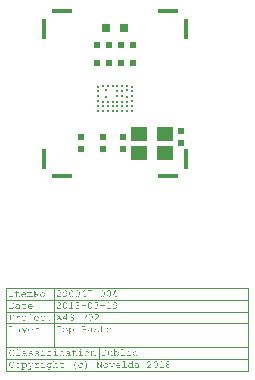
<source format=gtp>
G04*
G04 #@! TF.GenerationSoftware,Altium Limited,Altium Designer,18.0.12 (696)*
G04*
G04 Layer_Color=8421504*
%FSLAX24Y24*%
%MOIN*%
G70*
G01*
G75*
%ADD12C,0.0020*%
%ADD13R,0.0669X0.0118*%
%ADD14R,0.0118X0.0669*%
%ADD15R,0.0551X0.0453*%
%ADD16R,0.0315X0.0315*%
%ADD17R,0.0236X0.0197*%
%ADD18R,0.0197X0.0236*%
%ADD19C,0.0106*%
G36*
X366Y-3472D02*
X370Y-3472D01*
X373Y-3474D01*
X378Y-3475D01*
X382Y-3478D01*
X385Y-3481D01*
X386Y-3482D01*
X387Y-3483D01*
X389Y-3486D01*
X392Y-3489D01*
X393Y-3494D01*
X395Y-3499D01*
X397Y-3504D01*
X397Y-3509D01*
Y-3609D01*
X410D01*
X412Y-3609D01*
X415Y-3609D01*
X417Y-3611D01*
X417Y-3611D01*
X418Y-3612D01*
X419Y-3614D01*
X419Y-3616D01*
Y-3616D01*
X419Y-3618D01*
X418Y-3619D01*
X417Y-3621D01*
X416Y-3621D01*
X415Y-3622D01*
X413Y-3623D01*
X410Y-3623D01*
X383D01*
Y-3510D01*
Y-3510D01*
Y-3508D01*
X383Y-3506D01*
X382Y-3504D01*
X382Y-3501D01*
X380Y-3498D01*
X379Y-3495D01*
X376Y-3492D01*
X376Y-3492D01*
X375Y-3491D01*
X374Y-3490D01*
X372Y-3489D01*
X370Y-3487D01*
X367Y-3486D01*
X364Y-3485D01*
X361Y-3485D01*
X360D01*
X358Y-3485D01*
X356Y-3486D01*
X353Y-3486D01*
X351Y-3488D01*
X348Y-3489D01*
X344Y-3491D01*
X344Y-3491D01*
X343Y-3492D01*
X341Y-3494D01*
X339Y-3496D01*
X336Y-3499D01*
X333Y-3503D01*
X329Y-3508D01*
X325Y-3514D01*
Y-3609D01*
X338D01*
X340Y-3609D01*
X342Y-3609D01*
X344Y-3611D01*
X345Y-3611D01*
X346Y-3612D01*
X346Y-3614D01*
X347Y-3616D01*
Y-3616D01*
X346Y-3618D01*
X346Y-3619D01*
X344Y-3621D01*
X344Y-3621D01*
X343Y-3622D01*
X340Y-3623D01*
X337Y-3623D01*
X311D01*
Y-3511D01*
Y-3511D01*
Y-3509D01*
X311Y-3507D01*
X310Y-3505D01*
X309Y-3502D01*
X308Y-3499D01*
X306Y-3496D01*
X304Y-3493D01*
X304Y-3492D01*
X303Y-3491D01*
X301Y-3490D01*
X300Y-3489D01*
X297Y-3487D01*
X295Y-3486D01*
X292Y-3485D01*
X289Y-3485D01*
X288D01*
X286Y-3485D01*
X284Y-3486D01*
X282Y-3486D01*
X279Y-3487D01*
X277Y-3489D01*
X274Y-3490D01*
X274Y-3491D01*
X272Y-3492D01*
X270Y-3493D01*
X268Y-3496D01*
X264Y-3499D01*
X261Y-3503D01*
X257Y-3508D01*
X252Y-3514D01*
Y-3609D01*
X265D01*
X267Y-3609D01*
X270Y-3609D01*
X272Y-3611D01*
X272Y-3611D01*
X273Y-3612D01*
X274Y-3614D01*
X274Y-3616D01*
Y-3616D01*
X274Y-3618D01*
X273Y-3619D01*
X272Y-3621D01*
X271Y-3621D01*
X270Y-3622D01*
X268Y-3623D01*
X265Y-3623D01*
X225D01*
X223Y-3623D01*
X221Y-3622D01*
X219Y-3621D01*
X218Y-3621D01*
X218Y-3620D01*
X217Y-3618D01*
X217Y-3616D01*
Y-3615D01*
X217Y-3614D01*
X218Y-3612D01*
X219Y-3611D01*
X219Y-3610D01*
X221Y-3610D01*
X223Y-3609D01*
X226Y-3609D01*
X238D01*
Y-3490D01*
X225D01*
X223Y-3490D01*
X221Y-3489D01*
X219Y-3488D01*
X218Y-3488D01*
X218Y-3487D01*
X217Y-3485D01*
X217Y-3483D01*
Y-3482D01*
X217Y-3481D01*
X218Y-3479D01*
X219Y-3478D01*
X219Y-3478D01*
X221Y-3477D01*
X223Y-3476D01*
X226Y-3476D01*
X252D01*
Y-3490D01*
X253Y-3490D01*
X253Y-3489D01*
X254Y-3489D01*
X255Y-3487D01*
X259Y-3484D01*
X264Y-3480D01*
X269Y-3477D01*
X275Y-3474D01*
X278Y-3473D01*
X282Y-3472D01*
X285Y-3471D01*
X289Y-3471D01*
X291D01*
X292Y-3471D01*
X295Y-3472D01*
X298Y-3472D01*
X301Y-3474D01*
X305Y-3475D01*
X308Y-3477D01*
X308Y-3477D01*
X309Y-3478D01*
X311Y-3479D01*
X313Y-3481D01*
X315Y-3484D01*
X317Y-3487D01*
X319Y-3490D01*
X322Y-3494D01*
X322Y-3494D01*
X323Y-3492D01*
X325Y-3490D01*
X328Y-3488D01*
X331Y-3485D01*
X334Y-3482D01*
X337Y-3479D01*
X341Y-3477D01*
X341Y-3477D01*
X343Y-3476D01*
X345Y-3475D01*
X347Y-3474D01*
X350Y-3473D01*
X353Y-3472D01*
X357Y-3471D01*
X361Y-3471D01*
X363D01*
X366Y-3472D01*
D02*
G37*
G36*
X2601Y-3535D02*
X2455D01*
Y-3515D01*
X2601D01*
Y-3535D01*
D02*
G37*
G36*
X611Y-3425D02*
X613Y-3425D01*
X615Y-3426D01*
X616Y-3427D01*
X617Y-3428D01*
X617Y-3429D01*
X618Y-3432D01*
Y-3432D01*
X617Y-3434D01*
X617Y-3435D01*
X615Y-3437D01*
X615Y-3437D01*
X614Y-3438D01*
X611Y-3438D01*
X608Y-3438D01*
X596D01*
Y-3623D01*
X578D01*
X472Y-3445D01*
Y-3609D01*
X499D01*
X501Y-3609D01*
X504Y-3609D01*
X506Y-3611D01*
X506Y-3611D01*
X507Y-3612D01*
X508Y-3614D01*
X508Y-3616D01*
Y-3616D01*
X508Y-3618D01*
X507Y-3619D01*
X506Y-3621D01*
X505Y-3621D01*
X504Y-3622D01*
X502Y-3623D01*
X498Y-3623D01*
X445D01*
X443Y-3623D01*
X440Y-3622D01*
X438Y-3621D01*
X438Y-3621D01*
X437Y-3620D01*
X436Y-3618D01*
X436Y-3616D01*
Y-3615D01*
X436Y-3614D01*
X437Y-3612D01*
X438Y-3611D01*
X438Y-3610D01*
X440Y-3610D01*
X442Y-3609D01*
X446Y-3609D01*
X458D01*
Y-3438D01*
X438D01*
X436Y-3438D01*
X434Y-3438D01*
X431Y-3437D01*
X431Y-3437D01*
X430Y-3436D01*
X430Y-3434D01*
X429Y-3432D01*
Y-3431D01*
X430Y-3430D01*
X430Y-3428D01*
X431Y-3426D01*
X432Y-3426D01*
X433Y-3425D01*
X435Y-3425D01*
X439Y-3424D01*
X476D01*
X582Y-3602D01*
Y-3438D01*
X554D01*
X552Y-3438D01*
X550Y-3438D01*
X548Y-3437D01*
X547Y-3437D01*
X547Y-3436D01*
X546Y-3434D01*
X546Y-3432D01*
Y-3431D01*
X546Y-3430D01*
X547Y-3428D01*
X548Y-3426D01*
X548Y-3426D01*
X549Y-3425D01*
X552Y-3425D01*
X553Y-3424D01*
X609D01*
X611Y-3425D01*
D02*
G37*
G36*
X1490Y-3405D02*
X1494Y-3406D01*
X1499Y-3407D01*
X1504Y-3408D01*
X1510Y-3410D01*
X1516Y-3413D01*
X1522Y-3417D01*
X1522D01*
X1523Y-3418D01*
X1525Y-3419D01*
X1527Y-3422D01*
X1531Y-3426D01*
X1535Y-3431D01*
X1539Y-3437D01*
X1543Y-3444D01*
X1547Y-3452D01*
Y-3453D01*
X1547Y-3454D01*
X1548Y-3455D01*
X1549Y-3458D01*
X1549Y-3460D01*
X1550Y-3463D01*
X1551Y-3467D01*
X1553Y-3472D01*
X1554Y-3477D01*
X1555Y-3482D01*
X1556Y-3487D01*
X1557Y-3493D01*
X1557Y-3499D01*
X1558Y-3506D01*
X1558Y-3520D01*
Y-3520D01*
Y-3521D01*
Y-3523D01*
Y-3525D01*
X1558Y-3528D01*
X1558Y-3531D01*
Y-3534D01*
X1557Y-3538D01*
X1556Y-3546D01*
X1554Y-3554D01*
X1552Y-3562D01*
X1548Y-3570D01*
X1548Y-3571D01*
X1547Y-3573D01*
X1546Y-3575D01*
X1544Y-3579D01*
X1541Y-3583D01*
X1538Y-3587D01*
X1534Y-3592D01*
X1529Y-3597D01*
X1529Y-3597D01*
X1527Y-3599D01*
X1525Y-3601D01*
X1522Y-3604D01*
X1517Y-3607D01*
X1513Y-3611D01*
X1507Y-3614D01*
X1502Y-3617D01*
X1501D01*
X1501Y-3618D01*
X1500Y-3618D01*
X1498Y-3619D01*
X1496Y-3620D01*
X1494Y-3621D01*
X1488Y-3623D01*
X1482Y-3624D01*
X1474Y-3626D01*
X1466Y-3627D01*
X1457Y-3628D01*
X1455D01*
X1452Y-3627D01*
X1448Y-3627D01*
X1444Y-3626D01*
X1440Y-3625D01*
X1436Y-3624D01*
X1432Y-3622D01*
X1432D01*
X1432Y-3622D01*
X1430Y-3620D01*
X1429Y-3618D01*
X1428Y-3617D01*
X1428Y-3616D01*
Y-3615D01*
X1428Y-3614D01*
X1429Y-3612D01*
X1430Y-3611D01*
X1430Y-3610D01*
X1431Y-3610D01*
X1433Y-3609D01*
X1435Y-3609D01*
X1435D01*
X1437Y-3609D01*
X1438Y-3609D01*
X1441Y-3611D01*
X1441D01*
X1442Y-3611D01*
X1444Y-3612D01*
X1445Y-3612D01*
X1447Y-3613D01*
X1450Y-3613D01*
X1456Y-3614D01*
X1460D01*
X1462Y-3613D01*
X1465Y-3613D01*
X1469Y-3612D01*
X1473Y-3612D01*
X1477Y-3611D01*
X1482Y-3609D01*
X1487Y-3607D01*
X1492Y-3605D01*
X1497Y-3603D01*
X1503Y-3600D01*
X1508Y-3597D01*
X1513Y-3593D01*
X1518Y-3588D01*
X1518Y-3588D01*
X1519Y-3587D01*
X1520Y-3585D01*
X1522Y-3583D01*
X1524Y-3581D01*
X1526Y-3578D01*
X1528Y-3574D01*
X1531Y-3570D01*
X1533Y-3565D01*
X1536Y-3561D01*
X1538Y-3555D01*
X1540Y-3549D01*
X1542Y-3543D01*
X1543Y-3537D01*
X1544Y-3530D01*
X1544Y-3522D01*
Y-3522D01*
Y-3521D01*
Y-3520D01*
Y-3517D01*
Y-3515D01*
X1544Y-3511D01*
Y-3507D01*
X1543Y-3502D01*
Y-3503D01*
X1543Y-3503D01*
X1542Y-3504D01*
X1541Y-3506D01*
X1539Y-3509D01*
X1536Y-3514D01*
X1532Y-3518D01*
X1527Y-3523D01*
X1523Y-3528D01*
X1517Y-3532D01*
X1516Y-3532D01*
X1514Y-3533D01*
X1511Y-3535D01*
X1507Y-3537D01*
X1503Y-3539D01*
X1498Y-3540D01*
X1492Y-3541D01*
X1486Y-3541D01*
X1483D01*
X1481Y-3541D01*
X1477Y-3541D01*
X1472Y-3540D01*
X1467Y-3538D01*
X1463Y-3536D01*
X1457Y-3533D01*
X1457Y-3533D01*
X1455Y-3532D01*
X1452Y-3530D01*
X1449Y-3527D01*
X1446Y-3523D01*
X1442Y-3519D01*
X1439Y-3514D01*
X1435Y-3508D01*
Y-3508D01*
X1435Y-3508D01*
X1435Y-3507D01*
X1434Y-3505D01*
X1433Y-3502D01*
X1431Y-3498D01*
X1430Y-3493D01*
X1429Y-3487D01*
X1428Y-3481D01*
X1427Y-3474D01*
Y-3474D01*
Y-3473D01*
Y-3472D01*
X1428Y-3470D01*
X1428Y-3467D01*
X1428Y-3465D01*
X1429Y-3462D01*
X1429Y-3458D01*
X1431Y-3451D01*
X1434Y-3443D01*
X1436Y-3439D01*
X1438Y-3435D01*
X1441Y-3431D01*
X1444Y-3427D01*
X1444Y-3426D01*
X1444Y-3426D01*
X1445Y-3425D01*
X1446Y-3423D01*
X1448Y-3422D01*
X1450Y-3420D01*
X1452Y-3418D01*
X1455Y-3416D01*
X1461Y-3412D01*
X1468Y-3408D01*
X1473Y-3407D01*
X1477Y-3406D01*
X1482Y-3405D01*
X1487Y-3405D01*
X1489D01*
X1490Y-3405D01*
D02*
G37*
G36*
X3195Y-3549D02*
X3207D01*
X3209Y-3550D01*
X3212Y-3550D01*
X3214Y-3551D01*
X3214Y-3552D01*
X3215Y-3553D01*
X3216Y-3554D01*
X3216Y-3557D01*
Y-3557D01*
X3216Y-3558D01*
X3215Y-3560D01*
X3214Y-3561D01*
X3213Y-3562D01*
X3212Y-3562D01*
X3210Y-3563D01*
X3207Y-3563D01*
X3195D01*
Y-3609D01*
X3207D01*
X3209Y-3609D01*
X3212Y-3609D01*
X3214Y-3611D01*
X3214Y-3611D01*
X3215Y-3612D01*
X3216Y-3614D01*
X3216Y-3616D01*
Y-3616D01*
X3216Y-3618D01*
X3215Y-3619D01*
X3214Y-3621D01*
X3214Y-3621D01*
X3212Y-3622D01*
X3210Y-3623D01*
X3207Y-3623D01*
X3153D01*
X3151Y-3623D01*
X3148Y-3622D01*
X3146Y-3621D01*
X3146Y-3621D01*
X3145Y-3620D01*
X3145Y-3618D01*
X3144Y-3616D01*
Y-3615D01*
X3145Y-3614D01*
X3145Y-3612D01*
X3146Y-3611D01*
X3146Y-3610D01*
X3148Y-3610D01*
X3150Y-3609D01*
X3154Y-3609D01*
X3181D01*
Y-3563D01*
X3086D01*
X3085Y-3547D01*
X3165Y-3410D01*
X3195D01*
Y-3549D01*
D02*
G37*
G36*
X2381Y-3433D02*
X2324Y-3616D01*
Y-3616D01*
X2324Y-3617D01*
X2323Y-3618D01*
X2322Y-3620D01*
X2321Y-3622D01*
X2320Y-3622D01*
X2320Y-3622D01*
X2318Y-3623D01*
X2316Y-3623D01*
X2316D01*
X2315Y-3623D01*
X2313Y-3622D01*
X2311Y-3621D01*
X2311Y-3621D01*
X2310Y-3620D01*
X2310Y-3618D01*
X2309Y-3616D01*
Y-3616D01*
Y-3615D01*
X2310Y-3614D01*
X2310Y-3611D01*
X2367Y-3431D01*
Y-3424D01*
X2265D01*
Y-3437D01*
Y-3437D01*
Y-3438D01*
X2264Y-3439D01*
X2264Y-3442D01*
X2263Y-3444D01*
X2263Y-3444D01*
X2262Y-3445D01*
X2260Y-3446D01*
X2258Y-3446D01*
X2257D01*
X2256Y-3446D01*
X2254Y-3445D01*
X2253Y-3444D01*
X2252Y-3444D01*
X2252Y-3442D01*
X2251Y-3440D01*
X2251Y-3437D01*
Y-3410D01*
X2381D01*
Y-3433D01*
D02*
G37*
G36*
X2152Y-3549D02*
X2164D01*
X2166Y-3550D01*
X2169Y-3550D01*
X2171Y-3551D01*
X2171Y-3552D01*
X2172Y-3553D01*
X2173Y-3554D01*
X2173Y-3557D01*
Y-3557D01*
X2173Y-3558D01*
X2172Y-3560D01*
X2171Y-3561D01*
X2170Y-3562D01*
X2169Y-3562D01*
X2167Y-3563D01*
X2163Y-3563D01*
X2152D01*
Y-3609D01*
X2164D01*
X2166Y-3609D01*
X2169Y-3609D01*
X2171Y-3611D01*
X2171Y-3611D01*
X2172Y-3612D01*
X2173Y-3614D01*
X2173Y-3616D01*
Y-3616D01*
X2173Y-3618D01*
X2172Y-3619D01*
X2171Y-3621D01*
X2171Y-3621D01*
X2169Y-3622D01*
X2167Y-3623D01*
X2164Y-3623D01*
X2110D01*
X2108Y-3623D01*
X2105Y-3622D01*
X2103Y-3621D01*
X2103Y-3621D01*
X2102Y-3620D01*
X2101Y-3618D01*
X2101Y-3616D01*
Y-3615D01*
X2101Y-3614D01*
X2102Y-3612D01*
X2103Y-3611D01*
X2103Y-3610D01*
X2105Y-3610D01*
X2107Y-3609D01*
X2111Y-3609D01*
X2138D01*
Y-3563D01*
X2043D01*
X2042Y-3547D01*
X2122Y-3410D01*
X2152D01*
Y-3549D01*
D02*
G37*
G36*
X-250Y-3425D02*
X-247Y-3425D01*
X-245Y-3426D01*
X-245Y-3427D01*
X-244Y-3428D01*
X-243Y-3429D01*
X-243Y-3432D01*
Y-3432D01*
X-243Y-3434D01*
X-244Y-3435D01*
X-245Y-3437D01*
X-246Y-3437D01*
X-247Y-3438D01*
X-249Y-3438D01*
X-253Y-3438D01*
X-302D01*
Y-3609D01*
X-252D01*
X-250Y-3609D01*
X-247Y-3609D01*
X-245Y-3611D01*
X-245Y-3611D01*
X-244Y-3612D01*
X-243Y-3614D01*
X-243Y-3616D01*
Y-3616D01*
X-243Y-3618D01*
X-244Y-3619D01*
X-245Y-3621D01*
X-246Y-3621D01*
X-247Y-3622D01*
X-249Y-3623D01*
X-253Y-3623D01*
X-365D01*
X-367Y-3623D01*
X-370Y-3622D01*
X-372Y-3621D01*
X-372Y-3621D01*
X-373Y-3620D01*
X-374Y-3618D01*
X-374Y-3616D01*
Y-3615D01*
X-374Y-3614D01*
X-373Y-3612D01*
X-372Y-3611D01*
X-372Y-3610D01*
X-370Y-3610D01*
X-368Y-3609D01*
X-364Y-3609D01*
X-316D01*
Y-3438D01*
X-365D01*
X-367Y-3438D01*
X-370Y-3438D01*
X-372Y-3437D01*
X-372Y-3437D01*
X-373Y-3436D01*
X-374Y-3434D01*
X-374Y-3432D01*
Y-3431D01*
X-374Y-3430D01*
X-373Y-3428D01*
X-372Y-3426D01*
X-372Y-3426D01*
X-370Y-3425D01*
X-368Y-3425D01*
X-364Y-3424D01*
X-252D01*
X-250Y-3425D01*
D02*
G37*
G36*
X1278Y-3405D02*
X1280Y-3406D01*
X1283Y-3406D01*
X1289Y-3407D01*
X1296Y-3410D01*
X1300Y-3411D01*
X1304Y-3413D01*
X1308Y-3415D01*
X1312Y-3417D01*
X1316Y-3420D01*
X1319Y-3424D01*
X1320Y-3424D01*
X1320Y-3425D01*
X1321Y-3426D01*
X1322Y-3427D01*
X1324Y-3429D01*
X1325Y-3431D01*
X1329Y-3436D01*
X1332Y-3442D01*
X1336Y-3449D01*
X1337Y-3453D01*
X1338Y-3457D01*
X1338Y-3461D01*
X1339Y-3466D01*
Y-3466D01*
Y-3467D01*
Y-3469D01*
X1338Y-3472D01*
X1338Y-3475D01*
X1337Y-3478D01*
X1335Y-3484D01*
Y-3484D01*
X1335Y-3485D01*
X1334Y-3487D01*
X1333Y-3489D01*
X1331Y-3492D01*
X1329Y-3495D01*
X1327Y-3498D01*
X1324Y-3501D01*
X1324Y-3502D01*
X1322Y-3503D01*
X1321Y-3506D01*
X1318Y-3509D01*
X1314Y-3513D01*
X1309Y-3518D01*
X1303Y-3524D01*
X1297Y-3531D01*
X1296Y-3532D01*
X1294Y-3533D01*
X1292Y-3536D01*
X1288Y-3539D01*
X1284Y-3543D01*
X1279Y-3548D01*
X1274Y-3553D01*
X1268Y-3559D01*
X1261Y-3565D01*
X1255Y-3571D01*
X1241Y-3584D01*
X1227Y-3597D01*
X1221Y-3602D01*
X1215Y-3608D01*
Y-3609D01*
X1325D01*
Y-3603D01*
Y-3603D01*
Y-3602D01*
X1325Y-3601D01*
X1326Y-3598D01*
X1327Y-3596D01*
X1327Y-3596D01*
X1328Y-3595D01*
X1330Y-3594D01*
X1332Y-3594D01*
X1333D01*
X1334Y-3594D01*
X1335Y-3595D01*
X1337Y-3596D01*
X1337Y-3596D01*
X1338Y-3598D01*
X1339Y-3600D01*
X1339Y-3603D01*
Y-3623D01*
X1201D01*
Y-3602D01*
X1201Y-3602D01*
X1203Y-3601D01*
X1205Y-3598D01*
X1208Y-3595D01*
X1212Y-3592D01*
X1217Y-3588D01*
X1222Y-3583D01*
X1228Y-3578D01*
X1234Y-3572D01*
X1240Y-3565D01*
X1247Y-3559D01*
X1255Y-3552D01*
X1270Y-3538D01*
X1285Y-3522D01*
X1286Y-3522D01*
X1286Y-3521D01*
X1287Y-3521D01*
X1289Y-3520D01*
X1292Y-3516D01*
X1296Y-3512D01*
X1300Y-3507D01*
X1305Y-3503D01*
X1309Y-3499D01*
X1312Y-3495D01*
X1312Y-3495D01*
X1313Y-3493D01*
X1314Y-3492D01*
X1316Y-3490D01*
X1319Y-3485D01*
X1320Y-3482D01*
X1321Y-3479D01*
Y-3479D01*
X1322Y-3478D01*
X1322Y-3477D01*
X1323Y-3475D01*
X1324Y-3471D01*
X1324Y-3466D01*
Y-3465D01*
Y-3465D01*
Y-3464D01*
X1324Y-3463D01*
X1324Y-3459D01*
X1322Y-3455D01*
X1321Y-3450D01*
X1318Y-3444D01*
X1314Y-3439D01*
X1312Y-3436D01*
X1309Y-3433D01*
Y-3433D01*
X1309Y-3433D01*
X1307Y-3431D01*
X1303Y-3429D01*
X1300Y-3426D01*
X1294Y-3424D01*
X1288Y-3421D01*
X1281Y-3420D01*
X1278Y-3419D01*
X1270D01*
X1267Y-3420D01*
X1262Y-3420D01*
X1257Y-3422D01*
X1252Y-3424D01*
X1246Y-3426D01*
X1240Y-3430D01*
X1240Y-3430D01*
X1238Y-3432D01*
X1236Y-3434D01*
X1233Y-3437D01*
X1230Y-3441D01*
X1226Y-3446D01*
X1224Y-3451D01*
X1222Y-3457D01*
Y-3457D01*
X1221Y-3457D01*
X1221Y-3459D01*
X1220Y-3460D01*
X1219Y-3462D01*
X1219Y-3462D01*
X1218Y-3462D01*
X1216Y-3463D01*
X1214Y-3463D01*
X1214D01*
X1213Y-3463D01*
X1211Y-3463D01*
X1209Y-3462D01*
X1209Y-3461D01*
X1209Y-3460D01*
X1208Y-3459D01*
X1208Y-3457D01*
Y-3457D01*
Y-3456D01*
X1208Y-3454D01*
X1209Y-3451D01*
X1210Y-3448D01*
X1211Y-3444D01*
X1214Y-3440D01*
X1217Y-3435D01*
Y-3435D01*
X1217Y-3435D01*
X1218Y-3433D01*
X1220Y-3430D01*
X1223Y-3427D01*
X1226Y-3424D01*
X1231Y-3420D01*
X1236Y-3417D01*
X1241Y-3413D01*
X1241D01*
X1242Y-3413D01*
X1244Y-3412D01*
X1247Y-3411D01*
X1251Y-3409D01*
X1256Y-3408D01*
X1261Y-3406D01*
X1267Y-3405D01*
X1273Y-3405D01*
X1276D01*
X1278Y-3405D01*
D02*
G37*
G36*
X2949D02*
X2953Y-3406D01*
X2956Y-3406D01*
X2960Y-3407D01*
X2964Y-3409D01*
X2968Y-3410D01*
X2969Y-3411D01*
X2970Y-3411D01*
X2972Y-3412D01*
X2975Y-3414D01*
X2978Y-3416D01*
X2981Y-3418D01*
X2984Y-3421D01*
X2987Y-3424D01*
X2988Y-3424D01*
X2988Y-3425D01*
X2989Y-3427D01*
X2991Y-3429D01*
X2992Y-3431D01*
X2994Y-3434D01*
X2996Y-3438D01*
X2998Y-3442D01*
X2999Y-3443D01*
X2999Y-3444D01*
X3000Y-3447D01*
X3002Y-3450D01*
X3003Y-3453D01*
X3004Y-3457D01*
X3007Y-3465D01*
X3007Y-3465D01*
X3007Y-3467D01*
X3008Y-3470D01*
X3009Y-3475D01*
X3009Y-3479D01*
X3010Y-3485D01*
X3011Y-3492D01*
Y-3499D01*
Y-3534D01*
Y-3535D01*
Y-3536D01*
Y-3539D01*
X3010Y-3542D01*
X3010Y-3546D01*
X3009Y-3550D01*
X3009Y-3555D01*
X3008Y-3561D01*
X3005Y-3572D01*
X3003Y-3578D01*
X3001Y-3584D01*
X2999Y-3590D01*
X2996Y-3596D01*
X2992Y-3602D01*
X2988Y-3607D01*
X2988Y-3607D01*
X2988Y-3608D01*
X2987Y-3609D01*
X2985Y-3610D01*
X2984Y-3612D01*
X2982Y-3613D01*
X2979Y-3615D01*
X2977Y-3617D01*
X2970Y-3621D01*
X2963Y-3624D01*
X2959Y-3626D01*
X2955Y-3627D01*
X2950Y-3627D01*
X2945Y-3628D01*
X2943D01*
X2941Y-3627D01*
X2938Y-3627D01*
X2934Y-3626D01*
X2930Y-3626D01*
X2926Y-3624D01*
X2921Y-3623D01*
X2921Y-3623D01*
X2920Y-3622D01*
X2918Y-3621D01*
X2915Y-3619D01*
X2912Y-3617D01*
X2909Y-3615D01*
X2905Y-3612D01*
X2902Y-3609D01*
X2902Y-3609D01*
X2901Y-3608D01*
X2900Y-3607D01*
X2899Y-3605D01*
X2898Y-3602D01*
X2896Y-3599D01*
X2894Y-3595D01*
X2892Y-3591D01*
X2891Y-3590D01*
X2891Y-3589D01*
X2890Y-3586D01*
X2888Y-3583D01*
X2887Y-3580D01*
X2885Y-3576D01*
X2883Y-3568D01*
Y-3568D01*
Y-3568D01*
X2882Y-3566D01*
X2882Y-3563D01*
X2881Y-3559D01*
X2881Y-3554D01*
X2880Y-3548D01*
X2880Y-3541D01*
X2879Y-3534D01*
Y-3499D01*
Y-3499D01*
Y-3497D01*
Y-3495D01*
X2880Y-3492D01*
X2880Y-3488D01*
X2881Y-3483D01*
X2881Y-3478D01*
X2882Y-3473D01*
X2885Y-3461D01*
X2886Y-3455D01*
X2889Y-3449D01*
X2891Y-3443D01*
X2894Y-3437D01*
X2897Y-3432D01*
X2901Y-3426D01*
X2901Y-3426D01*
X2902Y-3425D01*
X2903Y-3424D01*
X2904Y-3423D01*
X2906Y-3421D01*
X2908Y-3419D01*
X2910Y-3418D01*
X2913Y-3416D01*
X2920Y-3412D01*
X2927Y-3408D01*
X2931Y-3407D01*
X2935Y-3406D01*
X2940Y-3405D01*
X2945Y-3405D01*
X2947D01*
X2949Y-3405D01*
D02*
G37*
G36*
X2741D02*
X2744Y-3406D01*
X2748Y-3406D01*
X2752Y-3407D01*
X2756Y-3409D01*
X2760Y-3410D01*
X2760Y-3411D01*
X2762Y-3411D01*
X2764Y-3412D01*
X2766Y-3414D01*
X2769Y-3416D01*
X2773Y-3418D01*
X2776Y-3421D01*
X2779Y-3424D01*
X2779Y-3424D01*
X2780Y-3425D01*
X2781Y-3427D01*
X2782Y-3429D01*
X2784Y-3431D01*
X2785Y-3434D01*
X2787Y-3438D01*
X2790Y-3442D01*
X2790Y-3443D01*
X2791Y-3444D01*
X2792Y-3447D01*
X2793Y-3450D01*
X2794Y-3453D01*
X2796Y-3457D01*
X2798Y-3465D01*
X2798Y-3465D01*
X2799Y-3467D01*
X2799Y-3470D01*
X2800Y-3475D01*
X2801Y-3479D01*
X2801Y-3485D01*
X2802Y-3492D01*
Y-3499D01*
Y-3534D01*
Y-3535D01*
Y-3536D01*
Y-3539D01*
X2802Y-3542D01*
X2801Y-3546D01*
X2801Y-3550D01*
X2800Y-3555D01*
X2799Y-3561D01*
X2797Y-3572D01*
X2795Y-3578D01*
X2793Y-3584D01*
X2790Y-3590D01*
X2787Y-3596D01*
X2784Y-3602D01*
X2780Y-3607D01*
X2779Y-3607D01*
X2779Y-3608D01*
X2778Y-3609D01*
X2777Y-3610D01*
X2775Y-3612D01*
X2773Y-3613D01*
X2771Y-3615D01*
X2768Y-3617D01*
X2762Y-3621D01*
X2754Y-3624D01*
X2750Y-3626D01*
X2746Y-3627D01*
X2741Y-3627D01*
X2736Y-3628D01*
X2735D01*
X2732Y-3627D01*
X2729Y-3627D01*
X2725Y-3626D01*
X2721Y-3626D01*
X2717Y-3624D01*
X2713Y-3623D01*
X2713Y-3623D01*
X2711Y-3622D01*
X2709Y-3621D01*
X2706Y-3619D01*
X2703Y-3617D01*
X2700Y-3615D01*
X2697Y-3612D01*
X2694Y-3609D01*
X2694Y-3609D01*
X2693Y-3608D01*
X2692Y-3607D01*
X2691Y-3605D01*
X2689Y-3602D01*
X2687Y-3599D01*
X2685Y-3595D01*
X2683Y-3591D01*
X2683Y-3590D01*
X2682Y-3589D01*
X2681Y-3586D01*
X2680Y-3583D01*
X2678Y-3580D01*
X2677Y-3576D01*
X2674Y-3568D01*
Y-3568D01*
Y-3568D01*
X2674Y-3566D01*
X2674Y-3563D01*
X2673Y-3559D01*
X2672Y-3554D01*
X2672Y-3548D01*
X2671Y-3541D01*
X2671Y-3534D01*
Y-3499D01*
Y-3499D01*
Y-3497D01*
Y-3495D01*
X2671Y-3492D01*
X2672Y-3488D01*
X2672Y-3483D01*
X2673Y-3478D01*
X2674Y-3473D01*
X2676Y-3461D01*
X2678Y-3455D01*
X2680Y-3449D01*
X2682Y-3443D01*
X2685Y-3437D01*
X2689Y-3432D01*
X2693Y-3426D01*
X2693Y-3426D01*
X2693Y-3425D01*
X2694Y-3424D01*
X2696Y-3423D01*
X2697Y-3421D01*
X2699Y-3419D01*
X2702Y-3418D01*
X2705Y-3416D01*
X2711Y-3412D01*
X2718Y-3408D01*
X2722Y-3407D01*
X2727Y-3406D01*
X2731Y-3405D01*
X2736Y-3405D01*
X2738D01*
X2741Y-3405D01*
D02*
G37*
G36*
X1906D02*
X1910Y-3406D01*
X1913Y-3406D01*
X1917Y-3407D01*
X1921Y-3409D01*
X1925Y-3410D01*
X1926Y-3411D01*
X1927Y-3411D01*
X1929Y-3412D01*
X1932Y-3414D01*
X1935Y-3416D01*
X1938Y-3418D01*
X1941Y-3421D01*
X1944Y-3424D01*
X1945Y-3424D01*
X1945Y-3425D01*
X1946Y-3427D01*
X1948Y-3429D01*
X1949Y-3431D01*
X1951Y-3434D01*
X1953Y-3438D01*
X1955Y-3442D01*
X1956Y-3443D01*
X1956Y-3444D01*
X1957Y-3447D01*
X1958Y-3450D01*
X1960Y-3453D01*
X1961Y-3457D01*
X1964Y-3465D01*
X1964Y-3465D01*
X1964Y-3467D01*
X1965Y-3470D01*
X1966Y-3475D01*
X1966Y-3479D01*
X1967Y-3485D01*
X1968Y-3492D01*
Y-3499D01*
Y-3534D01*
Y-3535D01*
Y-3536D01*
Y-3539D01*
X1967Y-3542D01*
X1967Y-3546D01*
X1966Y-3550D01*
X1966Y-3555D01*
X1965Y-3561D01*
X1962Y-3572D01*
X1960Y-3578D01*
X1958Y-3584D01*
X1956Y-3590D01*
X1953Y-3596D01*
X1949Y-3602D01*
X1945Y-3607D01*
X1945Y-3607D01*
X1945Y-3608D01*
X1944Y-3609D01*
X1942Y-3610D01*
X1941Y-3612D01*
X1938Y-3613D01*
X1936Y-3615D01*
X1934Y-3617D01*
X1927Y-3621D01*
X1920Y-3624D01*
X1916Y-3626D01*
X1912Y-3627D01*
X1907Y-3627D01*
X1902Y-3628D01*
X1900D01*
X1897Y-3627D01*
X1895Y-3627D01*
X1891Y-3626D01*
X1887Y-3626D01*
X1883Y-3624D01*
X1878Y-3623D01*
X1878Y-3623D01*
X1876Y-3622D01*
X1875Y-3621D01*
X1872Y-3619D01*
X1869Y-3617D01*
X1866Y-3615D01*
X1862Y-3612D01*
X1859Y-3609D01*
X1859Y-3609D01*
X1858Y-3608D01*
X1857Y-3607D01*
X1856Y-3605D01*
X1854Y-3602D01*
X1853Y-3599D01*
X1851Y-3595D01*
X1849Y-3591D01*
X1848Y-3590D01*
X1848Y-3589D01*
X1847Y-3586D01*
X1845Y-3583D01*
X1844Y-3580D01*
X1842Y-3576D01*
X1840Y-3568D01*
Y-3568D01*
Y-3568D01*
X1839Y-3566D01*
X1839Y-3563D01*
X1838Y-3559D01*
X1838Y-3554D01*
X1837Y-3548D01*
X1837Y-3541D01*
X1836Y-3534D01*
Y-3499D01*
Y-3499D01*
Y-3497D01*
Y-3495D01*
X1837Y-3492D01*
X1837Y-3488D01*
X1838Y-3483D01*
X1838Y-3478D01*
X1839Y-3473D01*
X1842Y-3461D01*
X1843Y-3455D01*
X1846Y-3449D01*
X1848Y-3443D01*
X1851Y-3437D01*
X1854Y-3432D01*
X1858Y-3426D01*
X1858Y-3426D01*
X1859Y-3425D01*
X1860Y-3424D01*
X1861Y-3423D01*
X1863Y-3421D01*
X1865Y-3419D01*
X1867Y-3418D01*
X1870Y-3416D01*
X1876Y-3412D01*
X1884Y-3408D01*
X1888Y-3407D01*
X1892Y-3406D01*
X1897Y-3405D01*
X1902Y-3405D01*
X1904D01*
X1906Y-3405D01*
D02*
G37*
G36*
X1698D02*
X1701Y-3406D01*
X1705Y-3406D01*
X1709Y-3407D01*
X1712Y-3409D01*
X1717Y-3410D01*
X1717Y-3411D01*
X1719Y-3411D01*
X1721Y-3412D01*
X1723Y-3414D01*
X1726Y-3416D01*
X1730Y-3418D01*
X1733Y-3421D01*
X1736Y-3424D01*
X1736Y-3424D01*
X1737Y-3425D01*
X1738Y-3427D01*
X1739Y-3429D01*
X1741Y-3431D01*
X1742Y-3434D01*
X1744Y-3438D01*
X1747Y-3442D01*
X1747Y-3443D01*
X1748Y-3444D01*
X1749Y-3447D01*
X1750Y-3450D01*
X1751Y-3453D01*
X1753Y-3457D01*
X1755Y-3465D01*
X1755Y-3465D01*
X1756Y-3467D01*
X1756Y-3470D01*
X1757Y-3475D01*
X1758Y-3479D01*
X1758Y-3485D01*
X1759Y-3492D01*
Y-3499D01*
Y-3534D01*
Y-3535D01*
Y-3536D01*
Y-3539D01*
X1759Y-3542D01*
X1758Y-3546D01*
X1758Y-3550D01*
X1757Y-3555D01*
X1756Y-3561D01*
X1753Y-3572D01*
X1752Y-3578D01*
X1750Y-3584D01*
X1747Y-3590D01*
X1744Y-3596D01*
X1741Y-3602D01*
X1737Y-3607D01*
X1736Y-3607D01*
X1736Y-3608D01*
X1735Y-3609D01*
X1734Y-3610D01*
X1732Y-3612D01*
X1730Y-3613D01*
X1728Y-3615D01*
X1725Y-3617D01*
X1719Y-3621D01*
X1711Y-3624D01*
X1707Y-3626D01*
X1703Y-3627D01*
X1698Y-3627D01*
X1693Y-3628D01*
X1691D01*
X1689Y-3627D01*
X1686Y-3627D01*
X1682Y-3626D01*
X1678Y-3626D01*
X1674Y-3624D01*
X1670Y-3623D01*
X1670Y-3623D01*
X1668Y-3622D01*
X1666Y-3621D01*
X1663Y-3619D01*
X1660Y-3617D01*
X1657Y-3615D01*
X1654Y-3612D01*
X1651Y-3609D01*
X1650Y-3609D01*
X1650Y-3608D01*
X1649Y-3607D01*
X1648Y-3605D01*
X1646Y-3602D01*
X1644Y-3599D01*
X1642Y-3595D01*
X1640Y-3591D01*
X1640Y-3590D01*
X1639Y-3589D01*
X1638Y-3586D01*
X1637Y-3583D01*
X1635Y-3580D01*
X1634Y-3576D01*
X1631Y-3568D01*
Y-3568D01*
Y-3568D01*
X1631Y-3566D01*
X1630Y-3563D01*
X1630Y-3559D01*
X1629Y-3554D01*
X1629Y-3548D01*
X1628Y-3541D01*
X1628Y-3534D01*
Y-3499D01*
Y-3499D01*
Y-3497D01*
Y-3495D01*
X1628Y-3492D01*
X1629Y-3488D01*
X1629Y-3483D01*
X1630Y-3478D01*
X1630Y-3473D01*
X1633Y-3461D01*
X1635Y-3455D01*
X1637Y-3449D01*
X1639Y-3443D01*
X1642Y-3437D01*
X1646Y-3432D01*
X1649Y-3426D01*
X1650Y-3426D01*
X1650Y-3425D01*
X1651Y-3424D01*
X1653Y-3423D01*
X1654Y-3421D01*
X1656Y-3419D01*
X1659Y-3418D01*
X1662Y-3416D01*
X1668Y-3412D01*
X1675Y-3408D01*
X1679Y-3407D01*
X1684Y-3406D01*
X1688Y-3405D01*
X1693Y-3405D01*
X1695D01*
X1698Y-3405D01*
D02*
G37*
G36*
X740Y-3471D02*
X743Y-3472D01*
X746Y-3472D01*
X750Y-3473D01*
X754Y-3474D01*
X758Y-3475D01*
X763Y-3477D01*
X767Y-3479D01*
X772Y-3481D01*
X777Y-3483D01*
X782Y-3487D01*
X786Y-3490D01*
X791Y-3494D01*
X791Y-3495D01*
X792Y-3495D01*
X793Y-3497D01*
X794Y-3498D01*
X796Y-3500D01*
X798Y-3503D01*
X800Y-3506D01*
X803Y-3510D01*
X805Y-3514D01*
X807Y-3518D01*
X809Y-3522D01*
X811Y-3527D01*
X812Y-3533D01*
X813Y-3538D01*
X814Y-3544D01*
X814Y-3550D01*
Y-3550D01*
Y-3551D01*
Y-3553D01*
X814Y-3556D01*
X814Y-3558D01*
X813Y-3561D01*
X812Y-3565D01*
X811Y-3569D01*
X810Y-3573D01*
X808Y-3578D01*
X807Y-3582D01*
X804Y-3587D01*
X802Y-3592D01*
X799Y-3597D01*
X795Y-3601D01*
X791Y-3605D01*
X790Y-3606D01*
X790Y-3606D01*
X788Y-3607D01*
X786Y-3609D01*
X784Y-3611D01*
X782Y-3613D01*
X779Y-3615D01*
X775Y-3617D01*
X771Y-3619D01*
X767Y-3621D01*
X762Y-3623D01*
X757Y-3625D01*
X752Y-3626D01*
X746Y-3627D01*
X741Y-3628D01*
X735Y-3628D01*
X731D01*
X729Y-3628D01*
X726Y-3628D01*
X723Y-3627D01*
X719Y-3626D01*
X715Y-3625D01*
X711Y-3624D01*
X706Y-3623D01*
X702Y-3621D01*
X697Y-3619D01*
X692Y-3616D01*
X687Y-3613D01*
X682Y-3609D01*
X678Y-3605D01*
X678Y-3605D01*
X677Y-3604D01*
X676Y-3603D01*
X674Y-3601D01*
X673Y-3599D01*
X671Y-3596D01*
X669Y-3593D01*
X666Y-3590D01*
X664Y-3586D01*
X662Y-3582D01*
X660Y-3577D01*
X659Y-3572D01*
X657Y-3567D01*
X656Y-3561D01*
X655Y-3556D01*
X655Y-3550D01*
Y-3550D01*
Y-3549D01*
Y-3547D01*
X655Y-3544D01*
X656Y-3542D01*
X656Y-3539D01*
X657Y-3535D01*
X658Y-3531D01*
X659Y-3527D01*
X661Y-3522D01*
X662Y-3518D01*
X665Y-3513D01*
X667Y-3508D01*
X670Y-3503D01*
X674Y-3499D01*
X678Y-3494D01*
X678Y-3494D01*
X679Y-3493D01*
X680Y-3492D01*
X682Y-3491D01*
X684Y-3489D01*
X687Y-3487D01*
X690Y-3485D01*
X694Y-3482D01*
X698Y-3480D01*
X702Y-3478D01*
X707Y-3476D01*
X712Y-3475D01*
X717Y-3473D01*
X722Y-3472D01*
X728Y-3471D01*
X735Y-3471D01*
X738D01*
X740Y-3471D01*
D02*
G37*
G36*
X112D02*
X115Y-3472D01*
X118Y-3472D01*
X122Y-3473D01*
X126Y-3474D01*
X131Y-3475D01*
X135Y-3477D01*
X140Y-3479D01*
X145Y-3480D01*
X150Y-3483D01*
X155Y-3486D01*
X159Y-3490D01*
X164Y-3494D01*
X164Y-3494D01*
X165Y-3495D01*
X166Y-3496D01*
X167Y-3498D01*
X169Y-3500D01*
X171Y-3503D01*
X173Y-3506D01*
X175Y-3510D01*
X177Y-3514D01*
X179Y-3519D01*
X181Y-3523D01*
X183Y-3528D01*
X184Y-3534D01*
X185Y-3540D01*
X186Y-3546D01*
X186Y-3553D01*
X40D01*
Y-3553D01*
X41Y-3554D01*
Y-3556D01*
X41Y-3558D01*
X42Y-3560D01*
X43Y-3563D01*
X45Y-3569D01*
X47Y-3576D01*
X51Y-3583D01*
X54Y-3587D01*
X57Y-3591D01*
X60Y-3594D01*
X63Y-3598D01*
X64Y-3598D01*
X64Y-3598D01*
X65Y-3599D01*
X67Y-3600D01*
X69Y-3602D01*
X71Y-3603D01*
X74Y-3604D01*
X77Y-3606D01*
X80Y-3607D01*
X84Y-3609D01*
X92Y-3612D01*
X101Y-3614D01*
X106Y-3614D01*
X111Y-3614D01*
X114D01*
X117Y-3614D01*
X122Y-3614D01*
X127Y-3613D01*
X132Y-3612D01*
X138Y-3611D01*
X145Y-3609D01*
X145D01*
X146Y-3609D01*
X147Y-3608D01*
X148Y-3608D01*
X151Y-3607D01*
X155Y-3605D01*
X160Y-3603D01*
X165Y-3601D01*
X169Y-3598D01*
X174Y-3595D01*
X174Y-3595D01*
X176Y-3594D01*
X177Y-3593D01*
X179Y-3592D01*
X180D01*
X181Y-3593D01*
X182Y-3593D01*
X184Y-3595D01*
X184Y-3595D01*
X185Y-3596D01*
X186Y-3598D01*
X186Y-3600D01*
Y-3600D01*
X186Y-3601D01*
X185Y-3603D01*
X183Y-3605D01*
X183Y-3605D01*
X182Y-3606D01*
X180Y-3608D01*
X177Y-3610D01*
X173Y-3613D01*
X168Y-3616D01*
X162Y-3618D01*
X154Y-3621D01*
X154D01*
X153Y-3622D01*
X152Y-3622D01*
X151Y-3622D01*
X149Y-3623D01*
X147Y-3623D01*
X141Y-3625D01*
X135Y-3626D01*
X128Y-3627D01*
X120Y-3628D01*
X112Y-3628D01*
X110D01*
X108Y-3628D01*
X106D01*
X103Y-3628D01*
X99Y-3627D01*
X95Y-3626D01*
X90Y-3625D01*
X86Y-3624D01*
X81Y-3623D01*
X76Y-3621D01*
X70Y-3618D01*
X65Y-3616D01*
X60Y-3612D01*
X55Y-3609D01*
X50Y-3604D01*
X50Y-3604D01*
X49Y-3603D01*
X48Y-3602D01*
X46Y-3600D01*
X45Y-3598D01*
X43Y-3595D01*
X41Y-3592D01*
X38Y-3588D01*
X36Y-3584D01*
X34Y-3580D01*
X32Y-3575D01*
X30Y-3570D01*
X28Y-3564D01*
X27Y-3559D01*
X26Y-3553D01*
X26Y-3546D01*
Y-3546D01*
Y-3545D01*
Y-3543D01*
X26Y-3541D01*
X27Y-3539D01*
X27Y-3536D01*
X28Y-3532D01*
X29Y-3528D01*
X30Y-3524D01*
X32Y-3520D01*
X34Y-3516D01*
X36Y-3511D01*
X39Y-3506D01*
X42Y-3502D01*
X45Y-3498D01*
X49Y-3493D01*
X49Y-3493D01*
X50Y-3492D01*
X51Y-3491D01*
X53Y-3490D01*
X55Y-3488D01*
X58Y-3486D01*
X61Y-3484D01*
X65Y-3482D01*
X69Y-3480D01*
X73Y-3478D01*
X78Y-3476D01*
X83Y-3475D01*
X88Y-3473D01*
X94Y-3472D01*
X100Y-3471D01*
X106Y-3471D01*
X109D01*
X112Y-3471D01*
D02*
G37*
G36*
X-135Y-3424D02*
X-133Y-3425D01*
X-132Y-3426D01*
X-131Y-3427D01*
X-130Y-3428D01*
X-130Y-3431D01*
X-129Y-3434D01*
Y-3476D01*
X-51D01*
X-49Y-3476D01*
X-47Y-3477D01*
X-45Y-3478D01*
X-44Y-3478D01*
X-43Y-3479D01*
X-43Y-3481D01*
X-42Y-3483D01*
Y-3483D01*
X-43Y-3485D01*
X-43Y-3486D01*
X-45Y-3488D01*
X-45Y-3488D01*
X-46Y-3489D01*
X-49Y-3490D01*
X-52Y-3490D01*
X-129D01*
Y-3585D01*
Y-3586D01*
X-129Y-3587D01*
X-129Y-3590D01*
X-128Y-3593D01*
X-127Y-3596D01*
X-125Y-3600D01*
X-123Y-3603D01*
X-119Y-3606D01*
X-119Y-3606D01*
X-118Y-3607D01*
X-115Y-3609D01*
X-112Y-3610D01*
X-108Y-3612D01*
X-103Y-3613D01*
X-97Y-3614D01*
X-91Y-3614D01*
X-88D01*
X-85Y-3614D01*
X-81Y-3614D01*
X-77Y-3613D01*
X-71Y-3612D01*
X-66Y-3611D01*
X-59Y-3610D01*
X-59D01*
X-59Y-3610D01*
X-57Y-3609D01*
X-54Y-3608D01*
X-50Y-3607D01*
X-46Y-3606D01*
X-41Y-3604D01*
X-37Y-3602D01*
X-33Y-3601D01*
X-33Y-3600D01*
X-31Y-3599D01*
X-30Y-3599D01*
X-28Y-3598D01*
X-27D01*
X-26Y-3599D01*
X-25Y-3599D01*
X-23Y-3601D01*
X-23Y-3601D01*
X-22Y-3602D01*
X-21Y-3603D01*
X-21Y-3605D01*
Y-3606D01*
X-21Y-3607D01*
X-22Y-3608D01*
X-23Y-3610D01*
X-23Y-3610D01*
X-24Y-3611D01*
X-26Y-3612D01*
X-28Y-3614D01*
X-32Y-3615D01*
X-37Y-3618D01*
X-39Y-3619D01*
X-42Y-3620D01*
X-46Y-3621D01*
X-50Y-3622D01*
X-50D01*
X-51Y-3623D01*
X-52Y-3623D01*
X-53Y-3623D01*
X-55Y-3623D01*
X-57Y-3624D01*
X-62Y-3625D01*
X-68Y-3626D01*
X-75Y-3627D01*
X-82Y-3628D01*
X-89Y-3628D01*
X-92D01*
X-94Y-3628D01*
X-96D01*
X-98Y-3628D01*
X-104Y-3627D01*
X-110Y-3625D01*
X-117Y-3623D01*
X-123Y-3621D01*
X-129Y-3617D01*
X-130Y-3616D01*
X-131Y-3615D01*
X-134Y-3612D01*
X-136Y-3608D01*
X-139Y-3604D01*
X-141Y-3599D01*
X-143Y-3592D01*
X-143Y-3589D01*
X-143Y-3585D01*
Y-3490D01*
X-171D01*
X-173Y-3490D01*
X-175Y-3489D01*
X-177Y-3488D01*
X-178Y-3488D01*
X-178Y-3487D01*
X-179Y-3485D01*
X-179Y-3483D01*
Y-3482D01*
X-179Y-3481D01*
X-178Y-3480D01*
X-177Y-3478D01*
X-177Y-3478D01*
X-176Y-3477D01*
X-173Y-3476D01*
X-170Y-3476D01*
X-143D01*
Y-3434D01*
Y-3434D01*
Y-3433D01*
X-143Y-3431D01*
X-142Y-3429D01*
X-141Y-3426D01*
X-141Y-3426D01*
X-140Y-3425D01*
X-139Y-3424D01*
X-137Y-3424D01*
X-136D01*
X-135Y-3424D01*
D02*
G37*
G36*
X2809Y-3929D02*
X2664D01*
Y-3908D01*
X2809D01*
Y-3929D01*
D02*
G37*
G36*
X2183D02*
X2038D01*
Y-3908D01*
X2183D01*
Y-3929D01*
D02*
G37*
G36*
X-85Y-3865D02*
X-83D01*
X-80Y-3865D01*
X-74Y-3866D01*
X-68Y-3868D01*
X-60Y-3870D01*
X-54Y-3874D01*
X-48Y-3878D01*
X-47D01*
X-47Y-3879D01*
X-45Y-3880D01*
X-43Y-3883D01*
X-40Y-3887D01*
X-37Y-3891D01*
X-35Y-3896D01*
X-33Y-3902D01*
X-32Y-3905D01*
Y-3908D01*
Y-4002D01*
X-13D01*
X-11Y-4003D01*
X-8Y-4003D01*
X-6Y-4004D01*
X-6Y-4005D01*
X-5Y-4006D01*
X-4Y-4007D01*
X-4Y-4010D01*
Y-4010D01*
X-4Y-4011D01*
X-5Y-4013D01*
X-6Y-4015D01*
X-6Y-4015D01*
X-8Y-4016D01*
X-10Y-4016D01*
X-13Y-4017D01*
X-46D01*
Y-3996D01*
X-47Y-3997D01*
X-48Y-3997D01*
X-50Y-3998D01*
X-52Y-4000D01*
X-55Y-4002D01*
X-58Y-4004D01*
X-62Y-4007D01*
X-66Y-4009D01*
X-71Y-4012D01*
X-77Y-4014D01*
X-82Y-4016D01*
X-88Y-4018D01*
X-94Y-4020D01*
X-100Y-4021D01*
X-107Y-4022D01*
X-113Y-4022D01*
X-116D01*
X-118Y-4022D01*
X-119D01*
X-122Y-4021D01*
X-128Y-4020D01*
X-134Y-4019D01*
X-141Y-4017D01*
X-147Y-4014D01*
X-153Y-4009D01*
X-154Y-4009D01*
X-156Y-4007D01*
X-158Y-4004D01*
X-160Y-4000D01*
X-163Y-3996D01*
X-165Y-3991D01*
X-167Y-3984D01*
X-167Y-3981D01*
X-168Y-3977D01*
Y-3977D01*
Y-3977D01*
Y-3976D01*
X-167Y-3974D01*
X-167Y-3972D01*
X-167Y-3970D01*
X-165Y-3965D01*
X-163Y-3959D01*
X-161Y-3956D01*
X-159Y-3954D01*
X-158Y-3951D01*
X-155Y-3947D01*
X-152Y-3944D01*
X-149Y-3941D01*
X-148Y-3941D01*
X-148Y-3941D01*
X-147Y-3940D01*
X-145Y-3939D01*
X-143Y-3938D01*
X-141Y-3936D01*
X-138Y-3935D01*
X-135Y-3934D01*
X-131Y-3932D01*
X-127Y-3931D01*
X-122Y-3930D01*
X-117Y-3928D01*
X-112Y-3927D01*
X-106Y-3927D01*
X-99Y-3926D01*
X-87D01*
X-83Y-3926D01*
X-80Y-3927D01*
X-76Y-3927D01*
X-72Y-3927D01*
X-71D01*
X-70Y-3928D01*
X-67Y-3928D01*
X-64Y-3928D01*
X-60Y-3929D01*
X-56Y-3930D01*
X-51Y-3930D01*
X-46Y-3931D01*
Y-3908D01*
Y-3908D01*
Y-3906D01*
X-47Y-3904D01*
X-48Y-3901D01*
X-49Y-3898D01*
X-51Y-3895D01*
X-54Y-3891D01*
X-58Y-3888D01*
X-58Y-3887D01*
X-59Y-3886D01*
X-62Y-3885D01*
X-66Y-3883D01*
X-70Y-3882D01*
X-76Y-3880D01*
X-82Y-3879D01*
X-90Y-3879D01*
X-93D01*
X-95Y-3879D01*
X-97Y-3879D01*
X-99Y-3880D01*
X-102Y-3880D01*
X-106Y-3880D01*
X-109Y-3881D01*
X-113Y-3882D01*
X-117Y-3883D01*
X-122Y-3884D01*
X-126Y-3886D01*
X-137Y-3889D01*
X-138D01*
X-138Y-3889D01*
X-140Y-3890D01*
X-142Y-3890D01*
X-143Y-3891D01*
X-144D01*
X-146Y-3890D01*
X-147Y-3890D01*
X-149Y-3889D01*
X-149Y-3888D01*
X-150Y-3887D01*
X-150Y-3886D01*
X-151Y-3884D01*
Y-3883D01*
X-150Y-3882D01*
X-150Y-3880D01*
X-149Y-3879D01*
X-148Y-3878D01*
X-147Y-3878D01*
X-146Y-3877D01*
X-143Y-3876D01*
X-140Y-3875D01*
X-136Y-3874D01*
X-133Y-3873D01*
X-130Y-3872D01*
X-130D01*
X-129Y-3872D01*
X-127Y-3871D01*
X-126Y-3871D01*
X-123Y-3870D01*
X-121Y-3870D01*
X-115Y-3868D01*
X-108Y-3867D01*
X-102Y-3866D01*
X-95Y-3865D01*
X-90Y-3865D01*
X-87D01*
X-85Y-3865D01*
D02*
G37*
G36*
X3159Y-3799D02*
X3163Y-3799D01*
X3167Y-3800D01*
X3173Y-3802D01*
X3179Y-3804D01*
X3185Y-3807D01*
X3191Y-3811D01*
X3191D01*
X3191Y-3812D01*
X3193Y-3813D01*
X3196Y-3816D01*
X3200Y-3820D01*
X3204Y-3825D01*
X3208Y-3831D01*
X3212Y-3838D01*
X3216Y-3846D01*
Y-3846D01*
X3216Y-3847D01*
X3217Y-3849D01*
X3218Y-3851D01*
X3218Y-3854D01*
X3219Y-3857D01*
X3220Y-3861D01*
X3222Y-3865D01*
X3223Y-3870D01*
X3224Y-3875D01*
X3225Y-3881D01*
X3226Y-3887D01*
X3226Y-3893D01*
X3227Y-3900D01*
X3227Y-3914D01*
Y-3914D01*
Y-3915D01*
Y-3917D01*
Y-3919D01*
X3227Y-3921D01*
X3227Y-3924D01*
Y-3928D01*
X3226Y-3932D01*
X3225Y-3939D01*
X3223Y-3948D01*
X3221Y-3956D01*
X3217Y-3964D01*
X3217Y-3965D01*
X3216Y-3966D01*
X3215Y-3969D01*
X3212Y-3972D01*
X3210Y-3977D01*
X3207Y-3981D01*
X3203Y-3985D01*
X3198Y-3990D01*
X3198Y-3991D01*
X3196Y-3992D01*
X3194Y-3995D01*
X3190Y-3997D01*
X3186Y-4001D01*
X3182Y-4004D01*
X3176Y-4008D01*
X3170Y-4011D01*
X3170D01*
X3169Y-4011D01*
X3168Y-4012D01*
X3167Y-4013D01*
X3165Y-4013D01*
X3163Y-4014D01*
X3157Y-4016D01*
X3150Y-4018D01*
X3143Y-4020D01*
X3135Y-4021D01*
X3126Y-4021D01*
X3124D01*
X3121Y-4021D01*
X3117Y-4021D01*
X3113Y-4020D01*
X3109Y-4019D01*
X3105Y-4018D01*
X3101Y-4016D01*
X3101D01*
X3101Y-4016D01*
X3099Y-4014D01*
X3098Y-4012D01*
X3097Y-4011D01*
X3097Y-4009D01*
Y-4009D01*
X3097Y-4008D01*
X3098Y-4006D01*
X3099Y-4004D01*
X3099Y-4004D01*
X3100Y-4003D01*
X3102Y-4003D01*
X3104Y-4002D01*
X3104D01*
X3105Y-4003D01*
X3107Y-4003D01*
X3110Y-4004D01*
X3110D01*
X3111Y-4005D01*
X3112Y-4005D01*
X3114Y-4006D01*
X3116Y-4006D01*
X3119Y-4007D01*
X3125Y-4007D01*
X3128D01*
X3131Y-4007D01*
X3134Y-4007D01*
X3138Y-4006D01*
X3142Y-4005D01*
X3146Y-4004D01*
X3151Y-4003D01*
X3156Y-4001D01*
X3161Y-3999D01*
X3166Y-3997D01*
X3171Y-3994D01*
X3177Y-3990D01*
X3182Y-3986D01*
X3187Y-3982D01*
X3187Y-3981D01*
X3188Y-3980D01*
X3189Y-3979D01*
X3191Y-3977D01*
X3193Y-3975D01*
X3195Y-3971D01*
X3197Y-3968D01*
X3200Y-3964D01*
X3202Y-3959D01*
X3205Y-3954D01*
X3207Y-3949D01*
X3209Y-3943D01*
X3210Y-3937D01*
X3212Y-3930D01*
X3212Y-3923D01*
X3213Y-3916D01*
Y-3916D01*
Y-3915D01*
Y-3913D01*
Y-3911D01*
Y-3908D01*
X3212Y-3905D01*
Y-3901D01*
X3212Y-3896D01*
Y-3896D01*
X3211Y-3897D01*
X3211Y-3898D01*
X3210Y-3899D01*
X3208Y-3903D01*
X3205Y-3907D01*
X3201Y-3912D01*
X3196Y-3917D01*
X3191Y-3921D01*
X3186Y-3926D01*
X3185Y-3926D01*
X3183Y-3927D01*
X3180Y-3929D01*
X3176Y-3930D01*
X3172Y-3932D01*
X3166Y-3934D01*
X3161Y-3935D01*
X3155Y-3935D01*
X3152D01*
X3149Y-3935D01*
X3146Y-3934D01*
X3141Y-3933D01*
X3136Y-3932D01*
X3131Y-3930D01*
X3126Y-3927D01*
X3125Y-3927D01*
X3124Y-3925D01*
X3121Y-3923D01*
X3118Y-3921D01*
X3115Y-3917D01*
X3111Y-3913D01*
X3107Y-3908D01*
X3104Y-3902D01*
Y-3902D01*
X3104Y-3901D01*
X3104Y-3900D01*
X3103Y-3899D01*
X3102Y-3896D01*
X3100Y-3892D01*
X3099Y-3887D01*
X3098Y-3881D01*
X3097Y-3875D01*
X3096Y-3868D01*
Y-3868D01*
Y-3867D01*
Y-3865D01*
X3097Y-3863D01*
X3097Y-3861D01*
X3097Y-3858D01*
X3098Y-3855D01*
X3098Y-3852D01*
X3100Y-3845D01*
X3103Y-3837D01*
X3105Y-3833D01*
X3107Y-3829D01*
X3109Y-3824D01*
X3112Y-3820D01*
X3113Y-3820D01*
X3113Y-3819D01*
X3114Y-3818D01*
X3115Y-3817D01*
X3117Y-3815D01*
X3119Y-3813D01*
X3121Y-3812D01*
X3124Y-3810D01*
X3130Y-3806D01*
X3137Y-3802D01*
X3142Y-3801D01*
X3146Y-3800D01*
X3151Y-3799D01*
X3156Y-3799D01*
X3158D01*
X3159Y-3799D01*
D02*
G37*
G36*
X2533D02*
X2535D01*
X2538Y-3800D01*
X2544Y-3801D01*
X2551Y-3803D01*
X2558Y-3806D01*
X2562Y-3808D01*
X2566Y-3810D01*
X2569Y-3812D01*
X2572Y-3815D01*
X2573Y-3815D01*
X2573Y-3816D01*
X2574Y-3817D01*
X2575Y-3818D01*
X2578Y-3821D01*
X2581Y-3826D01*
X2584Y-3832D01*
X2587Y-3838D01*
X2589Y-3845D01*
X2590Y-3849D01*
X2590Y-3854D01*
Y-3854D01*
Y-3856D01*
X2590Y-3859D01*
X2589Y-3862D01*
X2588Y-3866D01*
X2586Y-3871D01*
X2584Y-3875D01*
X2581Y-3880D01*
X2581Y-3881D01*
X2580Y-3882D01*
X2578Y-3885D01*
X2575Y-3888D01*
X2572Y-3891D01*
X2568Y-3895D01*
X2563Y-3898D01*
X2557Y-3901D01*
X2557D01*
X2558Y-3901D01*
X2559Y-3902D01*
X2560Y-3902D01*
X2564Y-3904D01*
X2568Y-3907D01*
X2573Y-3911D01*
X2578Y-3915D01*
X2583Y-3919D01*
X2587Y-3925D01*
X2587Y-3926D01*
X2589Y-3928D01*
X2590Y-3931D01*
X2592Y-3935D01*
X2594Y-3939D01*
X2596Y-3945D01*
X2597Y-3951D01*
X2597Y-3957D01*
Y-3957D01*
Y-3958D01*
Y-3959D01*
X2597Y-3961D01*
X2597Y-3963D01*
X2596Y-3966D01*
X2595Y-3972D01*
X2592Y-3979D01*
X2591Y-3983D01*
X2589Y-3987D01*
X2586Y-3991D01*
X2583Y-3995D01*
X2580Y-3998D01*
X2576Y-4002D01*
X2576Y-4002D01*
X2575Y-4003D01*
X2574Y-4004D01*
X2573Y-4005D01*
X2571Y-4007D01*
X2568Y-4008D01*
X2565Y-4010D01*
X2562Y-4012D01*
X2559Y-4014D01*
X2555Y-4015D01*
X2551Y-4017D01*
X2546Y-4018D01*
X2541Y-4020D01*
X2536Y-4020D01*
X2530Y-4021D01*
X2525Y-4021D01*
X2521D01*
X2520Y-4021D01*
X2518D01*
X2513Y-4020D01*
X2507Y-4019D01*
X2501Y-4018D01*
X2494Y-4017D01*
X2487Y-4014D01*
X2486D01*
X2486Y-4014D01*
X2485Y-4013D01*
X2483Y-4013D01*
X2480Y-4011D01*
X2476Y-4009D01*
X2471Y-4007D01*
X2467Y-4004D01*
X2463Y-4001D01*
X2459Y-3998D01*
X2459Y-3997D01*
X2458Y-3996D01*
X2457Y-3995D01*
X2457Y-3992D01*
Y-3992D01*
X2457Y-3991D01*
X2457Y-3989D01*
X2458Y-3988D01*
X2459Y-3987D01*
X2460Y-3986D01*
X2461Y-3986D01*
X2463Y-3985D01*
X2464D01*
X2465Y-3986D01*
X2467Y-3986D01*
X2469Y-3988D01*
X2469Y-3988D01*
X2470Y-3989D01*
X2472Y-3990D01*
X2474Y-3991D01*
X2476Y-3993D01*
X2479Y-3994D01*
X2482Y-3996D01*
X2486Y-3997D01*
X2490Y-3999D01*
X2494Y-4001D01*
X2504Y-4004D01*
X2509Y-4006D01*
X2514Y-4006D01*
X2519Y-4007D01*
X2525Y-4007D01*
X2527D01*
X2529Y-4007D01*
X2531D01*
X2533Y-4006D01*
X2539Y-4005D01*
X2546Y-4003D01*
X2553Y-4001D01*
X2560Y-3997D01*
X2563Y-3995D01*
X2566Y-3992D01*
X2567Y-3992D01*
X2567Y-3991D01*
X2569Y-3989D01*
X2571Y-3986D01*
X2575Y-3982D01*
X2578Y-3977D01*
X2581Y-3971D01*
X2583Y-3964D01*
X2583Y-3961D01*
X2583Y-3957D01*
Y-3957D01*
Y-3955D01*
X2583Y-3953D01*
X2582Y-3950D01*
X2581Y-3946D01*
X2580Y-3941D01*
X2578Y-3937D01*
X2575Y-3933D01*
X2574Y-3932D01*
X2573Y-3931D01*
X2571Y-3928D01*
X2569Y-3925D01*
X2565Y-3922D01*
X2561Y-3919D01*
X2557Y-3916D01*
X2551Y-3913D01*
X2551D01*
X2551Y-3913D01*
X2549Y-3912D01*
X2546Y-3911D01*
X2542Y-3910D01*
X2537Y-3908D01*
X2531Y-3907D01*
X2526Y-3906D01*
X2520Y-3906D01*
X2519D01*
X2517Y-3906D01*
X2515Y-3905D01*
X2512Y-3904D01*
X2512Y-3904D01*
X2511Y-3903D01*
X2511Y-3901D01*
X2510Y-3899D01*
Y-3898D01*
X2511Y-3897D01*
X2511Y-3896D01*
X2512Y-3894D01*
X2513Y-3894D01*
X2514Y-3893D01*
X2516Y-3892D01*
X2519Y-3892D01*
X2533D01*
X2534Y-3892D01*
X2538Y-3891D01*
X2542Y-3891D01*
X2548Y-3889D01*
X2553Y-3887D01*
X2558Y-3884D01*
X2563Y-3880D01*
X2564Y-3880D01*
X2565Y-3878D01*
X2567Y-3876D01*
X2570Y-3873D01*
X2572Y-3869D01*
X2574Y-3864D01*
X2575Y-3859D01*
X2576Y-3853D01*
Y-3853D01*
Y-3853D01*
X2575Y-3851D01*
X2575Y-3848D01*
X2574Y-3844D01*
X2572Y-3839D01*
X2570Y-3835D01*
X2567Y-3830D01*
X2562Y-3825D01*
X2562Y-3825D01*
X2560Y-3823D01*
X2557Y-3821D01*
X2553Y-3819D01*
X2548Y-3817D01*
X2542Y-3815D01*
X2536Y-3813D01*
X2528Y-3813D01*
X2526D01*
X2523Y-3813D01*
X2519Y-3813D01*
X2515Y-3814D01*
X2510Y-3815D01*
X2506Y-3816D01*
X2501Y-3818D01*
X2500Y-3818D01*
X2499Y-3819D01*
X2497Y-3820D01*
X2494Y-3822D01*
X2490Y-3824D01*
X2487Y-3826D01*
X2484Y-3829D01*
X2481Y-3832D01*
X2481Y-3833D01*
X2479Y-3834D01*
X2478Y-3835D01*
X2477Y-3836D01*
X2476D01*
X2476Y-3836D01*
X2474Y-3837D01*
X2473D01*
X2472Y-3836D01*
X2470Y-3836D01*
X2469Y-3835D01*
X2469Y-3835D01*
X2468Y-3834D01*
X2467Y-3832D01*
X2467Y-3830D01*
Y-3830D01*
X2467Y-3829D01*
X2468Y-3828D01*
X2469Y-3826D01*
X2470Y-3823D01*
X2473Y-3820D01*
X2477Y-3817D01*
X2479Y-3815D01*
X2482Y-3813D01*
X2482Y-3813D01*
X2483Y-3813D01*
X2484Y-3812D01*
X2485Y-3811D01*
X2487Y-3810D01*
X2490Y-3809D01*
X2492Y-3807D01*
X2495Y-3806D01*
X2502Y-3803D01*
X2510Y-3801D01*
X2519Y-3799D01*
X2523Y-3799D01*
X2531D01*
X2533Y-3799D01*
D02*
G37*
G36*
X2952Y-4002D02*
X3002D01*
X3003Y-4003D01*
X3006Y-4003D01*
X3008Y-4004D01*
X3008Y-4005D01*
X3009Y-4006D01*
X3010Y-4007D01*
X3010Y-4010D01*
Y-4010D01*
X3010Y-4011D01*
X3009Y-4013D01*
X3008Y-4015D01*
X3008Y-4015D01*
X3006Y-4016D01*
X3004Y-4016D01*
X3001Y-4017D01*
X2888D01*
X2886Y-4016D01*
X2884Y-4016D01*
X2881Y-4015D01*
X2881Y-4014D01*
X2880Y-4013D01*
X2880Y-4012D01*
X2879Y-4010D01*
Y-4009D01*
X2880Y-4008D01*
X2880Y-4006D01*
X2881Y-4004D01*
X2882Y-4004D01*
X2883Y-4003D01*
X2886Y-4003D01*
X2889Y-4002D01*
X2938D01*
Y-3820D01*
X2891Y-3835D01*
X2891D01*
X2889Y-3835D01*
X2888Y-3836D01*
X2886Y-3836D01*
X2886D01*
X2885Y-3836D01*
X2883Y-3835D01*
X2881Y-3834D01*
X2881Y-3834D01*
X2880Y-3833D01*
X2880Y-3831D01*
X2879Y-3829D01*
Y-3829D01*
X2880Y-3828D01*
X2880Y-3826D01*
X2881Y-3824D01*
X2881Y-3824D01*
X2882Y-3823D01*
X2884Y-3822D01*
X2887Y-3821D01*
X2952Y-3801D01*
Y-4002D01*
D02*
G37*
G36*
X1700D02*
X1750D01*
X1752Y-4003D01*
X1754Y-4003D01*
X1756Y-4004D01*
X1757Y-4005D01*
X1758Y-4006D01*
X1758Y-4007D01*
X1759Y-4010D01*
Y-4010D01*
X1758Y-4011D01*
X1758Y-4013D01*
X1756Y-4015D01*
X1756Y-4015D01*
X1755Y-4016D01*
X1752Y-4016D01*
X1749Y-4017D01*
X1636D01*
X1634Y-4016D01*
X1632Y-4016D01*
X1630Y-4015D01*
X1629Y-4014D01*
X1629Y-4013D01*
X1628Y-4012D01*
X1628Y-4010D01*
Y-4009D01*
X1628Y-4008D01*
X1629Y-4006D01*
X1630Y-4004D01*
X1630Y-4004D01*
X1632Y-4003D01*
X1634Y-4003D01*
X1637Y-4002D01*
X1686D01*
Y-3820D01*
X1640Y-3835D01*
X1639D01*
X1638Y-3835D01*
X1636Y-3836D01*
X1635Y-3836D01*
X1634D01*
X1633Y-3836D01*
X1631Y-3835D01*
X1630Y-3834D01*
X1629Y-3834D01*
X1629Y-3833D01*
X1628Y-3831D01*
X1628Y-3829D01*
Y-3829D01*
X1628Y-3828D01*
X1629Y-3826D01*
X1629Y-3824D01*
X1630Y-3824D01*
X1631Y-3823D01*
X1632Y-3822D01*
X1635Y-3821D01*
X1700Y-3801D01*
Y-4002D01*
D02*
G37*
G36*
X-281Y-3818D02*
X-277Y-3819D01*
X-272Y-3820D01*
X-266Y-3821D01*
X-261Y-3823D01*
X-255Y-3826D01*
X-255D01*
X-254Y-3826D01*
X-253Y-3827D01*
X-250Y-3829D01*
X-246Y-3831D01*
X-243Y-3833D01*
X-239Y-3836D01*
X-236Y-3839D01*
X-232Y-3843D01*
Y-3843D01*
X-232Y-3843D01*
X-231Y-3844D01*
X-230Y-3845D01*
X-228Y-3849D01*
X-225Y-3853D01*
X-222Y-3858D01*
X-218Y-3864D01*
X-215Y-3870D01*
X-212Y-3877D01*
X-212Y-3877D01*
X-211Y-3879D01*
X-210Y-3882D01*
X-209Y-3886D01*
X-208Y-3890D01*
X-207Y-3895D01*
X-207Y-3901D01*
X-207Y-3908D01*
Y-3927D01*
Y-3928D01*
Y-3928D01*
Y-3930D01*
Y-3931D01*
X-207Y-3933D01*
X-207Y-3935D01*
X-208Y-3941D01*
X-209Y-3947D01*
X-211Y-3955D01*
X-213Y-3962D01*
X-217Y-3970D01*
Y-3970D01*
X-217Y-3971D01*
X-218Y-3972D01*
X-219Y-3973D01*
X-221Y-3977D01*
X-224Y-3982D01*
X-229Y-3988D01*
X-234Y-3994D01*
X-241Y-3999D01*
X-249Y-4005D01*
X-249D01*
X-250Y-4006D01*
X-251Y-4006D01*
X-252Y-4007D01*
X-256Y-4009D01*
X-260Y-4011D01*
X-266Y-4013D01*
X-272Y-4015D01*
X-280Y-4016D01*
X-288Y-4017D01*
X-365D01*
X-367Y-4016D01*
X-370Y-4016D01*
X-372Y-4015D01*
X-372Y-4014D01*
X-373Y-4013D01*
X-374Y-4012D01*
X-374Y-4010D01*
Y-4009D01*
X-374Y-4008D01*
X-373Y-4006D01*
X-372Y-4004D01*
X-372Y-4004D01*
X-370Y-4003D01*
X-368Y-4003D01*
X-364Y-4002D01*
X-352D01*
Y-3832D01*
X-365D01*
X-367Y-3832D01*
X-370Y-3832D01*
X-372Y-3831D01*
X-372Y-3830D01*
X-373Y-3829D01*
X-374Y-3828D01*
X-374Y-3825D01*
Y-3825D01*
X-374Y-3823D01*
X-373Y-3822D01*
X-372Y-3820D01*
X-372Y-3820D01*
X-370Y-3819D01*
X-368Y-3818D01*
X-364Y-3818D01*
X-285D01*
X-281Y-3818D01*
D02*
G37*
G36*
X1278Y-3799D02*
X1280Y-3799D01*
X1283Y-3800D01*
X1289Y-3801D01*
X1296Y-3803D01*
X1300Y-3805D01*
X1304Y-3807D01*
X1308Y-3809D01*
X1312Y-3811D01*
X1316Y-3814D01*
X1319Y-3817D01*
X1320Y-3818D01*
X1320Y-3818D01*
X1321Y-3819D01*
X1322Y-3821D01*
X1324Y-3822D01*
X1325Y-3824D01*
X1329Y-3830D01*
X1332Y-3836D01*
X1336Y-3843D01*
X1337Y-3847D01*
X1338Y-3851D01*
X1338Y-3855D01*
X1339Y-3859D01*
Y-3860D01*
Y-3861D01*
Y-3863D01*
X1338Y-3865D01*
X1338Y-3868D01*
X1337Y-3871D01*
X1335Y-3877D01*
Y-3878D01*
X1335Y-3879D01*
X1334Y-3880D01*
X1333Y-3883D01*
X1331Y-3885D01*
X1329Y-3888D01*
X1327Y-3892D01*
X1324Y-3895D01*
X1324Y-3896D01*
X1322Y-3897D01*
X1321Y-3899D01*
X1318Y-3902D01*
X1314Y-3907D01*
X1309Y-3912D01*
X1303Y-3918D01*
X1297Y-3925D01*
X1296Y-3925D01*
X1294Y-3927D01*
X1292Y-3929D01*
X1288Y-3933D01*
X1284Y-3937D01*
X1279Y-3942D01*
X1274Y-3947D01*
X1268Y-3953D01*
X1261Y-3959D01*
X1255Y-3965D01*
X1241Y-3978D01*
X1227Y-3990D01*
X1221Y-3996D01*
X1215Y-4001D01*
Y-4002D01*
X1325D01*
Y-3997D01*
Y-3997D01*
Y-3996D01*
X1325Y-3994D01*
X1326Y-3992D01*
X1327Y-3990D01*
X1327Y-3989D01*
X1328Y-3988D01*
X1330Y-3988D01*
X1332Y-3987D01*
X1333D01*
X1334Y-3988D01*
X1335Y-3988D01*
X1337Y-3990D01*
X1337Y-3990D01*
X1338Y-3991D01*
X1339Y-3994D01*
X1339Y-3997D01*
Y-4017D01*
X1201D01*
Y-3996D01*
X1201Y-3996D01*
X1203Y-3994D01*
X1205Y-3992D01*
X1208Y-3989D01*
X1212Y-3985D01*
X1217Y-3981D01*
X1222Y-3977D01*
X1228Y-3971D01*
X1234Y-3965D01*
X1240Y-3959D01*
X1247Y-3953D01*
X1255Y-3946D01*
X1270Y-3931D01*
X1285Y-3916D01*
X1286Y-3916D01*
X1286Y-3915D01*
X1287Y-3915D01*
X1289Y-3913D01*
X1292Y-3910D01*
X1296Y-3906D01*
X1300Y-3901D01*
X1305Y-3896D01*
X1309Y-3892D01*
X1312Y-3889D01*
X1312Y-3888D01*
X1313Y-3887D01*
X1314Y-3885D01*
X1316Y-3883D01*
X1319Y-3878D01*
X1320Y-3876D01*
X1321Y-3873D01*
Y-3873D01*
X1322Y-3872D01*
X1322Y-3871D01*
X1323Y-3869D01*
X1324Y-3864D01*
X1324Y-3859D01*
Y-3859D01*
Y-3858D01*
Y-3858D01*
X1324Y-3856D01*
X1324Y-3853D01*
X1322Y-3849D01*
X1321Y-3843D01*
X1318Y-3838D01*
X1314Y-3833D01*
X1312Y-3830D01*
X1309Y-3827D01*
Y-3827D01*
X1309Y-3826D01*
X1307Y-3825D01*
X1303Y-3822D01*
X1300Y-3820D01*
X1294Y-3817D01*
X1288Y-3815D01*
X1281Y-3813D01*
X1278Y-3813D01*
X1270D01*
X1267Y-3813D01*
X1262Y-3814D01*
X1257Y-3815D01*
X1252Y-3817D01*
X1246Y-3820D01*
X1240Y-3824D01*
X1240Y-3824D01*
X1238Y-3826D01*
X1236Y-3828D01*
X1233Y-3831D01*
X1230Y-3835D01*
X1226Y-3839D01*
X1224Y-3845D01*
X1222Y-3850D01*
Y-3851D01*
X1221Y-3851D01*
X1221Y-3853D01*
X1220Y-3854D01*
X1219Y-3855D01*
X1219Y-3856D01*
X1218Y-3856D01*
X1216Y-3857D01*
X1214Y-3857D01*
X1214D01*
X1213Y-3857D01*
X1211Y-3856D01*
X1209Y-3855D01*
X1209Y-3855D01*
X1209Y-3854D01*
X1208Y-3853D01*
X1208Y-3851D01*
Y-3850D01*
Y-3849D01*
X1208Y-3847D01*
X1209Y-3845D01*
X1210Y-3842D01*
X1211Y-3838D01*
X1214Y-3834D01*
X1217Y-3829D01*
Y-3829D01*
X1217Y-3828D01*
X1218Y-3827D01*
X1220Y-3824D01*
X1223Y-3821D01*
X1226Y-3817D01*
X1231Y-3814D01*
X1236Y-3810D01*
X1241Y-3807D01*
X1241D01*
X1242Y-3807D01*
X1244Y-3806D01*
X1247Y-3804D01*
X1251Y-3803D01*
X1256Y-3801D01*
X1261Y-3800D01*
X1267Y-3799D01*
X1273Y-3799D01*
X1276D01*
X1278Y-3799D01*
D02*
G37*
G36*
X2324D02*
X2327Y-3799D01*
X2330Y-3800D01*
X2334Y-3801D01*
X2338Y-3802D01*
X2343Y-3804D01*
X2343Y-3804D01*
X2345Y-3805D01*
X2346Y-3806D01*
X2349Y-3808D01*
X2352Y-3810D01*
X2355Y-3812D01*
X2359Y-3814D01*
X2362Y-3818D01*
X2362Y-3818D01*
X2363Y-3819D01*
X2364Y-3820D01*
X2365Y-3822D01*
X2367Y-3825D01*
X2368Y-3828D01*
X2370Y-3832D01*
X2372Y-3836D01*
X2373Y-3837D01*
X2373Y-3838D01*
X2374Y-3840D01*
X2376Y-3843D01*
X2377Y-3847D01*
X2379Y-3851D01*
X2381Y-3858D01*
X2381Y-3859D01*
X2382Y-3861D01*
X2382Y-3864D01*
X2383Y-3868D01*
X2384Y-3873D01*
X2384Y-3879D01*
X2385Y-3886D01*
Y-3893D01*
Y-3928D01*
Y-3929D01*
Y-3930D01*
Y-3932D01*
X2385Y-3936D01*
X2384Y-3939D01*
X2384Y-3944D01*
X2383Y-3949D01*
X2382Y-3954D01*
X2379Y-3966D01*
X2378Y-3972D01*
X2375Y-3978D01*
X2373Y-3984D01*
X2370Y-3990D01*
X2367Y-3995D01*
X2363Y-4000D01*
X2362Y-4001D01*
X2362Y-4001D01*
X2361Y-4002D01*
X2360Y-4004D01*
X2358Y-4005D01*
X2356Y-4007D01*
X2353Y-4009D01*
X2351Y-4011D01*
X2345Y-4015D01*
X2337Y-4018D01*
X2333Y-4019D01*
X2329Y-4020D01*
X2324Y-4021D01*
X2319Y-4021D01*
X2317D01*
X2315Y-4021D01*
X2312Y-4021D01*
X2308Y-4020D01*
X2304Y-4019D01*
X2300Y-4018D01*
X2296Y-4017D01*
X2295Y-4016D01*
X2294Y-4016D01*
X2292Y-4015D01*
X2289Y-4013D01*
X2286Y-4011D01*
X2283Y-4009D01*
X2280Y-4006D01*
X2277Y-4003D01*
X2276Y-4002D01*
X2276Y-4002D01*
X2275Y-4000D01*
X2273Y-3998D01*
X2272Y-3996D01*
X2270Y-3993D01*
X2268Y-3989D01*
X2266Y-3985D01*
X2265Y-3984D01*
X2265Y-3983D01*
X2264Y-3980D01*
X2263Y-3977D01*
X2261Y-3974D01*
X2260Y-3970D01*
X2257Y-3962D01*
Y-3962D01*
Y-3961D01*
X2257Y-3959D01*
X2256Y-3956D01*
X2256Y-3952D01*
X2255Y-3947D01*
X2254Y-3941D01*
X2254Y-3935D01*
X2254Y-3928D01*
Y-3893D01*
Y-3892D01*
Y-3891D01*
Y-3888D01*
X2254Y-3885D01*
X2254Y-3881D01*
X2255Y-3877D01*
X2256Y-3872D01*
X2256Y-3866D01*
X2259Y-3855D01*
X2261Y-3849D01*
X2263Y-3843D01*
X2265Y-3837D01*
X2268Y-3831D01*
X2271Y-3825D01*
X2275Y-3820D01*
X2276Y-3820D01*
X2276Y-3819D01*
X2277Y-3818D01*
X2279Y-3817D01*
X2280Y-3815D01*
X2282Y-3813D01*
X2285Y-3812D01*
X2287Y-3809D01*
X2294Y-3806D01*
X2301Y-3802D01*
X2305Y-3801D01*
X2309Y-3800D01*
X2314Y-3799D01*
X2319Y-3799D01*
X2321D01*
X2324Y-3799D01*
D02*
G37*
G36*
X1906D02*
X1908Y-3799D01*
X1911Y-3800D01*
X1917Y-3801D01*
X1924Y-3803D01*
X1931Y-3806D01*
X1935Y-3808D01*
X1938Y-3811D01*
X1942Y-3813D01*
X1945Y-3816D01*
X1946Y-3817D01*
X1946Y-3817D01*
X1947Y-3818D01*
X1948Y-3819D01*
X1950Y-3821D01*
X1951Y-3823D01*
X1955Y-3828D01*
X1958Y-3834D01*
X1961Y-3841D01*
X1963Y-3849D01*
X1963Y-3853D01*
X1964Y-3857D01*
Y-3858D01*
Y-3858D01*
Y-3859D01*
Y-3860D01*
X1963Y-3863D01*
X1962Y-3867D01*
X1961Y-3872D01*
X1959Y-3877D01*
X1957Y-3882D01*
X1954Y-3888D01*
X1954Y-3888D01*
X1953Y-3889D01*
X1951Y-3891D01*
X1948Y-3894D01*
X1945Y-3896D01*
X1941Y-3899D01*
X1936Y-3903D01*
X1931Y-3906D01*
X1932D01*
X1932Y-3907D01*
X1933Y-3907D01*
X1934Y-3908D01*
X1937Y-3910D01*
X1941Y-3912D01*
X1946Y-3916D01*
X1950Y-3919D01*
X1954Y-3924D01*
X1958Y-3929D01*
X1958Y-3930D01*
X1959Y-3931D01*
X1961Y-3934D01*
X1963Y-3938D01*
X1964Y-3943D01*
X1966Y-3948D01*
X1967Y-3954D01*
X1967Y-3959D01*
Y-3960D01*
Y-3960D01*
Y-3962D01*
X1967Y-3964D01*
X1967Y-3966D01*
X1966Y-3968D01*
X1965Y-3974D01*
X1963Y-3981D01*
X1961Y-3985D01*
X1959Y-3989D01*
X1957Y-3992D01*
X1955Y-3996D01*
X1951Y-3999D01*
X1948Y-4003D01*
X1948Y-4003D01*
X1947Y-4004D01*
X1946Y-4005D01*
X1945Y-4006D01*
X1943Y-4007D01*
X1940Y-4009D01*
X1938Y-4011D01*
X1935Y-4012D01*
X1928Y-4016D01*
X1920Y-4018D01*
X1912Y-4021D01*
X1907Y-4021D01*
X1902Y-4021D01*
X1899D01*
X1897Y-4021D01*
X1895Y-4021D01*
X1892Y-4020D01*
X1886Y-4019D01*
X1878Y-4017D01*
X1871Y-4014D01*
X1867Y-4012D01*
X1863Y-4009D01*
X1859Y-4006D01*
X1855Y-4003D01*
X1855Y-4003D01*
X1855Y-4002D01*
X1854Y-4001D01*
X1853Y-4000D01*
X1851Y-3998D01*
X1850Y-3996D01*
X1848Y-3994D01*
X1846Y-3991D01*
X1842Y-3984D01*
X1839Y-3977D01*
X1838Y-3973D01*
X1837Y-3969D01*
X1837Y-3964D01*
X1836Y-3959D01*
Y-3959D01*
Y-3959D01*
Y-3957D01*
X1837Y-3954D01*
X1837Y-3950D01*
X1839Y-3945D01*
X1840Y-3940D01*
X1842Y-3935D01*
X1845Y-3929D01*
Y-3929D01*
X1846Y-3929D01*
X1847Y-3927D01*
X1849Y-3924D01*
X1852Y-3921D01*
X1856Y-3917D01*
X1861Y-3914D01*
X1866Y-3910D01*
X1873Y-3906D01*
X1872D01*
X1872Y-3906D01*
X1870Y-3905D01*
X1867Y-3903D01*
X1864Y-3900D01*
X1860Y-3898D01*
X1856Y-3895D01*
X1853Y-3891D01*
X1850Y-3888D01*
X1849Y-3887D01*
X1848Y-3885D01*
X1847Y-3882D01*
X1845Y-3879D01*
X1843Y-3874D01*
X1842Y-3869D01*
X1840Y-3863D01*
X1840Y-3857D01*
Y-3857D01*
Y-3856D01*
Y-3855D01*
X1840Y-3854D01*
X1841Y-3852D01*
X1841Y-3849D01*
X1842Y-3843D01*
X1844Y-3837D01*
X1848Y-3830D01*
X1850Y-3827D01*
X1852Y-3823D01*
X1855Y-3820D01*
X1858Y-3816D01*
X1858Y-3816D01*
X1859Y-3816D01*
X1860Y-3815D01*
X1861Y-3814D01*
X1863Y-3812D01*
X1865Y-3811D01*
X1868Y-3809D01*
X1870Y-3808D01*
X1877Y-3804D01*
X1884Y-3801D01*
X1893Y-3799D01*
X1897Y-3799D01*
X1902Y-3799D01*
X1904D01*
X1906Y-3799D01*
D02*
G37*
G36*
X1489D02*
X1492Y-3799D01*
X1496Y-3800D01*
X1500Y-3801D01*
X1504Y-3802D01*
X1508Y-3804D01*
X1509Y-3804D01*
X1510Y-3805D01*
X1512Y-3806D01*
X1515Y-3808D01*
X1518Y-3810D01*
X1521Y-3812D01*
X1524Y-3814D01*
X1527Y-3818D01*
X1527Y-3818D01*
X1528Y-3819D01*
X1529Y-3820D01*
X1530Y-3822D01*
X1532Y-3825D01*
X1534Y-3828D01*
X1536Y-3832D01*
X1538Y-3836D01*
X1538Y-3837D01*
X1539Y-3838D01*
X1540Y-3840D01*
X1541Y-3843D01*
X1543Y-3847D01*
X1544Y-3851D01*
X1547Y-3858D01*
X1547Y-3859D01*
X1547Y-3861D01*
X1548Y-3864D01*
X1548Y-3868D01*
X1549Y-3873D01*
X1550Y-3879D01*
X1550Y-3886D01*
Y-3893D01*
Y-3928D01*
Y-3929D01*
Y-3930D01*
Y-3932D01*
X1550Y-3936D01*
X1550Y-3939D01*
X1549Y-3944D01*
X1548Y-3949D01*
X1548Y-3954D01*
X1545Y-3966D01*
X1543Y-3972D01*
X1541Y-3978D01*
X1539Y-3984D01*
X1535Y-3990D01*
X1532Y-3995D01*
X1528Y-4000D01*
X1528Y-4001D01*
X1527Y-4001D01*
X1526Y-4002D01*
X1525Y-4004D01*
X1524Y-4005D01*
X1521Y-4007D01*
X1519Y-4009D01*
X1516Y-4011D01*
X1510Y-4015D01*
X1503Y-4018D01*
X1499Y-4019D01*
X1494Y-4020D01*
X1490Y-4021D01*
X1485Y-4021D01*
X1483D01*
X1480Y-4021D01*
X1477Y-4021D01*
X1474Y-4020D01*
X1470Y-4019D01*
X1465Y-4018D01*
X1461Y-4017D01*
X1461Y-4016D01*
X1459Y-4016D01*
X1457Y-4015D01*
X1455Y-4013D01*
X1452Y-4011D01*
X1448Y-4009D01*
X1445Y-4006D01*
X1442Y-4003D01*
X1442Y-4002D01*
X1441Y-4002D01*
X1440Y-4000D01*
X1439Y-3998D01*
X1437Y-3996D01*
X1436Y-3993D01*
X1434Y-3989D01*
X1431Y-3985D01*
X1431Y-3984D01*
X1430Y-3983D01*
X1429Y-3980D01*
X1428Y-3977D01*
X1427Y-3974D01*
X1425Y-3970D01*
X1423Y-3962D01*
Y-3962D01*
Y-3961D01*
X1422Y-3959D01*
X1422Y-3956D01*
X1421Y-3952D01*
X1421Y-3947D01*
X1420Y-3941D01*
X1420Y-3935D01*
X1419Y-3928D01*
Y-3893D01*
Y-3892D01*
Y-3891D01*
Y-3888D01*
X1420Y-3885D01*
X1420Y-3881D01*
X1421Y-3877D01*
X1421Y-3872D01*
X1422Y-3866D01*
X1424Y-3855D01*
X1426Y-3849D01*
X1428Y-3843D01*
X1431Y-3837D01*
X1434Y-3831D01*
X1437Y-3825D01*
X1441Y-3820D01*
X1441Y-3820D01*
X1442Y-3819D01*
X1443Y-3818D01*
X1444Y-3817D01*
X1446Y-3815D01*
X1448Y-3813D01*
X1450Y-3812D01*
X1453Y-3809D01*
X1459Y-3806D01*
X1467Y-3802D01*
X1471Y-3801D01*
X1475Y-3800D01*
X1480Y-3799D01*
X1485Y-3799D01*
X1487D01*
X1489Y-3799D01*
D02*
G37*
G36*
X333Y-3865D02*
X335Y-3865D01*
X339Y-3866D01*
X343Y-3867D01*
X347Y-3868D01*
X352Y-3869D01*
X356Y-3870D01*
X361Y-3872D01*
X366Y-3874D01*
X371Y-3877D01*
X375Y-3880D01*
X380Y-3884D01*
X384Y-3888D01*
X385Y-3888D01*
X385Y-3889D01*
X386Y-3890D01*
X388Y-3892D01*
X390Y-3894D01*
X392Y-3897D01*
X393Y-3900D01*
X395Y-3904D01*
X398Y-3908D01*
X400Y-3912D01*
X402Y-3917D01*
X403Y-3922D01*
X405Y-3928D01*
X406Y-3934D01*
X406Y-3940D01*
X407Y-3947D01*
X261D01*
Y-3947D01*
X261Y-3948D01*
Y-3949D01*
X262Y-3951D01*
X262Y-3954D01*
X263Y-3956D01*
X265Y-3963D01*
X268Y-3970D01*
X272Y-3977D01*
X275Y-3981D01*
X277Y-3984D01*
X281Y-3988D01*
X284Y-3991D01*
X284Y-3992D01*
X285Y-3992D01*
X286Y-3993D01*
X288Y-3994D01*
X290Y-3995D01*
X292Y-3997D01*
X294Y-3998D01*
X297Y-3999D01*
X301Y-4001D01*
X304Y-4003D01*
X312Y-4005D01*
X322Y-4007D01*
X327Y-4008D01*
X332Y-4008D01*
X335D01*
X338Y-4008D01*
X342Y-4007D01*
X347Y-4007D01*
X353Y-4006D01*
X359Y-4004D01*
X366Y-4003D01*
X366D01*
X366Y-4002D01*
X367Y-4002D01*
X369Y-4002D01*
X372Y-4000D01*
X376Y-3999D01*
X380Y-3997D01*
X385Y-3995D01*
X390Y-3992D01*
X394Y-3989D01*
X395Y-3988D01*
X396Y-3987D01*
X398Y-3986D01*
X400Y-3986D01*
X400D01*
X402Y-3986D01*
X403Y-3987D01*
X405Y-3988D01*
X405Y-3989D01*
X406Y-3990D01*
X407Y-3991D01*
X407Y-3993D01*
Y-3994D01*
X407Y-3995D01*
X406Y-3997D01*
X404Y-3999D01*
X404Y-3999D01*
X402Y-4000D01*
X400Y-4002D01*
X397Y-4004D01*
X393Y-4006D01*
X388Y-4009D01*
X382Y-4012D01*
X375Y-4015D01*
X375D01*
X374Y-4015D01*
X373Y-4016D01*
X372Y-4016D01*
X370Y-4017D01*
X368Y-4017D01*
X362Y-4018D01*
X356Y-4020D01*
X349Y-4021D01*
X341Y-4022D01*
X333Y-4022D01*
X331D01*
X329Y-4022D01*
X326D01*
X323Y-4021D01*
X320Y-4021D01*
X315Y-4020D01*
X311Y-4019D01*
X306Y-4018D01*
X301Y-4016D01*
X296Y-4014D01*
X291Y-4012D01*
X286Y-4009D01*
X281Y-4006D01*
X276Y-4002D01*
X271Y-3998D01*
X271Y-3998D01*
X270Y-3997D01*
X269Y-3996D01*
X267Y-3994D01*
X266Y-3992D01*
X264Y-3989D01*
X261Y-3986D01*
X259Y-3982D01*
X257Y-3978D01*
X254Y-3974D01*
X252Y-3969D01*
X251Y-3963D01*
X249Y-3958D01*
X248Y-3952D01*
X247Y-3946D01*
X247Y-3940D01*
Y-3940D01*
Y-3939D01*
Y-3937D01*
X247Y-3935D01*
X248Y-3932D01*
X248Y-3929D01*
X249Y-3926D01*
X250Y-3922D01*
X251Y-3918D01*
X252Y-3914D01*
X254Y-3909D01*
X257Y-3905D01*
X259Y-3900D01*
X262Y-3896D01*
X266Y-3891D01*
X270Y-3887D01*
X270Y-3887D01*
X271Y-3886D01*
X272Y-3885D01*
X274Y-3883D01*
X276Y-3882D01*
X279Y-3880D01*
X282Y-3878D01*
X286Y-3876D01*
X290Y-3874D01*
X294Y-3872D01*
X298Y-3870D01*
X304Y-3868D01*
X309Y-3867D01*
X314Y-3866D01*
X320Y-3865D01*
X327Y-3865D01*
X330D01*
X333Y-3865D01*
D02*
G37*
G36*
X86Y-3818D02*
X87Y-3819D01*
X89Y-3820D01*
X89Y-3820D01*
X90Y-3822D01*
X91Y-3824D01*
X91Y-3828D01*
Y-3870D01*
X169D01*
X171Y-3870D01*
X174Y-3870D01*
X176Y-3872D01*
X176Y-3872D01*
X177Y-3873D01*
X178Y-3875D01*
X178Y-3877D01*
Y-3877D01*
X178Y-3878D01*
X177Y-3880D01*
X176Y-3882D01*
X176Y-3882D01*
X174Y-3883D01*
X172Y-3883D01*
X169Y-3884D01*
X91D01*
Y-3979D01*
Y-3980D01*
X92Y-3981D01*
X92Y-3983D01*
X93Y-3986D01*
X94Y-3990D01*
X96Y-3993D01*
X98Y-3997D01*
X101Y-4000D01*
X102Y-4000D01*
X103Y-4001D01*
X106Y-4002D01*
X108Y-4004D01*
X113Y-4005D01*
X118Y-4007D01*
X124Y-4008D01*
X130Y-4008D01*
X133D01*
X136Y-4008D01*
X139Y-4007D01*
X144Y-4007D01*
X149Y-4006D01*
X155Y-4005D01*
X161Y-4004D01*
X162D01*
X162Y-4003D01*
X164Y-4003D01*
X167Y-4002D01*
X171Y-4001D01*
X175Y-3999D01*
X179Y-3998D01*
X184Y-3996D01*
X188Y-3994D01*
X188Y-3994D01*
X189Y-3993D01*
X191Y-3992D01*
X193Y-3992D01*
X193D01*
X195Y-3992D01*
X196Y-3993D01*
X198Y-3994D01*
X198Y-3995D01*
X199Y-3996D01*
X200Y-3997D01*
X200Y-3999D01*
Y-3999D01*
X200Y-4001D01*
X199Y-4002D01*
X198Y-4004D01*
X197Y-4004D01*
X196Y-4005D01*
X195Y-4006D01*
X192Y-4007D01*
X189Y-4009D01*
X184Y-4011D01*
X181Y-4012D01*
X178Y-4014D01*
X175Y-4015D01*
X171Y-4016D01*
X171D01*
X170Y-4016D01*
X169Y-4017D01*
X168Y-4017D01*
X166Y-4017D01*
X164Y-4018D01*
X158Y-4019D01*
X152Y-4020D01*
X146Y-4021D01*
X139Y-4022D01*
X131Y-4022D01*
X129D01*
X127Y-4022D01*
X125D01*
X123Y-4021D01*
X117Y-4021D01*
X111Y-4019D01*
X104Y-4017D01*
X98Y-4015D01*
X92Y-4011D01*
X91Y-4010D01*
X89Y-4008D01*
X87Y-4006D01*
X85Y-4002D01*
X82Y-3997D01*
X80Y-3992D01*
X78Y-3986D01*
X78Y-3982D01*
X77Y-3979D01*
Y-3884D01*
X50D01*
X48Y-3883D01*
X46Y-3883D01*
X44Y-3882D01*
X43Y-3881D01*
X43Y-3880D01*
X42Y-3879D01*
X42Y-3877D01*
Y-3876D01*
X42Y-3875D01*
X43Y-3874D01*
X44Y-3872D01*
X44Y-3872D01*
X45Y-3871D01*
X47Y-3870D01*
X51Y-3870D01*
X77D01*
Y-3828D01*
Y-3827D01*
Y-3827D01*
X78Y-3825D01*
X78Y-3822D01*
X79Y-3820D01*
X80Y-3820D01*
X81Y-3819D01*
X82Y-3818D01*
X84Y-3818D01*
X85D01*
X86Y-3818D01*
D02*
G37*
G36*
X346Y-4227D02*
X325D01*
Y-4190D01*
X346D01*
Y-4227D01*
D02*
G37*
G36*
X1713Y-4208D02*
X1716Y-4208D01*
X1719Y-4208D01*
X1722Y-4209D01*
X1726Y-4209D01*
X1734Y-4212D01*
X1738Y-4213D01*
X1743Y-4215D01*
X1747Y-4217D01*
X1752Y-4220D01*
X1756Y-4223D01*
X1760Y-4226D01*
Y-4221D01*
Y-4221D01*
Y-4221D01*
X1760Y-4219D01*
X1761Y-4216D01*
X1762Y-4214D01*
X1762Y-4214D01*
X1763Y-4213D01*
X1765Y-4212D01*
X1767Y-4212D01*
X1768D01*
X1769Y-4212D01*
X1771Y-4213D01*
X1772Y-4214D01*
X1772Y-4214D01*
X1773Y-4216D01*
X1774Y-4218D01*
X1774Y-4222D01*
Y-4258D01*
Y-4258D01*
Y-4259D01*
X1774Y-4261D01*
X1773Y-4263D01*
X1772Y-4265D01*
X1772Y-4266D01*
X1771Y-4266D01*
X1769Y-4267D01*
X1767Y-4267D01*
X1767D01*
X1765Y-4267D01*
X1764Y-4266D01*
X1762Y-4265D01*
X1762Y-4265D01*
X1761Y-4264D01*
X1760Y-4262D01*
X1760Y-4259D01*
Y-4258D01*
Y-4258D01*
X1760Y-4256D01*
X1759Y-4253D01*
X1758Y-4250D01*
X1756Y-4246D01*
X1753Y-4242D01*
X1750Y-4237D01*
X1745Y-4233D01*
X1744Y-4232D01*
X1742Y-4231D01*
X1739Y-4229D01*
X1735Y-4227D01*
X1730Y-4225D01*
X1724Y-4223D01*
X1717Y-4222D01*
X1709Y-4221D01*
X1707D01*
X1705Y-4222D01*
X1703D01*
X1701Y-4222D01*
X1695Y-4223D01*
X1689Y-4224D01*
X1683Y-4227D01*
X1677Y-4229D01*
X1671Y-4233D01*
X1670Y-4234D01*
X1669Y-4236D01*
X1667Y-4238D01*
X1664Y-4242D01*
X1662Y-4246D01*
X1660Y-4251D01*
X1658Y-4256D01*
X1657Y-4262D01*
Y-4263D01*
Y-4264D01*
X1658Y-4265D01*
Y-4268D01*
X1659Y-4272D01*
X1660Y-4275D01*
X1661Y-4278D01*
X1661Y-4278D01*
X1662Y-4279D01*
X1663Y-4280D01*
X1664Y-4282D01*
X1667Y-4286D01*
X1671Y-4289D01*
X1672Y-4290D01*
X1673Y-4290D01*
X1674Y-4291D01*
X1676Y-4291D01*
X1678Y-4293D01*
X1680Y-4294D01*
X1686Y-4296D01*
X1687D01*
X1688Y-4296D01*
X1690Y-4297D01*
X1692Y-4298D01*
X1696Y-4298D01*
X1700Y-4299D01*
X1706Y-4300D01*
X1712Y-4301D01*
X1712D01*
X1713Y-4302D01*
X1714D01*
X1716Y-4302D01*
X1719Y-4303D01*
X1722Y-4303D01*
X1728Y-4304D01*
X1734Y-4306D01*
X1741Y-4308D01*
X1747Y-4309D01*
X1750Y-4310D01*
X1752Y-4311D01*
X1752D01*
X1752Y-4311D01*
X1754Y-4312D01*
X1757Y-4314D01*
X1760Y-4316D01*
X1764Y-4318D01*
X1768Y-4322D01*
X1771Y-4325D01*
X1774Y-4330D01*
X1774Y-4330D01*
X1775Y-4332D01*
X1776Y-4334D01*
X1778Y-4337D01*
X1779Y-4341D01*
X1780Y-4346D01*
X1781Y-4351D01*
X1782Y-4357D01*
Y-4357D01*
Y-4358D01*
Y-4359D01*
X1781Y-4361D01*
X1781Y-4363D01*
X1781Y-4366D01*
X1779Y-4372D01*
X1777Y-4378D01*
X1775Y-4381D01*
X1773Y-4385D01*
X1771Y-4389D01*
X1769Y-4392D01*
X1766Y-4395D01*
X1762Y-4399D01*
X1762Y-4399D01*
X1761Y-4399D01*
X1760Y-4400D01*
X1758Y-4401D01*
X1756Y-4403D01*
X1754Y-4404D01*
X1751Y-4406D01*
X1748Y-4407D01*
X1744Y-4409D01*
X1740Y-4411D01*
X1736Y-4412D01*
X1731Y-4413D01*
X1726Y-4414D01*
X1721Y-4415D01*
X1715Y-4415D01*
X1709Y-4416D01*
X1706D01*
X1703Y-4415D01*
X1700Y-4415D01*
X1696Y-4414D01*
X1692Y-4414D01*
X1688Y-4413D01*
X1683Y-4412D01*
X1678Y-4410D01*
X1673Y-4408D01*
X1669Y-4406D01*
X1664Y-4403D01*
X1659Y-4400D01*
X1654Y-4397D01*
X1650Y-4393D01*
Y-4401D01*
Y-4401D01*
Y-4402D01*
X1649Y-4404D01*
X1649Y-4406D01*
X1648Y-4408D01*
X1648Y-4409D01*
X1647Y-4409D01*
X1645Y-4410D01*
X1643Y-4410D01*
X1642D01*
X1641Y-4410D01*
X1639Y-4409D01*
X1638Y-4408D01*
X1637Y-4408D01*
X1637Y-4407D01*
X1636Y-4404D01*
X1636Y-4401D01*
Y-4362D01*
Y-4361D01*
Y-4361D01*
X1636Y-4359D01*
X1636Y-4356D01*
X1637Y-4354D01*
X1638Y-4354D01*
X1639Y-4353D01*
X1640Y-4352D01*
X1643Y-4352D01*
X1643D01*
X1644Y-4352D01*
X1646Y-4353D01*
X1648Y-4354D01*
X1648Y-4354D01*
X1649Y-4356D01*
X1649Y-4358D01*
X1650Y-4361D01*
Y-4361D01*
Y-4361D01*
X1650Y-4363D01*
X1651Y-4366D01*
X1652Y-4370D01*
X1654Y-4374D01*
X1657Y-4379D01*
X1661Y-4384D01*
X1664Y-4387D01*
X1666Y-4389D01*
X1667D01*
X1667Y-4390D01*
X1668Y-4390D01*
X1669Y-4391D01*
X1671Y-4392D01*
X1673Y-4393D01*
X1675Y-4394D01*
X1678Y-4395D01*
X1684Y-4398D01*
X1691Y-4400D01*
X1700Y-4401D01*
X1709Y-4402D01*
X1712D01*
X1714Y-4401D01*
X1716D01*
X1719Y-4401D01*
X1725Y-4400D01*
X1731Y-4398D01*
X1738Y-4396D01*
X1746Y-4393D01*
X1752Y-4389D01*
X1752Y-4388D01*
X1752Y-4388D01*
X1754Y-4386D01*
X1757Y-4383D01*
X1760Y-4379D01*
X1763Y-4375D01*
X1765Y-4370D01*
X1767Y-4363D01*
X1767Y-4360D01*
X1768Y-4357D01*
Y-4356D01*
Y-4355D01*
X1767Y-4353D01*
X1767Y-4350D01*
X1766Y-4347D01*
X1765Y-4344D01*
X1763Y-4340D01*
X1761Y-4337D01*
X1761Y-4336D01*
X1760Y-4335D01*
X1759Y-4334D01*
X1757Y-4332D01*
X1754Y-4330D01*
X1752Y-4327D01*
X1748Y-4325D01*
X1744Y-4323D01*
X1744Y-4323D01*
X1742Y-4322D01*
X1740Y-4322D01*
X1737Y-4321D01*
X1734Y-4320D01*
X1732Y-4319D01*
X1729Y-4319D01*
X1726Y-4318D01*
X1723Y-4317D01*
X1719Y-4316D01*
X1714Y-4316D01*
X1710Y-4315D01*
X1710D01*
X1708Y-4314D01*
X1707Y-4314D01*
X1704Y-4314D01*
X1701Y-4313D01*
X1698Y-4312D01*
X1694Y-4311D01*
X1690Y-4310D01*
X1682Y-4308D01*
X1673Y-4305D01*
X1665Y-4301D01*
X1662Y-4299D01*
X1659Y-4297D01*
X1658Y-4296D01*
X1656Y-4294D01*
X1654Y-4292D01*
X1651Y-4288D01*
X1648Y-4283D01*
X1646Y-4277D01*
X1644Y-4270D01*
X1644Y-4266D01*
X1643Y-4262D01*
Y-4262D01*
Y-4261D01*
Y-4260D01*
X1644Y-4258D01*
X1644Y-4256D01*
X1644Y-4254D01*
X1646Y-4249D01*
X1648Y-4243D01*
X1651Y-4236D01*
X1653Y-4233D01*
X1655Y-4230D01*
X1658Y-4227D01*
X1661Y-4224D01*
X1661Y-4223D01*
X1662Y-4223D01*
X1663Y-4222D01*
X1664Y-4221D01*
X1666Y-4220D01*
X1668Y-4218D01*
X1671Y-4217D01*
X1674Y-4215D01*
X1677Y-4214D01*
X1680Y-4212D01*
X1689Y-4210D01*
X1698Y-4208D01*
X1703Y-4208D01*
X1708Y-4207D01*
X1711D01*
X1713Y-4208D01*
D02*
G37*
G36*
X1372Y-4212D02*
X1374Y-4212D01*
X1376Y-4214D01*
X1377Y-4214D01*
X1378Y-4215D01*
X1378Y-4217D01*
X1379Y-4219D01*
Y-4220D01*
X1378Y-4221D01*
X1378Y-4223D01*
X1376Y-4224D01*
X1376Y-4225D01*
X1375Y-4225D01*
X1372Y-4226D01*
X1369Y-4226D01*
X1363D01*
X1300Y-4309D01*
X1368Y-4396D01*
X1374D01*
X1376Y-4396D01*
X1379Y-4397D01*
X1381Y-4398D01*
X1381Y-4398D01*
X1382Y-4399D01*
X1382Y-4401D01*
X1383Y-4403D01*
Y-4404D01*
X1382Y-4405D01*
X1382Y-4407D01*
X1381Y-4408D01*
X1380Y-4409D01*
X1379Y-4409D01*
X1376Y-4410D01*
X1373Y-4410D01*
X1326D01*
X1324Y-4410D01*
X1322Y-4409D01*
X1320Y-4408D01*
X1320Y-4408D01*
X1319Y-4407D01*
X1318Y-4405D01*
X1318Y-4403D01*
Y-4403D01*
X1318Y-4401D01*
X1319Y-4400D01*
X1320Y-4398D01*
X1320Y-4398D01*
X1322Y-4397D01*
X1324Y-4396D01*
X1327Y-4396D01*
X1350D01*
X1291Y-4320D01*
X1233Y-4396D01*
X1257D01*
X1259Y-4396D01*
X1261Y-4397D01*
X1263Y-4398D01*
X1263Y-4398D01*
X1264Y-4399D01*
X1265Y-4401D01*
X1265Y-4403D01*
Y-4404D01*
X1265Y-4405D01*
X1264Y-4407D01*
X1263Y-4408D01*
X1263Y-4409D01*
X1261Y-4409D01*
X1259Y-4410D01*
X1256Y-4410D01*
X1209D01*
X1207Y-4410D01*
X1205Y-4409D01*
X1203Y-4408D01*
X1202Y-4408D01*
X1202Y-4407D01*
X1201Y-4405D01*
X1201Y-4403D01*
Y-4403D01*
X1201Y-4402D01*
X1201Y-4401D01*
X1202Y-4399D01*
X1202Y-4399D01*
X1203Y-4398D01*
X1204Y-4397D01*
X1205Y-4397D01*
X1205D01*
X1206Y-4396D01*
X1208D01*
X1210Y-4396D01*
X1215D01*
X1282Y-4309D01*
X1218Y-4226D01*
X1212D01*
X1210Y-4226D01*
X1208Y-4225D01*
X1206Y-4224D01*
X1205Y-4224D01*
X1205Y-4223D01*
X1204Y-4221D01*
X1204Y-4219D01*
Y-4218D01*
X1204Y-4217D01*
X1205Y-4215D01*
X1206Y-4214D01*
X1206Y-4213D01*
X1207Y-4213D01*
X1210Y-4212D01*
X1213Y-4212D01*
X1253D01*
X1255Y-4212D01*
X1257Y-4212D01*
X1259Y-4214D01*
X1260Y-4214D01*
X1261Y-4215D01*
X1261Y-4217D01*
X1262Y-4219D01*
Y-4220D01*
X1261Y-4221D01*
X1261Y-4223D01*
X1259Y-4224D01*
X1259Y-4225D01*
X1258Y-4225D01*
X1255Y-4226D01*
X1252Y-4226D01*
X1236D01*
X1291Y-4297D01*
X1346Y-4226D01*
X1329D01*
X1327Y-4226D01*
X1324Y-4225D01*
X1322Y-4224D01*
X1322Y-4224D01*
X1321Y-4223D01*
X1321Y-4221D01*
X1320Y-4219D01*
Y-4218D01*
X1321Y-4217D01*
X1321Y-4215D01*
X1322Y-4214D01*
X1322Y-4213D01*
X1324Y-4213D01*
X1326Y-4212D01*
X1330Y-4212D01*
X1370D01*
X1372Y-4212D01*
D02*
G37*
G36*
X-37Y-4260D02*
X-34Y-4261D01*
X-30Y-4262D01*
X-26Y-4263D01*
X-22Y-4266D01*
X-17Y-4269D01*
X-17Y-4269D01*
X-16Y-4270D01*
X-14Y-4271D01*
X-12Y-4273D01*
X-10Y-4275D01*
X-8Y-4277D01*
X-7Y-4280D01*
X-6Y-4281D01*
Y-4282D01*
X-7Y-4283D01*
X-7Y-4285D01*
X-9Y-4287D01*
X-9Y-4287D01*
X-10Y-4288D01*
X-12Y-4289D01*
X-14Y-4289D01*
X-15D01*
X-17Y-4289D01*
X-17Y-4288D01*
X-18Y-4288D01*
X-19Y-4287D01*
X-21Y-4285D01*
X-22Y-4284D01*
X-22Y-4284D01*
X-23Y-4283D01*
X-25Y-4281D01*
X-28Y-4278D01*
X-30Y-4277D01*
X-32Y-4276D01*
X-32D01*
X-33Y-4276D01*
X-35Y-4275D01*
X-37Y-4274D01*
X-40Y-4274D01*
X-42D01*
X-44Y-4274D01*
X-47Y-4275D01*
X-50Y-4276D01*
X-54Y-4277D01*
X-58Y-4279D01*
X-63Y-4281D01*
X-64Y-4282D01*
X-64Y-4282D01*
X-66Y-4283D01*
X-67Y-4284D01*
X-69Y-4285D01*
X-71Y-4287D01*
X-74Y-4289D01*
X-77Y-4291D01*
X-80Y-4293D01*
X-84Y-4297D01*
X-88Y-4300D01*
X-92Y-4304D01*
X-98Y-4308D01*
X-103Y-4313D01*
X-109Y-4318D01*
Y-4396D01*
X-45D01*
X-43Y-4396D01*
X-40Y-4397D01*
X-38Y-4398D01*
X-38Y-4398D01*
X-37Y-4399D01*
X-36Y-4401D01*
X-36Y-4403D01*
Y-4404D01*
X-36Y-4405D01*
X-37Y-4407D01*
X-38Y-4408D01*
X-38Y-4409D01*
X-40Y-4409D01*
X-42Y-4410D01*
X-45Y-4410D01*
X-158D01*
X-160Y-4410D01*
X-162Y-4409D01*
X-165Y-4408D01*
X-165Y-4408D01*
X-166Y-4407D01*
X-166Y-4405D01*
X-167Y-4403D01*
Y-4403D01*
X-166Y-4402D01*
X-166Y-4400D01*
X-165Y-4398D01*
X-164Y-4398D01*
X-163Y-4397D01*
X-161Y-4397D01*
X-159Y-4396D01*
X-123D01*
Y-4277D01*
X-150D01*
X-152Y-4277D01*
X-154Y-4276D01*
X-157Y-4275D01*
X-157Y-4275D01*
X-158Y-4274D01*
X-158Y-4272D01*
X-159Y-4270D01*
Y-4270D01*
X-158Y-4269D01*
X-158Y-4267D01*
X-157Y-4265D01*
X-156Y-4265D01*
X-155Y-4264D01*
X-153Y-4264D01*
X-151Y-4263D01*
X-109D01*
Y-4299D01*
X-108Y-4299D01*
X-107Y-4298D01*
X-106Y-4297D01*
X-104Y-4295D01*
X-102Y-4293D01*
X-99Y-4291D01*
X-93Y-4286D01*
X-86Y-4281D01*
X-79Y-4275D01*
X-73Y-4270D01*
X-70Y-4269D01*
X-67Y-4267D01*
X-67D01*
X-66Y-4267D01*
X-65Y-4266D01*
X-62Y-4265D01*
X-58Y-4263D01*
X-55Y-4262D01*
X-50Y-4261D01*
X-46Y-4260D01*
X-41Y-4260D01*
X-39D01*
X-37Y-4260D01*
D02*
G37*
G36*
X753Y-4259D02*
X756Y-4259D01*
X759Y-4259D01*
X763Y-4260D01*
X767Y-4261D01*
X776Y-4263D01*
X780Y-4265D01*
X785Y-4267D01*
X790Y-4269D01*
X794Y-4271D01*
X799Y-4274D01*
X803Y-4278D01*
Y-4273D01*
Y-4273D01*
Y-4272D01*
X803Y-4270D01*
X804Y-4268D01*
X805Y-4266D01*
X805Y-4265D01*
X806Y-4264D01*
X808Y-4264D01*
X810Y-4263D01*
X811D01*
X812Y-4264D01*
X813Y-4264D01*
X815Y-4266D01*
X815Y-4266D01*
X816Y-4267D01*
X817Y-4270D01*
X817Y-4273D01*
Y-4305D01*
Y-4306D01*
Y-4306D01*
X817Y-4308D01*
X816Y-4311D01*
X815Y-4313D01*
X815Y-4313D01*
X814Y-4314D01*
X812Y-4314D01*
X810Y-4315D01*
X810D01*
X808Y-4314D01*
X807Y-4314D01*
X805Y-4313D01*
X805Y-4313D01*
X804Y-4311D01*
X803Y-4310D01*
X803Y-4307D01*
Y-4306D01*
X803Y-4305D01*
X802Y-4302D01*
X801Y-4299D01*
X799Y-4296D01*
X796Y-4292D01*
X792Y-4288D01*
X787Y-4284D01*
X786Y-4283D01*
X785Y-4283D01*
X784Y-4282D01*
X781Y-4280D01*
X776Y-4278D01*
X770Y-4276D01*
X764Y-4274D01*
X756Y-4273D01*
X747Y-4272D01*
X744D01*
X742Y-4273D01*
X739Y-4273D01*
X736Y-4273D01*
X732Y-4274D01*
X729Y-4275D01*
X721Y-4277D01*
X717Y-4279D01*
X713Y-4281D01*
X709Y-4283D01*
X705Y-4286D01*
X702Y-4289D01*
X698Y-4292D01*
X698Y-4293D01*
X698Y-4293D01*
X697Y-4294D01*
X696Y-4296D01*
X694Y-4298D01*
X693Y-4300D01*
X692Y-4303D01*
X690Y-4306D01*
X687Y-4312D01*
X684Y-4320D01*
X682Y-4329D01*
X682Y-4333D01*
X682Y-4338D01*
Y-4338D01*
Y-4339D01*
Y-4341D01*
X682Y-4343D01*
X682Y-4345D01*
X683Y-4348D01*
X684Y-4354D01*
X686Y-4362D01*
X689Y-4369D01*
X692Y-4373D01*
X694Y-4377D01*
X697Y-4380D01*
X700Y-4384D01*
X700Y-4384D01*
X701Y-4385D01*
X702Y-4386D01*
X703Y-4387D01*
X705Y-4388D01*
X707Y-4390D01*
X710Y-4391D01*
X713Y-4393D01*
X716Y-4394D01*
X720Y-4396D01*
X728Y-4399D01*
X737Y-4401D01*
X742Y-4402D01*
X750D01*
X754Y-4401D01*
X758Y-4401D01*
X763Y-4400D01*
X769Y-4399D01*
X775Y-4398D01*
X781Y-4396D01*
X782D01*
X782Y-4395D01*
X783Y-4395D01*
X784Y-4394D01*
X787Y-4393D01*
X792Y-4391D01*
X797Y-4388D01*
X802Y-4385D01*
X807Y-4381D01*
X812Y-4376D01*
X813Y-4375D01*
X813Y-4375D01*
X815Y-4374D01*
X817Y-4373D01*
X818Y-4372D01*
X819D01*
X820Y-4373D01*
X822Y-4373D01*
X824Y-4374D01*
X824Y-4374D01*
X825Y-4375D01*
X825Y-4377D01*
X825Y-4379D01*
Y-4379D01*
X825Y-4380D01*
X825Y-4382D01*
X823Y-4384D01*
X821Y-4387D01*
X818Y-4390D01*
X816Y-4392D01*
X814Y-4394D01*
X811Y-4396D01*
X808Y-4398D01*
X808Y-4398D01*
X807Y-4398D01*
X805Y-4399D01*
X803Y-4401D01*
X801Y-4402D01*
X798Y-4403D01*
X794Y-4405D01*
X790Y-4407D01*
X786Y-4409D01*
X781Y-4410D01*
X776Y-4412D01*
X770Y-4413D01*
X759Y-4415D01*
X753Y-4415D01*
X746Y-4416D01*
X743D01*
X741Y-4415D01*
X738Y-4415D01*
X734Y-4414D01*
X731Y-4414D01*
X726Y-4413D01*
X718Y-4411D01*
X713Y-4409D01*
X708Y-4407D01*
X703Y-4404D01*
X699Y-4401D01*
X694Y-4398D01*
X690Y-4394D01*
X689Y-4394D01*
X689Y-4393D01*
X688Y-4392D01*
X686Y-4390D01*
X684Y-4388D01*
X683Y-4385D01*
X681Y-4382D01*
X679Y-4379D01*
X677Y-4375D01*
X675Y-4371D01*
X673Y-4366D01*
X671Y-4361D01*
X670Y-4356D01*
X669Y-4351D01*
X668Y-4345D01*
X668Y-4338D01*
Y-4338D01*
Y-4337D01*
Y-4335D01*
X668Y-4332D01*
X668Y-4330D01*
X669Y-4326D01*
X670Y-4322D01*
X671Y-4318D01*
X672Y-4314D01*
X673Y-4309D01*
X675Y-4305D01*
X677Y-4300D01*
X680Y-4295D01*
X683Y-4290D01*
X686Y-4286D01*
X690Y-4281D01*
X691Y-4281D01*
X691Y-4280D01*
X693Y-4279D01*
X694Y-4278D01*
X697Y-4276D01*
X699Y-4274D01*
X702Y-4272D01*
X706Y-4270D01*
X710Y-4268D01*
X714Y-4266D01*
X719Y-4264D01*
X724Y-4262D01*
X730Y-4260D01*
X735Y-4259D01*
X742Y-4259D01*
X748Y-4258D01*
X751D01*
X753Y-4259D01*
D02*
G37*
G36*
X2545Y-4193D02*
X2547Y-4193D01*
X2550Y-4193D01*
X2556Y-4195D01*
X2563Y-4197D01*
X2567Y-4198D01*
X2571Y-4200D01*
X2575Y-4203D01*
X2579Y-4205D01*
X2583Y-4208D01*
X2586Y-4211D01*
X2587Y-4211D01*
X2587Y-4212D01*
X2588Y-4213D01*
X2589Y-4214D01*
X2591Y-4216D01*
X2592Y-4218D01*
X2596Y-4223D01*
X2599Y-4229D01*
X2603Y-4237D01*
X2604Y-4240D01*
X2605Y-4245D01*
X2605Y-4249D01*
X2606Y-4253D01*
Y-4253D01*
Y-4255D01*
Y-4257D01*
X2605Y-4259D01*
X2605Y-4262D01*
X2604Y-4265D01*
X2602Y-4271D01*
Y-4271D01*
X2602Y-4272D01*
X2601Y-4274D01*
X2600Y-4276D01*
X2598Y-4279D01*
X2596Y-4282D01*
X2594Y-4285D01*
X2591Y-4289D01*
X2591Y-4289D01*
X2590Y-4291D01*
X2588Y-4293D01*
X2585Y-4296D01*
X2581Y-4300D01*
X2576Y-4306D01*
X2571Y-4311D01*
X2564Y-4318D01*
X2563Y-4319D01*
X2561Y-4321D01*
X2559Y-4323D01*
X2555Y-4327D01*
X2551Y-4331D01*
X2546Y-4335D01*
X2541Y-4341D01*
X2535Y-4347D01*
X2528Y-4353D01*
X2522Y-4359D01*
X2508Y-4372D01*
X2494Y-4384D01*
X2488Y-4390D01*
X2482Y-4395D01*
Y-4396D01*
X2592D01*
Y-4391D01*
Y-4390D01*
Y-4390D01*
X2592Y-4388D01*
X2593Y-4385D01*
X2594Y-4383D01*
X2594Y-4383D01*
X2595Y-4382D01*
X2597Y-4381D01*
X2599Y-4381D01*
X2600D01*
X2601Y-4381D01*
X2602Y-4382D01*
X2604Y-4383D01*
X2604Y-4384D01*
X2605Y-4385D01*
X2606Y-4387D01*
X2606Y-4391D01*
Y-4410D01*
X2468D01*
Y-4390D01*
X2469Y-4389D01*
X2470Y-4388D01*
X2472Y-4386D01*
X2475Y-4383D01*
X2479Y-4379D01*
X2484Y-4375D01*
X2489Y-4370D01*
X2495Y-4365D01*
X2501Y-4359D01*
X2508Y-4353D01*
X2514Y-4346D01*
X2522Y-4339D01*
X2537Y-4325D01*
X2552Y-4310D01*
X2553Y-4310D01*
X2553Y-4309D01*
X2554Y-4308D01*
X2556Y-4307D01*
X2559Y-4304D01*
X2563Y-4299D01*
X2567Y-4295D01*
X2572Y-4290D01*
X2576Y-4286D01*
X2579Y-4282D01*
X2579Y-4282D01*
X2580Y-4281D01*
X2581Y-4279D01*
X2583Y-4277D01*
X2586Y-4272D01*
X2587Y-4270D01*
X2589Y-4267D01*
Y-4267D01*
X2589Y-4266D01*
X2590Y-4264D01*
X2590Y-4263D01*
X2591Y-4258D01*
X2592Y-4253D01*
Y-4253D01*
Y-4252D01*
Y-4251D01*
X2591Y-4250D01*
X2591Y-4247D01*
X2590Y-4242D01*
X2588Y-4237D01*
X2585Y-4232D01*
X2581Y-4226D01*
X2579Y-4223D01*
X2576Y-4221D01*
Y-4220D01*
X2576Y-4220D01*
X2574Y-4218D01*
X2571Y-4216D01*
X2567Y-4213D01*
X2561Y-4211D01*
X2555Y-4209D01*
X2548Y-4207D01*
X2545Y-4207D01*
X2537D01*
X2534Y-4207D01*
X2530Y-4208D01*
X2524Y-4209D01*
X2519Y-4211D01*
X2513Y-4214D01*
X2508Y-4217D01*
X2507Y-4218D01*
X2505Y-4219D01*
X2503Y-4222D01*
X2500Y-4225D01*
X2497Y-4229D01*
X2493Y-4233D01*
X2491Y-4238D01*
X2489Y-4244D01*
Y-4244D01*
X2489Y-4245D01*
X2488Y-4246D01*
X2487Y-4248D01*
X2486Y-4249D01*
X2486Y-4250D01*
X2485Y-4250D01*
X2483Y-4250D01*
X2481Y-4251D01*
X2481D01*
X2480Y-4250D01*
X2478Y-4250D01*
X2476Y-4249D01*
X2476Y-4249D01*
X2476Y-4248D01*
X2475Y-4246D01*
X2475Y-4244D01*
Y-4244D01*
Y-4243D01*
X2475Y-4241D01*
X2476Y-4239D01*
X2477Y-4235D01*
X2478Y-4232D01*
X2481Y-4228D01*
X2484Y-4223D01*
Y-4222D01*
X2484Y-4222D01*
X2485Y-4220D01*
X2487Y-4218D01*
X2490Y-4214D01*
X2493Y-4211D01*
X2498Y-4208D01*
X2503Y-4204D01*
X2508Y-4201D01*
X2509D01*
X2509Y-4200D01*
X2511Y-4199D01*
X2514Y-4198D01*
X2518Y-4196D01*
X2523Y-4195D01*
X2529Y-4194D01*
X2534Y-4193D01*
X2540Y-4192D01*
X2543D01*
X2545Y-4193D01*
D02*
G37*
G36*
X2149Y-4212D02*
X2152Y-4212D01*
X2155Y-4213D01*
X2158Y-4213D01*
X2161Y-4214D01*
X2169Y-4216D01*
X2177Y-4219D01*
X2181Y-4221D01*
X2185Y-4223D01*
X2189Y-4226D01*
X2192Y-4229D01*
X2193Y-4229D01*
X2193Y-4230D01*
X2194Y-4231D01*
X2195Y-4232D01*
X2197Y-4234D01*
X2198Y-4236D01*
X2202Y-4241D01*
X2205Y-4247D01*
X2208Y-4253D01*
X2209Y-4257D01*
X2210Y-4261D01*
X2211Y-4265D01*
X2211Y-4270D01*
Y-4270D01*
Y-4272D01*
X2211Y-4274D01*
X2210Y-4278D01*
X2209Y-4282D01*
X2208Y-4286D01*
X2207Y-4290D01*
X2205Y-4294D01*
X2204Y-4295D01*
X2204Y-4296D01*
X2202Y-4298D01*
X2201Y-4301D01*
X2199Y-4303D01*
X2196Y-4306D01*
X2193Y-4309D01*
X2190Y-4311D01*
X2190Y-4312D01*
X2188Y-4313D01*
X2185Y-4315D01*
X2182Y-4317D01*
X2178Y-4319D01*
X2174Y-4321D01*
X2169Y-4324D01*
X2164Y-4326D01*
X2163D01*
X2162Y-4326D01*
X2160Y-4327D01*
X2157Y-4327D01*
X2154Y-4328D01*
X2149Y-4328D01*
X2144Y-4329D01*
X2095D01*
Y-4396D01*
X2144D01*
X2146Y-4396D01*
X2149Y-4397D01*
X2151Y-4398D01*
X2151Y-4398D01*
X2152Y-4399D01*
X2153Y-4401D01*
X2153Y-4403D01*
Y-4404D01*
X2153Y-4405D01*
X2152Y-4407D01*
X2151Y-4408D01*
X2150Y-4409D01*
X2149Y-4409D01*
X2147Y-4410D01*
X2143Y-4410D01*
X2060D01*
X2059Y-4410D01*
X2056Y-4409D01*
X2054Y-4408D01*
X2054Y-4408D01*
X2053Y-4407D01*
X2052Y-4405D01*
X2052Y-4403D01*
Y-4403D01*
X2052Y-4401D01*
X2053Y-4400D01*
X2054Y-4398D01*
X2054Y-4398D01*
X2056Y-4397D01*
X2058Y-4396D01*
X2061Y-4396D01*
X2080D01*
Y-4226D01*
X2060D01*
X2059Y-4226D01*
X2056Y-4225D01*
X2054Y-4224D01*
X2054Y-4224D01*
X2053Y-4223D01*
X2052Y-4221D01*
X2052Y-4219D01*
Y-4218D01*
X2052Y-4217D01*
X2053Y-4215D01*
X2054Y-4214D01*
X2054Y-4213D01*
X2056Y-4213D01*
X2058Y-4212D01*
X2061Y-4212D01*
X2147D01*
X2149Y-4212D01*
D02*
G37*
G36*
X1976D02*
X1978Y-4212D01*
X1980Y-4214D01*
X1981Y-4214D01*
X1982Y-4215D01*
X1982Y-4217D01*
X1983Y-4219D01*
Y-4220D01*
X1982Y-4221D01*
X1982Y-4223D01*
X1980Y-4224D01*
X1980Y-4225D01*
X1979Y-4225D01*
X1977Y-4226D01*
X1973Y-4226D01*
X1924D01*
Y-4396D01*
X1974D01*
X1976Y-4396D01*
X1978Y-4397D01*
X1980Y-4398D01*
X1981Y-4398D01*
X1982Y-4399D01*
X1982Y-4401D01*
X1983Y-4403D01*
Y-4404D01*
X1982Y-4405D01*
X1982Y-4407D01*
X1980Y-4408D01*
X1980Y-4409D01*
X1979Y-4409D01*
X1977Y-4410D01*
X1973Y-4410D01*
X1860D01*
X1858Y-4410D01*
X1856Y-4409D01*
X1854Y-4408D01*
X1854Y-4408D01*
X1853Y-4407D01*
X1852Y-4405D01*
X1852Y-4403D01*
Y-4403D01*
X1852Y-4401D01*
X1853Y-4400D01*
X1854Y-4398D01*
X1854Y-4398D01*
X1856Y-4397D01*
X1858Y-4396D01*
X1861Y-4396D01*
X1910D01*
Y-4226D01*
X1860D01*
X1858Y-4226D01*
X1856Y-4225D01*
X1854Y-4224D01*
X1854Y-4224D01*
X1853Y-4223D01*
X1852Y-4221D01*
X1852Y-4219D01*
Y-4218D01*
X1852Y-4217D01*
X1853Y-4215D01*
X1854Y-4214D01*
X1854Y-4213D01*
X1856Y-4213D01*
X1858Y-4212D01*
X1861Y-4212D01*
X1974D01*
X1976Y-4212D01*
D02*
G37*
G36*
X1541Y-4337D02*
X1554D01*
X1556Y-4337D01*
X1558Y-4337D01*
X1560Y-4339D01*
X1561Y-4339D01*
X1562Y-4340D01*
X1562Y-4342D01*
X1563Y-4344D01*
Y-4344D01*
X1562Y-4346D01*
X1562Y-4347D01*
X1560Y-4349D01*
X1560Y-4349D01*
X1559Y-4350D01*
X1556Y-4351D01*
X1553Y-4351D01*
X1541D01*
Y-4396D01*
X1554D01*
X1556Y-4396D01*
X1559Y-4397D01*
X1561Y-4398D01*
X1561Y-4398D01*
X1562Y-4399D01*
X1563Y-4401D01*
X1563Y-4403D01*
Y-4404D01*
X1563Y-4405D01*
X1562Y-4407D01*
X1561Y-4408D01*
X1560Y-4409D01*
X1559Y-4409D01*
X1557Y-4410D01*
X1553Y-4410D01*
X1499D01*
X1497Y-4410D01*
X1495Y-4409D01*
X1493Y-4408D01*
X1492Y-4408D01*
X1492Y-4407D01*
X1491Y-4405D01*
X1491Y-4403D01*
Y-4403D01*
X1491Y-4401D01*
X1492Y-4400D01*
X1493Y-4398D01*
X1493Y-4398D01*
X1495Y-4397D01*
X1497Y-4396D01*
X1500Y-4396D01*
X1527D01*
Y-4351D01*
X1432D01*
X1432Y-4335D01*
X1511Y-4197D01*
X1541D01*
Y-4337D01*
D02*
G37*
G36*
X-277Y-4212D02*
X-274Y-4212D01*
X-271Y-4213D01*
X-268Y-4213D01*
X-265Y-4214D01*
X-257Y-4216D01*
X-249Y-4219D01*
X-245Y-4221D01*
X-241Y-4223D01*
X-237Y-4226D01*
X-234Y-4229D01*
X-233Y-4229D01*
X-233Y-4230D01*
X-232Y-4231D01*
X-231Y-4232D01*
X-229Y-4234D01*
X-228Y-4236D01*
X-224Y-4241D01*
X-221Y-4247D01*
X-218Y-4253D01*
X-217Y-4257D01*
X-216Y-4261D01*
X-215Y-4265D01*
X-215Y-4270D01*
Y-4270D01*
Y-4272D01*
X-215Y-4274D01*
X-216Y-4278D01*
X-217Y-4282D01*
X-218Y-4286D01*
X-219Y-4290D01*
X-221Y-4294D01*
X-222Y-4295D01*
X-222Y-4296D01*
X-223Y-4298D01*
X-225Y-4301D01*
X-227Y-4303D01*
X-230Y-4306D01*
X-233Y-4309D01*
X-236Y-4311D01*
X-236Y-4312D01*
X-238Y-4313D01*
X-241Y-4315D01*
X-244Y-4317D01*
X-248Y-4319D01*
X-252Y-4321D01*
X-257Y-4324D01*
X-262Y-4326D01*
X-262D01*
X-264Y-4326D01*
X-266Y-4327D01*
X-269Y-4327D01*
X-272Y-4328D01*
X-277Y-4328D01*
X-282Y-4329D01*
X-331D01*
Y-4396D01*
X-282D01*
X-280Y-4396D01*
X-277Y-4397D01*
X-275Y-4398D01*
X-275Y-4398D01*
X-274Y-4399D01*
X-273Y-4401D01*
X-273Y-4403D01*
Y-4404D01*
X-273Y-4405D01*
X-274Y-4407D01*
X-275Y-4408D01*
X-276Y-4409D01*
X-277Y-4409D01*
X-279Y-4410D01*
X-282Y-4410D01*
X-365D01*
X-367Y-4410D01*
X-370Y-4409D01*
X-372Y-4408D01*
X-372Y-4408D01*
X-373Y-4407D01*
X-374Y-4405D01*
X-374Y-4403D01*
Y-4403D01*
X-374Y-4401D01*
X-373Y-4400D01*
X-372Y-4398D01*
X-372Y-4398D01*
X-370Y-4397D01*
X-368Y-4396D01*
X-364Y-4396D01*
X-345D01*
Y-4226D01*
X-365D01*
X-367Y-4226D01*
X-370Y-4225D01*
X-372Y-4224D01*
X-372Y-4224D01*
X-373Y-4223D01*
X-374Y-4221D01*
X-374Y-4219D01*
Y-4218D01*
X-374Y-4217D01*
X-373Y-4215D01*
X-372Y-4214D01*
X-372Y-4213D01*
X-370Y-4213D01*
X-368Y-4212D01*
X-364Y-4212D01*
X-279D01*
X-277Y-4212D01*
D02*
G37*
G36*
X2339Y-4193D02*
X2342Y-4193D01*
X2346Y-4194D01*
X2350Y-4195D01*
X2354Y-4196D01*
X2358Y-4198D01*
X2359Y-4198D01*
X2360Y-4199D01*
X2362Y-4200D01*
X2365Y-4201D01*
X2367Y-4203D01*
X2371Y-4206D01*
X2374Y-4208D01*
X2377Y-4211D01*
X2377Y-4212D01*
X2378Y-4212D01*
X2379Y-4214D01*
X2380Y-4216D01*
X2382Y-4219D01*
X2384Y-4222D01*
X2386Y-4226D01*
X2388Y-4230D01*
X2388Y-4230D01*
X2389Y-4232D01*
X2390Y-4234D01*
X2391Y-4237D01*
X2392Y-4241D01*
X2394Y-4244D01*
X2396Y-4252D01*
X2397Y-4253D01*
X2397Y-4255D01*
X2398Y-4258D01*
X2398Y-4262D01*
X2399Y-4267D01*
X2400Y-4273D01*
X2400Y-4279D01*
Y-4287D01*
Y-4322D01*
Y-4322D01*
Y-4324D01*
Y-4326D01*
X2400Y-4329D01*
X2400Y-4333D01*
X2399Y-4338D01*
X2398Y-4343D01*
X2398Y-4348D01*
X2395Y-4359D01*
X2393Y-4366D01*
X2391Y-4372D01*
X2388Y-4377D01*
X2385Y-4383D01*
X2382Y-4389D01*
X2378Y-4394D01*
X2378Y-4394D01*
X2377Y-4395D01*
X2376Y-4396D01*
X2375Y-4397D01*
X2373Y-4399D01*
X2371Y-4401D01*
X2369Y-4403D01*
X2366Y-4405D01*
X2360Y-4409D01*
X2352Y-4412D01*
X2348Y-4413D01*
X2344Y-4414D01*
X2340Y-4415D01*
X2335Y-4415D01*
X2333D01*
X2330Y-4415D01*
X2327Y-4414D01*
X2324Y-4414D01*
X2320Y-4413D01*
X2315Y-4412D01*
X2311Y-4410D01*
X2311Y-4410D01*
X2309Y-4409D01*
X2307Y-4408D01*
X2305Y-4407D01*
X2302Y-4405D01*
X2298Y-4402D01*
X2295Y-4400D01*
X2292Y-4396D01*
X2292Y-4396D01*
X2291Y-4395D01*
X2290Y-4394D01*
X2289Y-4392D01*
X2287Y-4390D01*
X2285Y-4387D01*
X2284Y-4383D01*
X2281Y-4378D01*
X2281Y-4378D01*
X2280Y-4376D01*
X2279Y-4374D01*
X2278Y-4371D01*
X2277Y-4367D01*
X2275Y-4364D01*
X2273Y-4356D01*
Y-4355D01*
Y-4355D01*
X2272Y-4353D01*
X2272Y-4350D01*
X2271Y-4346D01*
X2270Y-4341D01*
X2270Y-4335D01*
X2269Y-4329D01*
X2269Y-4322D01*
Y-4287D01*
Y-4286D01*
Y-4285D01*
Y-4282D01*
X2269Y-4279D01*
X2270Y-4275D01*
X2270Y-4270D01*
X2271Y-4266D01*
X2272Y-4260D01*
X2274Y-4249D01*
X2276Y-4242D01*
X2278Y-4236D01*
X2281Y-4230D01*
X2284Y-4225D01*
X2287Y-4219D01*
X2291Y-4214D01*
X2291Y-4213D01*
X2291Y-4213D01*
X2292Y-4212D01*
X2294Y-4210D01*
X2296Y-4209D01*
X2298Y-4207D01*
X2300Y-4205D01*
X2303Y-4203D01*
X2309Y-4199D01*
X2317Y-4196D01*
X2321Y-4194D01*
X2325Y-4193D01*
X2329Y-4193D01*
X2334Y-4192D01*
X2337D01*
X2339Y-4193D01*
D02*
G37*
G36*
X917Y-4212D02*
X918Y-4212D01*
X920Y-4214D01*
X920Y-4214D01*
X921Y-4215D01*
X922Y-4218D01*
X922Y-4221D01*
Y-4263D01*
X1000D01*
X1002Y-4264D01*
X1005Y-4264D01*
X1007Y-4265D01*
X1007Y-4266D01*
X1008Y-4267D01*
X1009Y-4268D01*
X1009Y-4270D01*
Y-4271D01*
X1009Y-4272D01*
X1008Y-4274D01*
X1007Y-4275D01*
X1007Y-4276D01*
X1005Y-4276D01*
X1003Y-4277D01*
X1000Y-4277D01*
X922D01*
Y-4373D01*
Y-4373D01*
X923Y-4375D01*
X923Y-4377D01*
X924Y-4380D01*
X925Y-4383D01*
X926Y-4387D01*
X929Y-4390D01*
X932Y-4394D01*
X932Y-4394D01*
X934Y-4395D01*
X936Y-4396D01*
X939Y-4397D01*
X944Y-4399D01*
X948Y-4400D01*
X954Y-4401D01*
X961Y-4402D01*
X964D01*
X967Y-4401D01*
X970Y-4401D01*
X975Y-4401D01*
X980Y-4400D01*
X986Y-4399D01*
X992Y-4397D01*
X992D01*
X993Y-4397D01*
X995Y-4397D01*
X998Y-4396D01*
X1002Y-4394D01*
X1006Y-4393D01*
X1010Y-4392D01*
X1014Y-4390D01*
X1018Y-4388D01*
X1019Y-4388D01*
X1020Y-4387D01*
X1022Y-4386D01*
X1024Y-4386D01*
X1024D01*
X1026Y-4386D01*
X1027Y-4387D01*
X1029Y-4388D01*
X1029Y-4388D01*
X1030Y-4389D01*
X1030Y-4391D01*
X1031Y-4393D01*
Y-4393D01*
X1030Y-4394D01*
X1030Y-4396D01*
X1029Y-4397D01*
X1028Y-4398D01*
X1027Y-4398D01*
X1026Y-4399D01*
X1023Y-4401D01*
X1020Y-4403D01*
X1015Y-4405D01*
X1012Y-4406D01*
X1009Y-4407D01*
X1006Y-4408D01*
X1002Y-4410D01*
X1002D01*
X1001Y-4410D01*
X1000Y-4410D01*
X998Y-4411D01*
X997Y-4411D01*
X994Y-4412D01*
X989Y-4413D01*
X983Y-4414D01*
X976Y-4415D01*
X969Y-4415D01*
X962Y-4416D01*
X960D01*
X958Y-4415D01*
X956D01*
X954Y-4415D01*
X948Y-4414D01*
X942Y-4413D01*
X935Y-4411D01*
X928Y-4408D01*
X923Y-4404D01*
X922Y-4404D01*
X920Y-4402D01*
X918Y-4399D01*
X915Y-4396D01*
X913Y-4391D01*
X910Y-4386D01*
X909Y-4380D01*
X908Y-4376D01*
X908Y-4373D01*
Y-4277D01*
X881D01*
X879Y-4277D01*
X876Y-4276D01*
X874Y-4275D01*
X874Y-4275D01*
X873Y-4274D01*
X873Y-4272D01*
X872Y-4270D01*
Y-4270D01*
X873Y-4269D01*
X873Y-4267D01*
X874Y-4266D01*
X875Y-4265D01*
X876Y-4264D01*
X878Y-4264D01*
X882Y-4263D01*
X908D01*
Y-4221D01*
Y-4221D01*
Y-4220D01*
X908Y-4218D01*
X909Y-4216D01*
X910Y-4214D01*
X910Y-4213D01*
X911Y-4212D01*
X913Y-4212D01*
X915Y-4211D01*
X916D01*
X917Y-4212D01*
D02*
G37*
G36*
X538Y-4259D02*
X540Y-4259D01*
X544Y-4260D01*
X548Y-4260D01*
X552Y-4261D01*
X557Y-4262D01*
X561Y-4264D01*
X566Y-4266D01*
X571Y-4268D01*
X576Y-4271D01*
X580Y-4274D01*
X585Y-4277D01*
X589Y-4281D01*
X590Y-4282D01*
X590Y-4282D01*
X591Y-4284D01*
X593Y-4286D01*
X595Y-4288D01*
X597Y-4291D01*
X598Y-4294D01*
X600Y-4297D01*
X603Y-4301D01*
X605Y-4306D01*
X607Y-4311D01*
X608Y-4316D01*
X610Y-4322D01*
X611Y-4328D01*
X611Y-4334D01*
X612Y-4340D01*
X466D01*
Y-4341D01*
X466Y-4342D01*
Y-4343D01*
X467Y-4345D01*
X467Y-4347D01*
X468Y-4350D01*
X470Y-4356D01*
X473Y-4364D01*
X477Y-4371D01*
X480Y-4374D01*
X482Y-4378D01*
X486Y-4382D01*
X489Y-4385D01*
X489Y-4385D01*
X490Y-4386D01*
X491Y-4387D01*
X493Y-4388D01*
X495Y-4389D01*
X497Y-4390D01*
X499Y-4392D01*
X502Y-4393D01*
X506Y-4395D01*
X509Y-4396D01*
X517Y-4399D01*
X527Y-4401D01*
X532Y-4401D01*
X537Y-4402D01*
X540D01*
X543Y-4401D01*
X547Y-4401D01*
X552Y-4400D01*
X558Y-4399D01*
X564Y-4398D01*
X571Y-4396D01*
X571D01*
X571Y-4396D01*
X572Y-4396D01*
X574Y-4395D01*
X577Y-4394D01*
X581Y-4393D01*
X585Y-4391D01*
X590Y-4388D01*
X595Y-4386D01*
X599Y-4382D01*
X600Y-4382D01*
X601Y-4381D01*
X603Y-4380D01*
X605Y-4380D01*
X605D01*
X607Y-4380D01*
X608Y-4381D01*
X610Y-4382D01*
X610Y-4382D01*
X611Y-4383D01*
X612Y-4385D01*
X612Y-4387D01*
Y-4387D01*
X612Y-4389D01*
X611Y-4391D01*
X609Y-4393D01*
X609Y-4393D01*
X607Y-4394D01*
X605Y-4395D01*
X602Y-4398D01*
X598Y-4400D01*
X593Y-4403D01*
X587Y-4406D01*
X580Y-4409D01*
X580D01*
X579Y-4409D01*
X578Y-4409D01*
X577Y-4410D01*
X575Y-4410D01*
X573Y-4411D01*
X567Y-4412D01*
X561Y-4414D01*
X554Y-4415D01*
X546Y-4415D01*
X538Y-4416D01*
X536D01*
X534Y-4415D01*
X531D01*
X528Y-4415D01*
X525Y-4414D01*
X520Y-4414D01*
X516Y-4413D01*
X511Y-4412D01*
X506Y-4410D01*
X501Y-4408D01*
X496Y-4406D01*
X491Y-4403D01*
X486Y-4400D01*
X481Y-4396D01*
X476Y-4392D01*
X476Y-4392D01*
X475Y-4391D01*
X474Y-4390D01*
X472Y-4388D01*
X471Y-4385D01*
X469Y-4382D01*
X466Y-4379D01*
X464Y-4375D01*
X462Y-4372D01*
X459Y-4367D01*
X457Y-4362D01*
X456Y-4357D01*
X454Y-4352D01*
X453Y-4346D01*
X452Y-4340D01*
X452Y-4334D01*
Y-4333D01*
Y-4332D01*
Y-4331D01*
X452Y-4329D01*
X453Y-4326D01*
X453Y-4323D01*
X454Y-4319D01*
X455Y-4315D01*
X456Y-4311D01*
X457Y-4307D01*
X459Y-4303D01*
X462Y-4298D01*
X464Y-4294D01*
X467Y-4289D01*
X471Y-4285D01*
X475Y-4281D01*
X475Y-4280D01*
X476Y-4280D01*
X477Y-4279D01*
X479Y-4277D01*
X481Y-4275D01*
X484Y-4273D01*
X487Y-4271D01*
X491Y-4270D01*
X495Y-4268D01*
X499Y-4265D01*
X503Y-4264D01*
X509Y-4262D01*
X514Y-4260D01*
X519Y-4259D01*
X525Y-4259D01*
X532Y-4258D01*
X535D01*
X538Y-4259D01*
D02*
G37*
G36*
X123D02*
X126Y-4259D01*
X129Y-4260D01*
X133Y-4260D01*
X137Y-4261D01*
X141Y-4263D01*
X146Y-4264D01*
X150Y-4266D01*
X155Y-4268D01*
X160Y-4271D01*
X164Y-4274D01*
X169Y-4277D01*
X173Y-4282D01*
X174Y-4282D01*
X174Y-4283D01*
X176Y-4284D01*
X177Y-4286D01*
X179Y-4288D01*
X181Y-4291D01*
X183Y-4294D01*
X185Y-4297D01*
X188Y-4301D01*
X189Y-4305D01*
X191Y-4310D01*
X193Y-4315D01*
X195Y-4320D01*
X196Y-4326D01*
X197Y-4332D01*
X197Y-4337D01*
Y-4338D01*
Y-4339D01*
Y-4341D01*
X197Y-4343D01*
X196Y-4346D01*
X196Y-4349D01*
X195Y-4353D01*
X194Y-4356D01*
X193Y-4361D01*
X191Y-4365D01*
X189Y-4370D01*
X187Y-4374D01*
X184Y-4379D01*
X181Y-4384D01*
X178Y-4389D01*
X173Y-4393D01*
X173Y-4393D01*
X172Y-4394D01*
X171Y-4395D01*
X169Y-4396D01*
X167Y-4398D01*
X164Y-4400D01*
X161Y-4402D01*
X158Y-4404D01*
X154Y-4406D01*
X149Y-4409D01*
X145Y-4411D01*
X140Y-4412D01*
X135Y-4414D01*
X129Y-4415D01*
X123Y-4415D01*
X117Y-4416D01*
X114D01*
X112Y-4415D01*
X109Y-4415D01*
X106Y-4414D01*
X102Y-4414D01*
X98Y-4413D01*
X93Y-4412D01*
X89Y-4410D01*
X84Y-4408D01*
X79Y-4406D01*
X74Y-4403D01*
X70Y-4400D01*
X65Y-4397D01*
X61Y-4393D01*
X60Y-4393D01*
X60Y-4392D01*
X59Y-4391D01*
X57Y-4389D01*
X55Y-4387D01*
X53Y-4384D01*
X51Y-4381D01*
X49Y-4377D01*
X47Y-4373D01*
X45Y-4369D01*
X43Y-4365D01*
X41Y-4360D01*
X40Y-4354D01*
X39Y-4349D01*
X38Y-4343D01*
X38Y-4337D01*
Y-4337D01*
Y-4336D01*
Y-4334D01*
X38Y-4332D01*
X38Y-4329D01*
X39Y-4326D01*
X40Y-4322D01*
X41Y-4318D01*
X42Y-4314D01*
X43Y-4310D01*
X45Y-4305D01*
X47Y-4300D01*
X50Y-4295D01*
X53Y-4291D01*
X57Y-4286D01*
X61Y-4282D01*
X61Y-4281D01*
X62Y-4281D01*
X63Y-4279D01*
X65Y-4278D01*
X67Y-4276D01*
X70Y-4274D01*
X73Y-4272D01*
X76Y-4270D01*
X80Y-4268D01*
X85Y-4266D01*
X89Y-4264D01*
X94Y-4262D01*
X100Y-4261D01*
X105Y-4259D01*
X111Y-4259D01*
X117Y-4258D01*
X121D01*
X123Y-4259D01*
D02*
G37*
G36*
X361Y-4420D02*
Y-4420D01*
Y-4421D01*
Y-4422D01*
Y-4423D01*
X361Y-4427D01*
X360Y-4431D01*
X359Y-4435D01*
X358Y-4441D01*
X356Y-4446D01*
X354Y-4451D01*
X353Y-4451D01*
X353Y-4453D01*
X351Y-4455D01*
X348Y-4457D01*
X345Y-4461D01*
X341Y-4464D01*
X337Y-4467D01*
X332Y-4470D01*
X331Y-4471D01*
X330Y-4471D01*
X328Y-4472D01*
X325Y-4473D01*
X321Y-4474D01*
X317Y-4475D01*
X312Y-4475D01*
X307Y-4476D01*
X261D01*
X259Y-4475D01*
X256Y-4475D01*
X254Y-4474D01*
X254Y-4474D01*
X253Y-4473D01*
X252Y-4471D01*
X252Y-4469D01*
Y-4468D01*
X252Y-4467D01*
X253Y-4465D01*
X254Y-4464D01*
X254Y-4463D01*
X256Y-4463D01*
X258Y-4462D01*
X262Y-4462D01*
X307Y-4462D01*
X308D01*
X310Y-4462D01*
X313Y-4461D01*
X317Y-4460D01*
X322Y-4459D01*
X327Y-4457D01*
X331Y-4454D01*
X336Y-4450D01*
X336Y-4449D01*
X338Y-4448D01*
X339Y-4445D01*
X342Y-4442D01*
X344Y-4437D01*
X346Y-4433D01*
X347Y-4427D01*
X347Y-4420D01*
Y-4277D01*
X262D01*
X260Y-4277D01*
X257Y-4276D01*
X255Y-4275D01*
X255Y-4275D01*
X254Y-4274D01*
X253Y-4272D01*
X253Y-4270D01*
Y-4270D01*
X253Y-4269D01*
X254Y-4267D01*
X255Y-4266D01*
X255Y-4265D01*
X257Y-4264D01*
X259Y-4264D01*
X261Y-4263D01*
X361D01*
Y-4420D01*
D02*
G37*
G36*
X1360Y-4669D02*
Y-4669D01*
Y-4670D01*
X1360Y-4672D01*
X1359Y-4674D01*
X1358Y-4677D01*
X1358Y-4677D01*
X1357Y-4678D01*
X1355Y-4678D01*
X1353Y-4679D01*
X1352D01*
X1351Y-4678D01*
X1349Y-4678D01*
X1347Y-4677D01*
X1347Y-4676D01*
X1347Y-4675D01*
X1346Y-4672D01*
X1346Y-4669D01*
Y-4620D01*
X1287D01*
Y-4790D01*
X1325D01*
X1327Y-4790D01*
X1330Y-4790D01*
X1332Y-4792D01*
X1332Y-4792D01*
X1333Y-4793D01*
X1334Y-4795D01*
X1334Y-4797D01*
Y-4797D01*
X1334Y-4799D01*
X1333Y-4800D01*
X1332Y-4802D01*
X1331Y-4802D01*
X1330Y-4803D01*
X1328Y-4804D01*
X1324Y-4804D01*
X1235D01*
X1233Y-4804D01*
X1231Y-4803D01*
X1229Y-4802D01*
X1228Y-4802D01*
X1228Y-4801D01*
X1227Y-4799D01*
X1227Y-4797D01*
Y-4796D01*
X1227Y-4795D01*
X1228Y-4793D01*
X1229Y-4792D01*
X1229Y-4791D01*
X1231Y-4791D01*
X1233Y-4790D01*
X1236Y-4790D01*
X1273D01*
Y-4620D01*
X1215D01*
Y-4669D01*
Y-4669D01*
Y-4670D01*
X1215Y-4672D01*
X1214Y-4674D01*
X1213Y-4677D01*
X1213Y-4677D01*
X1212Y-4678D01*
X1210Y-4678D01*
X1208Y-4679D01*
X1207D01*
X1206Y-4678D01*
X1204Y-4678D01*
X1203Y-4677D01*
X1202Y-4676D01*
X1202Y-4675D01*
X1201Y-4672D01*
X1201Y-4669D01*
Y-4605D01*
X1360D01*
Y-4669D01*
D02*
G37*
G36*
X1711Y-4652D02*
X1713Y-4653D01*
X1718Y-4653D01*
X1724Y-4654D01*
X1731Y-4656D01*
X1737Y-4659D01*
X1744Y-4662D01*
X1744D01*
X1745Y-4662D01*
X1746Y-4663D01*
X1747Y-4664D01*
X1750Y-4666D01*
X1754Y-4669D01*
X1758Y-4673D01*
X1763Y-4678D01*
X1768Y-4683D01*
X1772Y-4689D01*
Y-4690D01*
X1772Y-4690D01*
X1772Y-4691D01*
X1773Y-4692D01*
X1775Y-4696D01*
X1776Y-4701D01*
X1778Y-4706D01*
X1780Y-4712D01*
X1781Y-4719D01*
X1781Y-4726D01*
Y-4727D01*
Y-4728D01*
Y-4729D01*
X1781Y-4731D01*
X1781Y-4734D01*
X1780Y-4737D01*
X1779Y-4741D01*
X1779Y-4744D01*
X1776Y-4752D01*
X1774Y-4757D01*
X1772Y-4761D01*
X1770Y-4766D01*
X1767Y-4770D01*
X1763Y-4774D01*
X1759Y-4779D01*
X1759Y-4779D01*
X1758Y-4780D01*
X1757Y-4781D01*
X1755Y-4782D01*
X1753Y-4784D01*
X1751Y-4786D01*
X1748Y-4788D01*
X1744Y-4789D01*
X1741Y-4791D01*
X1736Y-4793D01*
X1732Y-4795D01*
X1727Y-4797D01*
X1722Y-4798D01*
X1717Y-4799D01*
X1711Y-4800D01*
X1705Y-4800D01*
X1704D01*
X1702Y-4800D01*
X1699D01*
X1696Y-4799D01*
X1692Y-4799D01*
X1688Y-4798D01*
X1683Y-4796D01*
X1678Y-4795D01*
X1673Y-4793D01*
X1669Y-4790D01*
X1663Y-4788D01*
X1658Y-4784D01*
X1653Y-4780D01*
X1648Y-4775D01*
X1644Y-4770D01*
Y-4855D01*
X1679D01*
X1681Y-4856D01*
X1683Y-4856D01*
X1685Y-4857D01*
X1686Y-4857D01*
X1687Y-4858D01*
X1687Y-4860D01*
X1688Y-4862D01*
Y-4863D01*
X1687Y-4864D01*
X1687Y-4866D01*
X1685Y-4867D01*
X1685Y-4868D01*
X1684Y-4868D01*
X1681Y-4869D01*
X1678Y-4870D01*
X1609D01*
X1608Y-4869D01*
X1605Y-4869D01*
X1603Y-4868D01*
X1603Y-4867D01*
X1602Y-4866D01*
X1601Y-4865D01*
X1601Y-4862D01*
Y-4862D01*
X1601Y-4860D01*
X1602Y-4859D01*
X1603Y-4857D01*
X1603Y-4857D01*
X1605Y-4856D01*
X1607Y-4856D01*
X1610Y-4855D01*
X1629D01*
Y-4671D01*
X1609D01*
X1608Y-4671D01*
X1605Y-4670D01*
X1603Y-4669D01*
X1603Y-4669D01*
X1602Y-4668D01*
X1601Y-4666D01*
X1601Y-4664D01*
Y-4663D01*
X1601Y-4662D01*
X1602Y-4661D01*
X1603Y-4659D01*
X1603Y-4659D01*
X1605Y-4658D01*
X1607Y-4657D01*
X1610Y-4657D01*
X1644D01*
Y-4683D01*
X1644Y-4682D01*
X1646Y-4680D01*
X1648Y-4678D01*
X1652Y-4674D01*
X1656Y-4671D01*
X1660Y-4667D01*
X1665Y-4663D01*
X1670Y-4660D01*
X1671D01*
X1671Y-4660D01*
X1673Y-4659D01*
X1676Y-4657D01*
X1680Y-4656D01*
X1686Y-4655D01*
X1691Y-4653D01*
X1698Y-4652D01*
X1705Y-4652D01*
X1709D01*
X1711Y-4652D01*
D02*
G37*
G36*
X598Y-4654D02*
X601Y-4654D01*
X604Y-4656D01*
X608Y-4657D01*
X613Y-4659D01*
X617Y-4662D01*
X617Y-4663D01*
X619Y-4664D01*
X620Y-4665D01*
X622Y-4667D01*
X624Y-4669D01*
X626Y-4671D01*
X628Y-4673D01*
X628Y-4675D01*
Y-4676D01*
X628Y-4677D01*
X627Y-4679D01*
X626Y-4681D01*
X625Y-4681D01*
X624Y-4682D01*
X623Y-4682D01*
X620Y-4683D01*
X619D01*
X617Y-4682D01*
X617Y-4682D01*
X616Y-4682D01*
X615Y-4680D01*
X613Y-4678D01*
X613Y-4678D01*
X612Y-4677D01*
X611Y-4676D01*
X609Y-4675D01*
X606Y-4672D01*
X604Y-4671D01*
X602Y-4670D01*
X602D01*
X602Y-4669D01*
X600Y-4668D01*
X597Y-4668D01*
X594Y-4667D01*
X592D01*
X590Y-4668D01*
X588Y-4668D01*
X584Y-4669D01*
X580Y-4671D01*
X576Y-4672D01*
X571Y-4675D01*
X571Y-4675D01*
X570Y-4676D01*
X569Y-4677D01*
X567Y-4678D01*
X565Y-4679D01*
X563Y-4681D01*
X561Y-4683D01*
X558Y-4685D01*
X555Y-4687D01*
X551Y-4690D01*
X547Y-4694D01*
X542Y-4698D01*
X537Y-4702D01*
X532Y-4707D01*
X526Y-4712D01*
Y-4790D01*
X590D01*
X592Y-4790D01*
X594Y-4790D01*
X596Y-4792D01*
X597Y-4792D01*
X598Y-4793D01*
X598Y-4795D01*
X598Y-4797D01*
Y-4797D01*
X598Y-4799D01*
X598Y-4800D01*
X596Y-4802D01*
X596Y-4802D01*
X595Y-4803D01*
X592Y-4804D01*
X589Y-4804D01*
X476D01*
X474Y-4804D01*
X472Y-4803D01*
X470Y-4802D01*
X469Y-4802D01*
X469Y-4801D01*
X468Y-4799D01*
X468Y-4797D01*
Y-4796D01*
X468Y-4795D01*
X469Y-4794D01*
X470Y-4792D01*
X470Y-4792D01*
X471Y-4791D01*
X474Y-4790D01*
X475Y-4790D01*
X512D01*
Y-4671D01*
X484D01*
X482Y-4671D01*
X480Y-4670D01*
X478Y-4669D01*
X477Y-4669D01*
X477Y-4668D01*
X476Y-4666D01*
X476Y-4664D01*
Y-4663D01*
X476Y-4662D01*
X477Y-4661D01*
X478Y-4659D01*
X478Y-4659D01*
X479Y-4658D01*
X482Y-4657D01*
X483Y-4657D01*
X526D01*
Y-4693D01*
X526Y-4693D01*
X527Y-4692D01*
X528Y-4691D01*
X530Y-4689D01*
X533Y-4687D01*
X535Y-4685D01*
X541Y-4680D01*
X548Y-4674D01*
X555Y-4669D01*
X562Y-4664D01*
X565Y-4663D01*
X567Y-4661D01*
X568D01*
X568Y-4661D01*
X570Y-4660D01*
X572Y-4659D01*
X576Y-4657D01*
X580Y-4656D01*
X584Y-4655D01*
X589Y-4654D01*
X593Y-4653D01*
X595D01*
X598Y-4654D01*
D02*
G37*
G36*
X2536Y-4652D02*
X2539D01*
X2542Y-4653D01*
X2545Y-4653D01*
X2548Y-4654D01*
X2556Y-4655D01*
X2564Y-4658D01*
X2572Y-4662D01*
X2576Y-4664D01*
X2579Y-4666D01*
Y-4666D01*
Y-4666D01*
X2580Y-4664D01*
X2580Y-4661D01*
X2581Y-4659D01*
X2582Y-4659D01*
X2583Y-4658D01*
X2584Y-4657D01*
X2586Y-4657D01*
X2587D01*
X2588Y-4657D01*
X2590Y-4658D01*
X2591Y-4659D01*
X2592Y-4660D01*
X2592Y-4661D01*
X2593Y-4664D01*
X2593Y-4667D01*
Y-4691D01*
Y-4692D01*
Y-4692D01*
X2593Y-4694D01*
X2592Y-4697D01*
X2591Y-4699D01*
X2591Y-4699D01*
X2590Y-4700D01*
X2588Y-4700D01*
X2586Y-4701D01*
X2586D01*
X2585Y-4700D01*
X2583Y-4700D01*
X2581Y-4699D01*
X2581Y-4699D01*
X2580Y-4697D01*
X2580Y-4695D01*
X2579Y-4693D01*
Y-4692D01*
X2579Y-4691D01*
X2578Y-4689D01*
X2577Y-4687D01*
X2576Y-4684D01*
X2574Y-4681D01*
X2572Y-4679D01*
X2569Y-4676D01*
X2568Y-4676D01*
X2566Y-4674D01*
X2563Y-4673D01*
X2559Y-4671D01*
X2553Y-4669D01*
X2547Y-4668D01*
X2540Y-4667D01*
X2531Y-4666D01*
X2528D01*
X2526Y-4667D01*
X2523Y-4667D01*
X2518Y-4667D01*
X2512Y-4668D01*
X2506Y-4670D01*
X2500Y-4673D01*
X2494Y-4676D01*
X2494Y-4676D01*
X2492Y-4677D01*
X2491Y-4679D01*
X2489Y-4681D01*
X2488Y-4683D01*
X2486Y-4686D01*
X2485Y-4689D01*
X2484Y-4692D01*
Y-4693D01*
X2485Y-4694D01*
X2485Y-4696D01*
X2486Y-4698D01*
X2487Y-4701D01*
X2489Y-4704D01*
X2492Y-4707D01*
X2496Y-4709D01*
X2496Y-4709D01*
X2498Y-4710D01*
X2500Y-4711D01*
X2503Y-4712D01*
X2507Y-4713D01*
X2513Y-4714D01*
X2519Y-4715D01*
X2523Y-4716D01*
X2527Y-4716D01*
X2529D01*
X2530Y-4717D01*
X2532Y-4717D01*
X2534Y-4717D01*
X2537Y-4718D01*
X2544Y-4719D01*
X2551Y-4720D01*
X2557Y-4721D01*
X2564Y-4722D01*
X2566Y-4723D01*
X2569Y-4724D01*
X2569D01*
X2569Y-4724D01*
X2571Y-4725D01*
X2574Y-4726D01*
X2578Y-4728D01*
X2582Y-4730D01*
X2586Y-4733D01*
X2590Y-4737D01*
X2593Y-4740D01*
X2593Y-4741D01*
X2594Y-4742D01*
X2595Y-4744D01*
X2597Y-4747D01*
X2598Y-4750D01*
X2600Y-4754D01*
X2601Y-4758D01*
X2601Y-4763D01*
Y-4763D01*
Y-4764D01*
Y-4765D01*
X2601Y-4766D01*
X2600Y-4769D01*
X2599Y-4774D01*
X2597Y-4779D01*
X2593Y-4784D01*
X2592Y-4787D01*
X2589Y-4790D01*
X2587Y-4793D01*
X2583Y-4795D01*
X2583D01*
X2583Y-4796D01*
X2581Y-4797D01*
X2580Y-4798D01*
X2578Y-4799D01*
X2576Y-4800D01*
X2573Y-4801D01*
X2571Y-4802D01*
X2567Y-4804D01*
X2563Y-4805D01*
X2559Y-4806D01*
X2554Y-4807D01*
X2550Y-4808D01*
X2544Y-4809D01*
X2538Y-4809D01*
X2532Y-4809D01*
X2529D01*
X2527Y-4809D01*
X2524Y-4809D01*
X2520Y-4809D01*
X2517Y-4808D01*
X2512Y-4808D01*
X2504Y-4806D01*
X2494Y-4802D01*
X2490Y-4801D01*
X2485Y-4798D01*
X2481Y-4796D01*
X2477Y-4793D01*
Y-4793D01*
Y-4794D01*
Y-4796D01*
X2476Y-4798D01*
Y-4799D01*
X2476Y-4800D01*
Y-4800D01*
X2475Y-4801D01*
X2475Y-4802D01*
X2474Y-4803D01*
X2473D01*
X2473Y-4803D01*
X2471Y-4804D01*
X2470Y-4804D01*
X2469D01*
X2468Y-4804D01*
X2466Y-4803D01*
X2465Y-4802D01*
X2464Y-4802D01*
X2464Y-4800D01*
X2463Y-4798D01*
X2463Y-4795D01*
Y-4765D01*
Y-4765D01*
Y-4765D01*
X2463Y-4763D01*
X2463Y-4760D01*
X2464Y-4758D01*
X2465Y-4758D01*
X2466Y-4757D01*
X2467Y-4756D01*
X2469Y-4756D01*
X2470D01*
X2471Y-4756D01*
X2473Y-4757D01*
X2475Y-4758D01*
X2475Y-4758D01*
X2476Y-4759D01*
X2477Y-4761D01*
X2477Y-4764D01*
Y-4764D01*
Y-4765D01*
X2477Y-4766D01*
Y-4768D01*
X2479Y-4772D01*
X2479Y-4775D01*
X2481Y-4777D01*
X2481Y-4777D01*
X2482Y-4778D01*
X2483Y-4780D01*
X2485Y-4781D01*
X2488Y-4784D01*
X2491Y-4786D01*
X2495Y-4788D01*
X2500Y-4790D01*
X2500Y-4790D01*
X2502Y-4791D01*
X2505Y-4792D01*
X2509Y-4793D01*
X2513Y-4794D01*
X2519Y-4794D01*
X2525Y-4795D01*
X2531Y-4795D01*
X2534D01*
X2536Y-4795D01*
X2538D01*
X2541Y-4795D01*
X2547Y-4794D01*
X2554Y-4793D01*
X2561Y-4791D01*
X2568Y-4789D01*
X2571Y-4787D01*
X2573Y-4785D01*
X2574Y-4785D01*
X2575Y-4783D01*
X2577Y-4781D01*
X2580Y-4779D01*
X2583Y-4775D01*
X2585Y-4771D01*
X2586Y-4768D01*
X2587Y-4763D01*
Y-4763D01*
X2587Y-4761D01*
X2586Y-4759D01*
X2585Y-4755D01*
X2584Y-4752D01*
X2581Y-4748D01*
X2578Y-4745D01*
X2573Y-4742D01*
X2572Y-4742D01*
X2571Y-4741D01*
X2567Y-4739D01*
X2563Y-4737D01*
X2557Y-4736D01*
X2550Y-4734D01*
X2542Y-4732D01*
X2532Y-4731D01*
X2531D01*
X2530Y-4731D01*
X2528Y-4730D01*
X2526Y-4730D01*
X2524Y-4730D01*
X2518Y-4729D01*
X2511Y-4728D01*
X2505Y-4727D01*
X2499Y-4726D01*
X2497Y-4725D01*
X2494Y-4724D01*
X2494Y-4724D01*
X2492Y-4723D01*
X2490Y-4722D01*
X2488Y-4721D01*
X2485Y-4719D01*
X2482Y-4717D01*
X2479Y-4714D01*
X2476Y-4711D01*
X2476Y-4710D01*
X2475Y-4709D01*
X2474Y-4708D01*
X2473Y-4705D01*
X2472Y-4702D01*
X2471Y-4699D01*
X2470Y-4695D01*
X2470Y-4692D01*
Y-4691D01*
Y-4691D01*
Y-4690D01*
X2470Y-4689D01*
X2471Y-4686D01*
X2472Y-4681D01*
X2474Y-4677D01*
X2478Y-4672D01*
X2480Y-4669D01*
X2482Y-4667D01*
X2485Y-4665D01*
X2488Y-4663D01*
X2488D01*
X2489Y-4663D01*
X2490Y-4662D01*
X2491Y-4661D01*
X2493Y-4660D01*
X2495Y-4660D01*
X2500Y-4657D01*
X2506Y-4655D01*
X2514Y-4654D01*
X2522Y-4652D01*
X2531Y-4652D01*
X2534D01*
X2536Y-4652D01*
D02*
G37*
G36*
X2326D02*
X2328D01*
X2330Y-4653D01*
X2337Y-4654D01*
X2343Y-4655D01*
X2350Y-4658D01*
X2357Y-4661D01*
X2363Y-4666D01*
X2364D01*
X2364Y-4666D01*
X2366Y-4668D01*
X2368Y-4671D01*
X2371Y-4674D01*
X2374Y-4679D01*
X2376Y-4684D01*
X2378Y-4689D01*
X2379Y-4693D01*
Y-4696D01*
Y-4790D01*
X2398D01*
X2400Y-4790D01*
X2403Y-4790D01*
X2405Y-4792D01*
X2405Y-4792D01*
X2406Y-4793D01*
X2407Y-4795D01*
X2407Y-4797D01*
Y-4797D01*
X2407Y-4799D01*
X2406Y-4800D01*
X2405Y-4802D01*
X2405Y-4802D01*
X2403Y-4803D01*
X2401Y-4804D01*
X2398Y-4804D01*
X2365D01*
Y-4784D01*
X2364Y-4784D01*
X2363Y-4785D01*
X2361Y-4786D01*
X2359Y-4788D01*
X2356Y-4789D01*
X2353Y-4792D01*
X2349Y-4794D01*
X2345Y-4796D01*
X2340Y-4799D01*
X2334Y-4801D01*
X2329Y-4804D01*
X2323Y-4806D01*
X2317Y-4807D01*
X2311Y-4809D01*
X2304Y-4809D01*
X2298Y-4809D01*
X2295D01*
X2293Y-4809D01*
X2291D01*
X2289Y-4809D01*
X2283Y-4808D01*
X2277Y-4806D01*
X2270Y-4804D01*
X2264Y-4801D01*
X2258Y-4797D01*
X2257Y-4796D01*
X2255Y-4794D01*
X2253Y-4792D01*
X2250Y-4788D01*
X2248Y-4783D01*
X2245Y-4778D01*
X2244Y-4772D01*
X2244Y-4769D01*
X2243Y-4765D01*
Y-4765D01*
Y-4764D01*
Y-4763D01*
X2244Y-4761D01*
X2244Y-4760D01*
X2244Y-4758D01*
X2245Y-4753D01*
X2248Y-4747D01*
X2249Y-4744D01*
X2251Y-4741D01*
X2253Y-4738D01*
X2256Y-4735D01*
X2259Y-4732D01*
X2262Y-4729D01*
X2263Y-4728D01*
X2263Y-4728D01*
X2264Y-4728D01*
X2266Y-4727D01*
X2268Y-4725D01*
X2270Y-4724D01*
X2273Y-4723D01*
X2276Y-4721D01*
X2280Y-4720D01*
X2284Y-4718D01*
X2289Y-4717D01*
X2294Y-4716D01*
X2299Y-4715D01*
X2305Y-4714D01*
X2311Y-4713D01*
X2324D01*
X2327Y-4714D01*
X2331Y-4714D01*
X2335Y-4714D01*
X2339Y-4715D01*
X2340D01*
X2341Y-4715D01*
X2344Y-4715D01*
X2347Y-4716D01*
X2350Y-4716D01*
X2355Y-4717D01*
X2360Y-4718D01*
X2365Y-4719D01*
Y-4696D01*
Y-4695D01*
Y-4694D01*
X2364Y-4691D01*
X2363Y-4689D01*
X2362Y-4686D01*
X2360Y-4682D01*
X2357Y-4678D01*
X2353Y-4675D01*
X2353Y-4675D01*
X2351Y-4674D01*
X2349Y-4672D01*
X2345Y-4670D01*
X2341Y-4669D01*
X2335Y-4667D01*
X2328Y-4667D01*
X2321Y-4666D01*
X2318D01*
X2316Y-4667D01*
X2314Y-4667D01*
X2311Y-4667D01*
X2308Y-4667D01*
X2305Y-4668D01*
X2302Y-4669D01*
X2298Y-4669D01*
X2294Y-4670D01*
X2289Y-4672D01*
X2285Y-4673D01*
X2274Y-4676D01*
X2273D01*
X2273Y-4677D01*
X2271Y-4677D01*
X2268Y-4678D01*
X2267Y-4678D01*
X2266D01*
X2265Y-4678D01*
X2264Y-4677D01*
X2262Y-4676D01*
X2262Y-4676D01*
X2261Y-4675D01*
X2261Y-4673D01*
X2260Y-4671D01*
Y-4670D01*
X2261Y-4669D01*
X2261Y-4668D01*
X2262Y-4667D01*
X2263Y-4666D01*
X2264Y-4666D01*
X2265Y-4665D01*
X2267Y-4664D01*
X2271Y-4662D01*
X2275Y-4661D01*
X2278Y-4660D01*
X2281Y-4659D01*
X2281D01*
X2282Y-4659D01*
X2284Y-4659D01*
X2285Y-4658D01*
X2287Y-4658D01*
X2290Y-4657D01*
X2296Y-4656D01*
X2303Y-4654D01*
X2309Y-4653D01*
X2316Y-4652D01*
X2321Y-4652D01*
X2324D01*
X2326Y-4652D01*
D02*
G37*
G36*
X-80D02*
X-78D01*
X-76Y-4653D01*
X-69Y-4654D01*
X-63Y-4655D01*
X-56Y-4658D01*
X-49Y-4661D01*
X-43Y-4666D01*
X-42D01*
X-42Y-4666D01*
X-40Y-4668D01*
X-38Y-4671D01*
X-35Y-4674D01*
X-32Y-4679D01*
X-30Y-4684D01*
X-28Y-4689D01*
X-27Y-4693D01*
Y-4696D01*
Y-4790D01*
X-8D01*
X-6Y-4790D01*
X-3Y-4790D01*
X-1Y-4792D01*
X-1Y-4792D01*
X0Y-4793D01*
X1Y-4795D01*
X1Y-4797D01*
Y-4797D01*
X1Y-4799D01*
X0Y-4800D01*
X-1Y-4802D01*
X-1Y-4802D01*
X-3Y-4803D01*
X-5Y-4804D01*
X-8Y-4804D01*
X-41D01*
Y-4784D01*
X-42Y-4784D01*
X-43Y-4785D01*
X-45Y-4786D01*
X-47Y-4788D01*
X-50Y-4789D01*
X-53Y-4792D01*
X-57Y-4794D01*
X-61Y-4796D01*
X-66Y-4799D01*
X-72Y-4801D01*
X-77Y-4804D01*
X-83Y-4806D01*
X-89Y-4807D01*
X-95Y-4809D01*
X-102Y-4809D01*
X-108Y-4809D01*
X-111D01*
X-113Y-4809D01*
X-115D01*
X-117Y-4809D01*
X-123Y-4808D01*
X-129Y-4806D01*
X-136Y-4804D01*
X-142Y-4801D01*
X-148Y-4797D01*
X-149Y-4796D01*
X-151Y-4794D01*
X-153Y-4792D01*
X-156Y-4788D01*
X-158Y-4783D01*
X-160Y-4778D01*
X-162Y-4772D01*
X-162Y-4769D01*
X-163Y-4765D01*
Y-4765D01*
Y-4764D01*
Y-4763D01*
X-162Y-4761D01*
X-162Y-4760D01*
X-162Y-4758D01*
X-160Y-4753D01*
X-158Y-4747D01*
X-157Y-4744D01*
X-155Y-4741D01*
X-153Y-4738D01*
X-150Y-4735D01*
X-147Y-4732D01*
X-144Y-4729D01*
X-143Y-4728D01*
X-143Y-4728D01*
X-142Y-4728D01*
X-140Y-4727D01*
X-138Y-4725D01*
X-136Y-4724D01*
X-133Y-4723D01*
X-130Y-4721D01*
X-126Y-4720D01*
X-122Y-4718D01*
X-117Y-4717D01*
X-112Y-4716D01*
X-107Y-4715D01*
X-101Y-4714D01*
X-95Y-4713D01*
X-82D01*
X-78Y-4714D01*
X-75Y-4714D01*
X-71Y-4714D01*
X-67Y-4715D01*
X-66D01*
X-65Y-4715D01*
X-62Y-4715D01*
X-59Y-4716D01*
X-56Y-4716D01*
X-51Y-4717D01*
X-46Y-4718D01*
X-41Y-4719D01*
Y-4696D01*
Y-4695D01*
Y-4694D01*
X-42Y-4691D01*
X-43Y-4689D01*
X-44Y-4686D01*
X-46Y-4682D01*
X-49Y-4678D01*
X-53Y-4675D01*
X-53Y-4675D01*
X-55Y-4674D01*
X-57Y-4672D01*
X-61Y-4670D01*
X-65Y-4669D01*
X-71Y-4667D01*
X-77Y-4667D01*
X-85Y-4666D01*
X-88D01*
X-90Y-4667D01*
X-92Y-4667D01*
X-95Y-4667D01*
X-98Y-4667D01*
X-101Y-4668D01*
X-104Y-4669D01*
X-108Y-4669D01*
X-112Y-4670D01*
X-117Y-4672D01*
X-121Y-4673D01*
X-132Y-4676D01*
X-133D01*
X-133Y-4677D01*
X-135Y-4677D01*
X-138Y-4678D01*
X-139Y-4678D01*
X-139D01*
X-141Y-4678D01*
X-142Y-4677D01*
X-144Y-4676D01*
X-144Y-4676D01*
X-145Y-4675D01*
X-145Y-4673D01*
X-146Y-4671D01*
Y-4670D01*
X-145Y-4669D01*
X-145Y-4668D01*
X-144Y-4667D01*
X-143Y-4666D01*
X-142Y-4666D01*
X-141Y-4665D01*
X-139Y-4664D01*
X-135Y-4662D01*
X-131Y-4661D01*
X-128Y-4660D01*
X-125Y-4659D01*
X-125D01*
X-124Y-4659D01*
X-122Y-4659D01*
X-121Y-4658D01*
X-119Y-4658D01*
X-116Y-4657D01*
X-110Y-4656D01*
X-103Y-4654D01*
X-97Y-4653D01*
X-90Y-4652D01*
X-85Y-4652D01*
X-82D01*
X-80Y-4652D01*
D02*
G37*
G36*
X214Y-4657D02*
X217Y-4658D01*
X219Y-4659D01*
X219Y-4659D01*
X220Y-4660D01*
X221Y-4662D01*
X221Y-4664D01*
Y-4665D01*
X221Y-4666D01*
X221Y-4667D01*
X220Y-4668D01*
X219Y-4669D01*
X219Y-4669D01*
X218Y-4670D01*
X217Y-4671D01*
X215D01*
X214Y-4671D01*
X207D01*
X117Y-4855D01*
X137D01*
X139Y-4856D01*
X141Y-4856D01*
X143Y-4857D01*
X144Y-4857D01*
X145Y-4858D01*
X145Y-4860D01*
X146Y-4862D01*
Y-4863D01*
X145Y-4864D01*
X145Y-4866D01*
X143Y-4867D01*
X143Y-4868D01*
X142Y-4868D01*
X139Y-4869D01*
X136Y-4870D01*
X56D01*
X54Y-4869D01*
X51Y-4869D01*
X49Y-4868D01*
X49Y-4867D01*
X48Y-4866D01*
X47Y-4865D01*
X47Y-4862D01*
Y-4862D01*
X47Y-4860D01*
X48Y-4859D01*
X49Y-4857D01*
X49Y-4857D01*
X51Y-4856D01*
X53Y-4856D01*
X57Y-4855D01*
X101D01*
X127Y-4804D01*
X60Y-4671D01*
X55D01*
X53Y-4671D01*
X51Y-4670D01*
X48Y-4669D01*
X48Y-4669D01*
X47Y-4668D01*
X47Y-4666D01*
X46Y-4664D01*
Y-4664D01*
Y-4663D01*
X47Y-4662D01*
X47Y-4660D01*
X48Y-4660D01*
X48Y-4659D01*
X49Y-4659D01*
X50Y-4658D01*
X50Y-4658D01*
X52Y-4657D01*
X53Y-4657D01*
X96D01*
X98Y-4657D01*
X101Y-4658D01*
X103Y-4659D01*
X103Y-4659D01*
X104Y-4660D01*
X105Y-4662D01*
X105Y-4664D01*
Y-4665D01*
X105Y-4666D01*
X104Y-4667D01*
X103Y-4669D01*
X102Y-4669D01*
X101Y-4670D01*
X99Y-4671D01*
X95Y-4671D01*
X76D01*
X134Y-4788D01*
X191Y-4671D01*
X171D01*
X169Y-4671D01*
X167Y-4670D01*
X165Y-4669D01*
X165Y-4669D01*
X164Y-4668D01*
X163Y-4666D01*
X163Y-4664D01*
Y-4663D01*
X163Y-4662D01*
X164Y-4661D01*
X165Y-4659D01*
X165Y-4659D01*
X167Y-4658D01*
X169Y-4657D01*
X172Y-4657D01*
X212D01*
X214Y-4657D01*
D02*
G37*
G36*
X2138Y-4606D02*
X2140Y-4606D01*
X2143Y-4606D01*
X2146Y-4607D01*
X2150Y-4608D01*
X2157Y-4610D01*
X2165Y-4613D01*
X2169Y-4615D01*
X2173Y-4617D01*
X2177Y-4620D01*
X2181Y-4623D01*
X2181Y-4623D01*
X2182Y-4624D01*
X2182Y-4625D01*
X2184Y-4626D01*
X2185Y-4627D01*
X2187Y-4629D01*
X2190Y-4634D01*
X2194Y-4640D01*
X2197Y-4647D01*
X2198Y-4651D01*
X2199Y-4655D01*
X2199Y-4659D01*
X2200Y-4663D01*
Y-4664D01*
Y-4666D01*
X2199Y-4668D01*
X2199Y-4671D01*
X2198Y-4675D01*
X2197Y-4680D01*
X2195Y-4684D01*
X2193Y-4688D01*
X2193Y-4688D01*
X2192Y-4690D01*
X2191Y-4692D01*
X2189Y-4694D01*
X2187Y-4697D01*
X2185Y-4700D01*
X2182Y-4703D01*
X2179Y-4705D01*
X2178Y-4706D01*
X2177Y-4707D01*
X2174Y-4708D01*
X2171Y-4710D01*
X2167Y-4713D01*
X2162Y-4715D01*
X2158Y-4717D01*
X2152Y-4719D01*
X2152D01*
X2151Y-4720D01*
X2148Y-4720D01*
X2145Y-4721D01*
X2142Y-4721D01*
X2138Y-4722D01*
X2133Y-4722D01*
X2083D01*
Y-4790D01*
X2133D01*
X2135Y-4790D01*
X2137Y-4790D01*
X2139Y-4792D01*
X2140Y-4792D01*
X2141Y-4793D01*
X2141Y-4795D01*
X2141Y-4797D01*
Y-4797D01*
X2141Y-4799D01*
X2141Y-4800D01*
X2139Y-4802D01*
X2139Y-4802D01*
X2138Y-4803D01*
X2135Y-4804D01*
X2132Y-4804D01*
X2049D01*
X2047Y-4804D01*
X2045Y-4803D01*
X2042Y-4802D01*
X2042Y-4802D01*
X2041Y-4801D01*
X2041Y-4799D01*
X2040Y-4797D01*
Y-4796D01*
X2041Y-4795D01*
X2041Y-4793D01*
X2042Y-4792D01*
X2043Y-4791D01*
X2044Y-4791D01*
X2047Y-4790D01*
X2050Y-4790D01*
X2069D01*
Y-4620D01*
X2049D01*
X2047Y-4619D01*
X2045Y-4619D01*
X2042Y-4618D01*
X2042Y-4618D01*
X2041Y-4617D01*
X2041Y-4615D01*
X2040Y-4613D01*
Y-4612D01*
X2041Y-4611D01*
X2041Y-4609D01*
X2042Y-4607D01*
X2043Y-4607D01*
X2044Y-4606D01*
X2047Y-4606D01*
X2050Y-4605D01*
X2136D01*
X2138Y-4606D01*
D02*
G37*
G36*
X-280D02*
X-278Y-4606D01*
X-276Y-4607D01*
X-275Y-4608D01*
X-274Y-4609D01*
X-274Y-4610D01*
X-273Y-4613D01*
Y-4613D01*
X-274Y-4615D01*
X-274Y-4616D01*
X-276Y-4618D01*
X-276Y-4618D01*
X-277Y-4619D01*
X-280Y-4619D01*
X-283Y-4620D01*
X-317D01*
Y-4790D01*
X-221D01*
Y-4733D01*
Y-4733D01*
Y-4732D01*
X-221Y-4730D01*
X-220Y-4728D01*
X-219Y-4726D01*
X-219Y-4726D01*
X-218Y-4725D01*
X-216Y-4724D01*
X-214Y-4724D01*
X-214D01*
X-213Y-4724D01*
X-211Y-4725D01*
X-209Y-4726D01*
X-209Y-4726D01*
X-208Y-4728D01*
X-207Y-4730D01*
X-207Y-4733D01*
Y-4804D01*
X-365D01*
X-367Y-4804D01*
X-370Y-4803D01*
X-372Y-4802D01*
X-372Y-4802D01*
X-373Y-4801D01*
X-374Y-4799D01*
X-374Y-4797D01*
Y-4796D01*
X-374Y-4795D01*
X-373Y-4793D01*
X-372Y-4792D01*
X-372Y-4791D01*
X-370Y-4791D01*
X-368Y-4790D01*
X-364Y-4790D01*
X-331D01*
Y-4620D01*
X-365D01*
X-367Y-4619D01*
X-370Y-4619D01*
X-372Y-4618D01*
X-372Y-4618D01*
X-373Y-4617D01*
X-374Y-4615D01*
X-374Y-4613D01*
Y-4612D01*
X-374Y-4611D01*
X-373Y-4609D01*
X-372Y-4607D01*
X-372Y-4607D01*
X-370Y-4606D01*
X-368Y-4606D01*
X-364Y-4605D01*
X-282D01*
X-280Y-4606D01*
D02*
G37*
G36*
X2952Y-4652D02*
X2955Y-4653D01*
X2959Y-4653D01*
X2962Y-4654D01*
X2966Y-4655D01*
X2971Y-4656D01*
X2976Y-4658D01*
X2981Y-4660D01*
X2985Y-4662D01*
X2990Y-4665D01*
X2995Y-4667D01*
X3000Y-4671D01*
X3004Y-4675D01*
X3004Y-4675D01*
X3005Y-4676D01*
X3006Y-4677D01*
X3007Y-4679D01*
X3009Y-4682D01*
X3011Y-4684D01*
X3013Y-4687D01*
X3015Y-4691D01*
X3017Y-4695D01*
X3019Y-4700D01*
X3021Y-4704D01*
X3023Y-4709D01*
X3024Y-4715D01*
X3025Y-4721D01*
X3026Y-4728D01*
X3026Y-4734D01*
X2880D01*
Y-4734D01*
X2881Y-4735D01*
Y-4737D01*
X2881Y-4739D01*
X2882Y-4741D01*
X2883Y-4744D01*
X2885Y-4750D01*
X2888Y-4757D01*
X2892Y-4765D01*
X2894Y-4768D01*
X2897Y-4772D01*
X2900Y-4775D01*
X2903Y-4779D01*
X2904Y-4779D01*
X2904Y-4779D01*
X2905Y-4780D01*
X2907Y-4781D01*
X2909Y-4783D01*
X2911Y-4784D01*
X2914Y-4786D01*
X2917Y-4787D01*
X2920Y-4789D01*
X2924Y-4790D01*
X2932Y-4793D01*
X2941Y-4795D01*
X2946Y-4795D01*
X2952Y-4795D01*
X2955D01*
X2958Y-4795D01*
X2962Y-4795D01*
X2967Y-4794D01*
X2973Y-4793D01*
X2979Y-4792D01*
X2985Y-4790D01*
X2985D01*
X2986Y-4790D01*
X2987Y-4789D01*
X2988Y-4789D01*
X2991Y-4788D01*
X2995Y-4787D01*
X3000Y-4784D01*
X3005Y-4782D01*
X3009Y-4779D01*
X3014Y-4776D01*
X3015Y-4776D01*
X3016Y-4775D01*
X3018Y-4774D01*
X3020Y-4773D01*
X3020D01*
X3021Y-4774D01*
X3022Y-4774D01*
X3024Y-4776D01*
X3024Y-4776D01*
X3025Y-4777D01*
X3026Y-4779D01*
X3026Y-4781D01*
Y-4781D01*
X3026Y-4782D01*
X3025Y-4784D01*
X3023Y-4786D01*
X3023Y-4787D01*
X3022Y-4788D01*
X3020Y-4789D01*
X3017Y-4791D01*
X3013Y-4794D01*
X3008Y-4797D01*
X3002Y-4799D01*
X2995Y-4802D01*
X2994D01*
X2994Y-4803D01*
X2993Y-4803D01*
X2991Y-4803D01*
X2989Y-4804D01*
X2987Y-4805D01*
X2982Y-4806D01*
X2975Y-4807D01*
X2968Y-4809D01*
X2960Y-4809D01*
X2952Y-4809D01*
X2950D01*
X2948Y-4809D01*
X2946D01*
X2943Y-4809D01*
X2939Y-4808D01*
X2935Y-4808D01*
X2931Y-4807D01*
X2926Y-4805D01*
X2921Y-4804D01*
X2916Y-4802D01*
X2911Y-4799D01*
X2905Y-4797D01*
X2900Y-4793D01*
X2895Y-4790D01*
X2891Y-4786D01*
X2890Y-4785D01*
X2890Y-4785D01*
X2888Y-4783D01*
X2887Y-4781D01*
X2885Y-4779D01*
X2883Y-4776D01*
X2881Y-4773D01*
X2879Y-4769D01*
X2876Y-4765D01*
X2874Y-4761D01*
X2872Y-4756D01*
X2870Y-4751D01*
X2869Y-4746D01*
X2867Y-4740D01*
X2867Y-4734D01*
X2866Y-4728D01*
Y-4727D01*
Y-4726D01*
Y-4725D01*
X2867Y-4722D01*
X2867Y-4720D01*
X2868Y-4717D01*
X2868Y-4713D01*
X2869Y-4709D01*
X2870Y-4705D01*
X2872Y-4701D01*
X2874Y-4697D01*
X2876Y-4692D01*
X2879Y-4687D01*
X2882Y-4683D01*
X2885Y-4679D01*
X2889Y-4674D01*
X2890Y-4674D01*
X2890Y-4673D01*
X2892Y-4672D01*
X2894Y-4671D01*
X2896Y-4669D01*
X2899Y-4667D01*
X2901Y-4665D01*
X2905Y-4663D01*
X2909Y-4661D01*
X2913Y-4659D01*
X2918Y-4657D01*
X2923Y-4656D01*
X2928Y-4654D01*
X2934Y-4653D01*
X2940Y-4652D01*
X2946Y-4652D01*
X2949D01*
X2952Y-4652D01*
D02*
G37*
G36*
X2705Y-4605D02*
X2707Y-4606D01*
X2709Y-4607D01*
X2709Y-4608D01*
X2710Y-4609D01*
X2711Y-4612D01*
X2711Y-4615D01*
Y-4657D01*
X2789D01*
X2791Y-4657D01*
X2794Y-4658D01*
X2796Y-4659D01*
X2796Y-4659D01*
X2797Y-4660D01*
X2797Y-4662D01*
X2798Y-4664D01*
Y-4665D01*
X2797Y-4666D01*
X2797Y-4667D01*
X2796Y-4669D01*
X2795Y-4669D01*
X2794Y-4670D01*
X2792Y-4671D01*
X2788Y-4671D01*
X2711D01*
Y-4767D01*
Y-4767D01*
X2711Y-4769D01*
X2712Y-4771D01*
X2712Y-4774D01*
X2713Y-4777D01*
X2715Y-4781D01*
X2717Y-4784D01*
X2721Y-4787D01*
X2721Y-4788D01*
X2723Y-4789D01*
X2725Y-4790D01*
X2728Y-4791D01*
X2732Y-4793D01*
X2737Y-4794D01*
X2743Y-4795D01*
X2750Y-4795D01*
X2752D01*
X2755Y-4795D01*
X2759Y-4795D01*
X2764Y-4794D01*
X2769Y-4793D01*
X2775Y-4792D01*
X2781Y-4791D01*
X2781D01*
X2781Y-4791D01*
X2783Y-4790D01*
X2787Y-4789D01*
X2790Y-4788D01*
X2795Y-4787D01*
X2799Y-4785D01*
X2803Y-4784D01*
X2807Y-4782D01*
X2808Y-4781D01*
X2809Y-4780D01*
X2811Y-4780D01*
X2813Y-4779D01*
X2813D01*
X2814Y-4780D01*
X2816Y-4780D01*
X2817Y-4782D01*
X2817Y-4782D01*
X2818Y-4783D01*
X2819Y-4785D01*
X2819Y-4787D01*
Y-4787D01*
X2819Y-4788D01*
X2818Y-4789D01*
X2817Y-4791D01*
X2817Y-4791D01*
X2816Y-4792D01*
X2814Y-4793D01*
X2812Y-4795D01*
X2808Y-4796D01*
X2804Y-4799D01*
X2801Y-4800D01*
X2798Y-4801D01*
X2794Y-4802D01*
X2791Y-4803D01*
X2790D01*
X2790Y-4804D01*
X2789Y-4804D01*
X2787Y-4804D01*
X2785Y-4805D01*
X2783Y-4805D01*
X2778Y-4806D01*
X2772Y-4808D01*
X2765Y-4809D01*
X2758Y-4809D01*
X2751Y-4809D01*
X2749D01*
X2747Y-4809D01*
X2745D01*
X2742Y-4809D01*
X2736Y-4808D01*
X2730Y-4807D01*
X2724Y-4805D01*
X2717Y-4802D01*
X2711Y-4798D01*
X2711Y-4797D01*
X2709Y-4796D01*
X2707Y-4793D01*
X2704Y-4789D01*
X2701Y-4785D01*
X2699Y-4780D01*
X2697Y-4773D01*
X2697Y-4770D01*
X2697Y-4766D01*
Y-4671D01*
X2670D01*
X2668Y-4671D01*
X2665Y-4670D01*
X2663Y-4669D01*
X2663Y-4669D01*
X2662Y-4668D01*
X2661Y-4666D01*
X2661Y-4664D01*
Y-4664D01*
X2661Y-4663D01*
X2662Y-4661D01*
X2663Y-4659D01*
X2663Y-4659D01*
X2665Y-4658D01*
X2667Y-4657D01*
X2670Y-4657D01*
X2697D01*
Y-4615D01*
Y-4615D01*
Y-4614D01*
X2697Y-4612D01*
X2698Y-4610D01*
X2699Y-4607D01*
X2699Y-4607D01*
X2700Y-4606D01*
X2702Y-4605D01*
X2704Y-4605D01*
X2704D01*
X2705Y-4605D01*
D02*
G37*
G36*
X337Y-4652D02*
X340Y-4653D01*
X344Y-4653D01*
X348Y-4654D01*
X352Y-4655D01*
X356Y-4656D01*
X361Y-4658D01*
X366Y-4660D01*
X371Y-4662D01*
X375Y-4665D01*
X380Y-4667D01*
X385Y-4671D01*
X389Y-4675D01*
X390Y-4675D01*
X390Y-4676D01*
X391Y-4677D01*
X393Y-4679D01*
X394Y-4682D01*
X396Y-4684D01*
X398Y-4687D01*
X400Y-4691D01*
X403Y-4695D01*
X405Y-4700D01*
X407Y-4704D01*
X408Y-4709D01*
X410Y-4715D01*
X411Y-4721D01*
X411Y-4728D01*
X412Y-4734D01*
X266D01*
Y-4734D01*
X266Y-4735D01*
Y-4737D01*
X267Y-4739D01*
X267Y-4741D01*
X268Y-4744D01*
X270Y-4750D01*
X273Y-4757D01*
X277Y-4765D01*
X280Y-4768D01*
X282Y-4772D01*
X286Y-4775D01*
X289Y-4779D01*
X289Y-4779D01*
X290Y-4779D01*
X291Y-4780D01*
X292Y-4781D01*
X294Y-4783D01*
X297Y-4784D01*
X299Y-4786D01*
X302Y-4787D01*
X306Y-4789D01*
X309Y-4790D01*
X317Y-4793D01*
X327Y-4795D01*
X332Y-4795D01*
X337Y-4795D01*
X340D01*
X343Y-4795D01*
X347Y-4795D01*
X352Y-4794D01*
X358Y-4793D01*
X364Y-4792D01*
X371Y-4790D01*
X371D01*
X371Y-4790D01*
X372Y-4789D01*
X373Y-4789D01*
X377Y-4788D01*
X381Y-4787D01*
X385Y-4784D01*
X390Y-4782D01*
X395Y-4779D01*
X399Y-4776D01*
X400Y-4776D01*
X401Y-4775D01*
X403Y-4774D01*
X405Y-4773D01*
X405D01*
X407Y-4774D01*
X408Y-4774D01*
X410Y-4776D01*
X410Y-4776D01*
X411Y-4777D01*
X412Y-4779D01*
X412Y-4781D01*
Y-4781D01*
X412Y-4782D01*
X411Y-4784D01*
X409Y-4786D01*
X409Y-4787D01*
X407Y-4788D01*
X405Y-4789D01*
X402Y-4791D01*
X398Y-4794D01*
X393Y-4797D01*
X387Y-4799D01*
X380Y-4802D01*
X380D01*
X379Y-4803D01*
X378Y-4803D01*
X376Y-4803D01*
X374Y-4804D01*
X373Y-4805D01*
X367Y-4806D01*
X361Y-4807D01*
X353Y-4809D01*
X346Y-4809D01*
X337Y-4809D01*
X336D01*
X334Y-4809D01*
X331D01*
X328Y-4809D01*
X325Y-4808D01*
X320Y-4808D01*
X316Y-4807D01*
X311Y-4805D01*
X306Y-4804D01*
X301Y-4802D01*
X296Y-4799D01*
X291Y-4797D01*
X286Y-4793D01*
X281Y-4790D01*
X276Y-4786D01*
X276Y-4785D01*
X275Y-4785D01*
X274Y-4783D01*
X272Y-4781D01*
X270Y-4779D01*
X269Y-4776D01*
X266Y-4773D01*
X264Y-4769D01*
X262Y-4765D01*
X259Y-4761D01*
X257Y-4756D01*
X256Y-4751D01*
X254Y-4746D01*
X253Y-4740D01*
X252Y-4734D01*
X252Y-4728D01*
Y-4727D01*
Y-4726D01*
Y-4725D01*
X252Y-4722D01*
X252Y-4720D01*
X253Y-4717D01*
X254Y-4713D01*
X255Y-4709D01*
X256Y-4705D01*
X257Y-4701D01*
X259Y-4697D01*
X262Y-4692D01*
X264Y-4687D01*
X267Y-4683D01*
X271Y-4679D01*
X275Y-4674D01*
X275Y-4674D01*
X276Y-4673D01*
X277Y-4672D01*
X279Y-4671D01*
X281Y-4669D01*
X284Y-4667D01*
X287Y-4665D01*
X291Y-4663D01*
X294Y-4661D01*
X299Y-4659D01*
X303Y-4657D01*
X309Y-4656D01*
X314Y-4654D01*
X319Y-4653D01*
X325Y-4652D01*
X332Y-4652D01*
X335D01*
X337Y-4652D01*
D02*
G37*
G36*
X1494D02*
X1497Y-4653D01*
X1500Y-4653D01*
X1504Y-4654D01*
X1508Y-4655D01*
X1512Y-4656D01*
X1517Y-4658D01*
X1522Y-4660D01*
X1526Y-4662D01*
X1531Y-4665D01*
X1536Y-4668D01*
X1540Y-4671D01*
X1545Y-4675D01*
X1545Y-4676D01*
X1546Y-4676D01*
X1547Y-4678D01*
X1548Y-4679D01*
X1550Y-4682D01*
X1552Y-4684D01*
X1554Y-4687D01*
X1557Y-4691D01*
X1559Y-4695D01*
X1561Y-4699D01*
X1563Y-4704D01*
X1565Y-4708D01*
X1566Y-4714D01*
X1567Y-4719D01*
X1568Y-4725D01*
X1568Y-4731D01*
Y-4731D01*
Y-4732D01*
Y-4734D01*
X1568Y-4737D01*
X1568Y-4739D01*
X1567Y-4743D01*
X1567Y-4746D01*
X1566Y-4750D01*
X1564Y-4754D01*
X1563Y-4759D01*
X1561Y-4764D01*
X1559Y-4768D01*
X1556Y-4773D01*
X1553Y-4778D01*
X1549Y-4782D01*
X1545Y-4787D01*
X1545Y-4787D01*
X1544Y-4788D01*
X1543Y-4789D01*
X1541Y-4790D01*
X1539Y-4792D01*
X1536Y-4794D01*
X1533Y-4796D01*
X1529Y-4798D01*
X1525Y-4800D01*
X1521Y-4802D01*
X1516Y-4804D01*
X1511Y-4806D01*
X1506Y-4808D01*
X1501Y-4809D01*
X1495Y-4809D01*
X1489Y-4809D01*
X1485D01*
X1483Y-4809D01*
X1480Y-4809D01*
X1477Y-4808D01*
X1473Y-4808D01*
X1469Y-4807D01*
X1465Y-4806D01*
X1460Y-4804D01*
X1456Y-4802D01*
X1451Y-4800D01*
X1446Y-4797D01*
X1441Y-4794D01*
X1437Y-4790D01*
X1432Y-4787D01*
X1432Y-4786D01*
X1431Y-4786D01*
X1430Y-4784D01*
X1428Y-4782D01*
X1427Y-4780D01*
X1425Y-4777D01*
X1423Y-4774D01*
X1421Y-4771D01*
X1419Y-4767D01*
X1416Y-4763D01*
X1414Y-4758D01*
X1413Y-4753D01*
X1411Y-4748D01*
X1410Y-4743D01*
X1409Y-4737D01*
X1409Y-4731D01*
Y-4731D01*
Y-4730D01*
Y-4728D01*
X1409Y-4726D01*
X1410Y-4723D01*
X1410Y-4720D01*
X1411Y-4716D01*
X1412Y-4712D01*
X1413Y-4708D01*
X1415Y-4703D01*
X1417Y-4699D01*
X1419Y-4694D01*
X1422Y-4689D01*
X1424Y-4685D01*
X1428Y-4680D01*
X1432Y-4675D01*
X1432Y-4675D01*
X1433Y-4674D01*
X1434Y-4673D01*
X1436Y-4672D01*
X1439Y-4670D01*
X1441Y-4668D01*
X1444Y-4666D01*
X1448Y-4664D01*
X1452Y-4662D01*
X1456Y-4659D01*
X1461Y-4657D01*
X1466Y-4656D01*
X1471Y-4654D01*
X1477Y-4653D01*
X1483Y-4652D01*
X1489Y-4652D01*
X1492D01*
X1494Y-4652D01*
D02*
G37*
G36*
X998Y-5379D02*
X1003D01*
X1009Y-5379D01*
X1017Y-5380D01*
X1025Y-5381D01*
X1033Y-5382D01*
X1033D01*
X1034Y-5383D01*
X1036Y-5383D01*
X1038Y-5383D01*
X1041Y-5384D01*
X1043Y-5385D01*
X1044Y-5386D01*
X1044Y-5386D01*
X1045Y-5387D01*
X1045Y-5388D01*
X1046Y-5390D01*
Y-5391D01*
X1045Y-5392D01*
X1045Y-5394D01*
X1043Y-5395D01*
X1043Y-5396D01*
X1042Y-5396D01*
X1040Y-5397D01*
X1038Y-5397D01*
X1035D01*
X1033Y-5397D01*
X1033D01*
X1032Y-5396D01*
X1031D01*
X1029Y-5396D01*
X1027Y-5396D01*
X1024Y-5395D01*
X1018Y-5395D01*
X1011Y-5394D01*
X1004Y-5393D01*
X997Y-5393D01*
X987D01*
X983Y-5393D01*
X979Y-5394D01*
X974Y-5395D01*
X970Y-5397D01*
X965Y-5399D01*
X961Y-5402D01*
X961Y-5402D01*
X959Y-5404D01*
X958Y-5406D01*
X956Y-5408D01*
X954Y-5411D01*
X953Y-5415D01*
X951Y-5418D01*
X951Y-5423D01*
Y-5444D01*
X1018D01*
X1020Y-5445D01*
X1023Y-5445D01*
X1025Y-5447D01*
X1025Y-5447D01*
X1026Y-5448D01*
X1027Y-5450D01*
X1027Y-5452D01*
Y-5452D01*
X1027Y-5453D01*
X1026Y-5455D01*
X1025Y-5457D01*
X1025Y-5457D01*
X1023Y-5458D01*
X1021Y-5458D01*
X1018Y-5458D01*
X951D01*
Y-5577D01*
X1014D01*
X1016Y-5578D01*
X1019Y-5578D01*
X1021Y-5579D01*
X1021Y-5580D01*
X1022Y-5581D01*
X1023Y-5582D01*
X1023Y-5584D01*
Y-5585D01*
X1023Y-5586D01*
X1022Y-5588D01*
X1021Y-5589D01*
X1021Y-5590D01*
X1019Y-5590D01*
X1017Y-5591D01*
X1014Y-5591D01*
X902D01*
X900Y-5591D01*
X897Y-5590D01*
X895Y-5589D01*
X895Y-5589D01*
X894Y-5588D01*
X893Y-5586D01*
X893Y-5584D01*
Y-5584D01*
X893Y-5582D01*
X894Y-5581D01*
X895Y-5579D01*
X895Y-5579D01*
X897Y-5578D01*
X899Y-5578D01*
X903Y-5577D01*
X937D01*
Y-5458D01*
X905D01*
X903Y-5458D01*
X901Y-5458D01*
X899Y-5457D01*
X898Y-5456D01*
X898Y-5455D01*
X897Y-5454D01*
X897Y-5452D01*
Y-5451D01*
X897Y-5450D01*
X898Y-5448D01*
X899Y-5447D01*
X899Y-5446D01*
X900Y-5445D01*
X903Y-5445D01*
X906Y-5444D01*
X937D01*
Y-5423D01*
Y-5423D01*
Y-5422D01*
Y-5421D01*
X937Y-5420D01*
X938Y-5417D01*
X939Y-5412D01*
X941Y-5408D01*
X943Y-5402D01*
X947Y-5397D01*
X949Y-5395D01*
X951Y-5392D01*
X952D01*
X952Y-5391D01*
X954Y-5390D01*
X957Y-5388D01*
X962Y-5385D01*
X967Y-5383D01*
X974Y-5380D01*
X982Y-5379D01*
X990Y-5378D01*
X995D01*
X998Y-5379D01*
D02*
G37*
G36*
X2010Y-5408D02*
X1989D01*
Y-5372D01*
X2010D01*
Y-5408D01*
D02*
G37*
G36*
X1176D02*
X1155D01*
Y-5372D01*
X1176D01*
Y-5408D01*
D02*
G37*
G36*
X759D02*
X738D01*
Y-5372D01*
X759D01*
Y-5408D01*
D02*
G37*
G36*
X3622D02*
X3601D01*
Y-5372D01*
X3622D01*
Y-5408D01*
D02*
G37*
G36*
X-283Y-5389D02*
X-280Y-5389D01*
X-277Y-5390D01*
X-273Y-5390D01*
X-268Y-5391D01*
X-263Y-5393D01*
X-259Y-5394D01*
X-254Y-5396D01*
X-248Y-5398D01*
X-243Y-5401D01*
X-238Y-5404D01*
X-233Y-5408D01*
X-228Y-5412D01*
Y-5402D01*
Y-5402D01*
Y-5402D01*
X-228Y-5400D01*
X-227Y-5397D01*
X-226Y-5395D01*
X-226Y-5395D01*
X-225Y-5394D01*
X-223Y-5393D01*
X-221Y-5393D01*
X-221D01*
X-219Y-5393D01*
X-218Y-5394D01*
X-216Y-5395D01*
X-216Y-5396D01*
X-215Y-5397D01*
X-214Y-5399D01*
X-214Y-5402D01*
Y-5442D01*
Y-5442D01*
Y-5443D01*
X-214Y-5445D01*
X-215Y-5447D01*
X-216Y-5449D01*
X-216Y-5450D01*
X-217Y-5450D01*
X-219Y-5451D01*
X-221Y-5451D01*
X-222D01*
X-223Y-5451D01*
X-224Y-5450D01*
X-226Y-5449D01*
X-226Y-5449D01*
X-227Y-5448D01*
X-228Y-5446D01*
X-228Y-5443D01*
Y-5442D01*
Y-5442D01*
X-228Y-5440D01*
X-229Y-5438D01*
X-230Y-5434D01*
X-232Y-5430D01*
X-235Y-5426D01*
X-239Y-5422D01*
X-244Y-5418D01*
X-244Y-5417D01*
X-245Y-5417D01*
X-246Y-5416D01*
X-247Y-5415D01*
X-249Y-5414D01*
X-251Y-5413D01*
X-254Y-5411D01*
X-257Y-5410D01*
X-263Y-5407D01*
X-271Y-5405D01*
X-280Y-5403D01*
X-284Y-5402D01*
X-292D01*
X-295Y-5403D01*
X-299Y-5403D01*
X-304Y-5404D01*
X-309Y-5406D01*
X-314Y-5407D01*
X-320Y-5410D01*
X-320Y-5410D01*
X-322Y-5411D01*
X-324Y-5412D01*
X-326Y-5414D01*
X-329Y-5416D01*
X-332Y-5418D01*
X-335Y-5420D01*
X-337Y-5423D01*
X-338Y-5423D01*
X-339Y-5425D01*
X-341Y-5428D01*
X-344Y-5432D01*
X-347Y-5436D01*
X-350Y-5441D01*
X-353Y-5446D01*
X-355Y-5452D01*
X-356Y-5453D01*
X-356Y-5454D01*
X-357Y-5457D01*
X-358Y-5460D01*
X-359Y-5464D01*
X-359Y-5469D01*
X-360Y-5474D01*
X-360Y-5479D01*
Y-5504D01*
Y-5504D01*
Y-5505D01*
Y-5507D01*
X-360Y-5509D01*
X-359Y-5512D01*
X-359Y-5515D01*
X-358Y-5519D01*
X-357Y-5523D01*
X-356Y-5527D01*
X-354Y-5532D01*
X-352Y-5536D01*
X-350Y-5541D01*
X-347Y-5546D01*
X-344Y-5550D01*
X-341Y-5555D01*
X-337Y-5560D01*
X-337Y-5560D01*
X-336Y-5561D01*
X-335Y-5562D01*
X-333Y-5563D01*
X-331Y-5565D01*
X-328Y-5567D01*
X-325Y-5569D01*
X-322Y-5571D01*
X-318Y-5573D01*
X-313Y-5576D01*
X-304Y-5579D01*
X-299Y-5581D01*
X-294Y-5582D01*
X-288Y-5582D01*
X-283Y-5583D01*
X-280D01*
X-276Y-5582D01*
X-272Y-5582D01*
X-267Y-5581D01*
X-261Y-5580D01*
X-256Y-5578D01*
X-250Y-5575D01*
X-250D01*
X-249Y-5575D01*
X-247Y-5573D01*
X-245Y-5572D01*
X-241Y-5569D01*
X-237Y-5565D01*
X-232Y-5561D01*
X-227Y-5557D01*
X-222Y-5551D01*
Y-5550D01*
X-221Y-5550D01*
X-220Y-5549D01*
X-218Y-5548D01*
X-217Y-5547D01*
X-215D01*
X-214Y-5547D01*
X-212Y-5548D01*
X-211Y-5549D01*
X-210Y-5549D01*
X-210Y-5550D01*
X-209Y-5552D01*
X-209Y-5554D01*
Y-5554D01*
Y-5555D01*
X-209Y-5556D01*
X-210Y-5557D01*
X-211Y-5559D01*
X-212Y-5561D01*
X-214Y-5563D01*
X-216Y-5566D01*
Y-5566D01*
X-217Y-5566D01*
X-219Y-5568D01*
X-222Y-5571D01*
X-225Y-5574D01*
X-230Y-5578D01*
X-235Y-5582D01*
X-241Y-5586D01*
X-247Y-5589D01*
X-248D01*
X-248Y-5589D01*
X-249Y-5590D01*
X-250Y-5590D01*
X-254Y-5592D01*
X-258Y-5593D01*
X-264Y-5594D01*
X-270Y-5596D01*
X-276Y-5597D01*
X-283Y-5597D01*
X-285D01*
X-288Y-5597D01*
X-293Y-5596D01*
X-297Y-5596D01*
X-303Y-5594D01*
X-308Y-5593D01*
X-314Y-5591D01*
X-315Y-5591D01*
X-316Y-5590D01*
X-319Y-5589D01*
X-322Y-5588D01*
X-324Y-5586D01*
X-328Y-5585D01*
X-331Y-5583D01*
X-335Y-5581D01*
X-335Y-5580D01*
X-336Y-5579D01*
X-338Y-5578D01*
X-340Y-5576D01*
X-343Y-5573D01*
X-346Y-5569D01*
X-350Y-5565D01*
X-354Y-5560D01*
Y-5560D01*
X-355Y-5559D01*
X-356Y-5558D01*
X-358Y-5555D01*
X-361Y-5551D01*
X-363Y-5547D01*
X-366Y-5542D01*
X-368Y-5538D01*
X-370Y-5533D01*
Y-5533D01*
X-371Y-5531D01*
X-371Y-5529D01*
X-372Y-5525D01*
X-373Y-5521D01*
X-373Y-5517D01*
X-374Y-5511D01*
X-374Y-5506D01*
Y-5477D01*
Y-5477D01*
Y-5476D01*
Y-5475D01*
X-374Y-5473D01*
Y-5471D01*
X-373Y-5469D01*
X-373Y-5464D01*
X-371Y-5457D01*
X-369Y-5450D01*
X-366Y-5442D01*
X-363Y-5434D01*
Y-5434D01*
X-362Y-5433D01*
X-362Y-5432D01*
X-361Y-5430D01*
X-358Y-5426D01*
X-355Y-5421D01*
X-350Y-5416D01*
X-345Y-5410D01*
X-339Y-5405D01*
X-332Y-5400D01*
X-331D01*
X-331Y-5399D01*
X-330Y-5399D01*
X-328Y-5398D01*
X-326Y-5397D01*
X-324Y-5397D01*
X-319Y-5394D01*
X-313Y-5392D01*
X-305Y-5390D01*
X-298Y-5389D01*
X-289Y-5388D01*
X-285D01*
X-283Y-5389D01*
D02*
G37*
G36*
X2435Y-5440D02*
X2439Y-5440D01*
X2443Y-5441D01*
X2448Y-5442D01*
X2453Y-5444D01*
X2458Y-5447D01*
X2459Y-5447D01*
X2460Y-5448D01*
X2462Y-5449D01*
X2464Y-5451D01*
X2467Y-5453D01*
X2470Y-5456D01*
X2473Y-5459D01*
X2476Y-5463D01*
X2476Y-5464D01*
X2477Y-5465D01*
X2478Y-5468D01*
X2480Y-5471D01*
X2481Y-5475D01*
X2482Y-5479D01*
X2483Y-5483D01*
X2484Y-5488D01*
Y-5577D01*
X2496Y-5577D01*
X2498Y-5578D01*
X2501Y-5578D01*
X2503Y-5579D01*
X2503Y-5580D01*
X2504Y-5581D01*
X2505Y-5582D01*
X2505Y-5584D01*
Y-5585D01*
X2505Y-5586D01*
X2504Y-5588D01*
X2503Y-5589D01*
X2503Y-5590D01*
X2501Y-5590D01*
X2499Y-5591D01*
X2496Y-5591D01*
X2456Y-5591D01*
X2454Y-5591D01*
X2452Y-5590D01*
X2450Y-5589D01*
X2449Y-5589D01*
X2449Y-5588D01*
X2448Y-5586D01*
X2448Y-5584D01*
Y-5584D01*
X2448Y-5582D01*
X2449Y-5581D01*
X2450Y-5579D01*
X2450Y-5579D01*
X2452Y-5578D01*
X2454Y-5578D01*
X2457Y-5577D01*
X2469D01*
Y-5490D01*
Y-5489D01*
Y-5489D01*
Y-5487D01*
X2469Y-5484D01*
X2468Y-5481D01*
X2467Y-5477D01*
X2465Y-5473D01*
X2462Y-5468D01*
X2458Y-5464D01*
X2458Y-5464D01*
X2456Y-5462D01*
X2454Y-5461D01*
X2450Y-5459D01*
X2446Y-5457D01*
X2441Y-5455D01*
X2435Y-5454D01*
X2429Y-5454D01*
X2426D01*
X2423Y-5454D01*
X2420Y-5454D01*
X2416Y-5455D01*
X2412Y-5456D01*
X2408Y-5458D01*
X2404Y-5459D01*
X2403Y-5460D01*
X2402Y-5461D01*
X2400Y-5462D01*
X2396Y-5465D01*
X2392Y-5469D01*
X2387Y-5474D01*
X2384Y-5477D01*
X2382Y-5480D01*
X2378Y-5483D01*
X2375Y-5487D01*
Y-5577D01*
X2391D01*
X2393Y-5578D01*
X2396Y-5578D01*
X2398Y-5579D01*
X2398Y-5580D01*
X2399Y-5581D01*
X2400Y-5582D01*
X2400Y-5584D01*
Y-5585D01*
X2400Y-5586D01*
X2399Y-5588D01*
X2398Y-5589D01*
X2398Y-5590D01*
X2396Y-5590D01*
X2394Y-5591D01*
X2391Y-5591D01*
X2343D01*
X2341Y-5591D01*
X2339Y-5590D01*
X2337Y-5589D01*
X2337Y-5589D01*
X2336Y-5588D01*
X2335Y-5586D01*
X2335Y-5584D01*
Y-5584D01*
X2335Y-5582D01*
X2336Y-5581D01*
X2337Y-5579D01*
X2337Y-5579D01*
X2339Y-5578D01*
X2341Y-5578D01*
X2344Y-5577D01*
X2361D01*
Y-5458D01*
X2347D01*
X2345Y-5458D01*
X2343Y-5458D01*
X2341Y-5457D01*
X2341Y-5456D01*
X2340Y-5455D01*
X2339Y-5454D01*
X2339Y-5451D01*
Y-5451D01*
X2339Y-5450D01*
X2340Y-5448D01*
X2341Y-5446D01*
X2341Y-5446D01*
X2343Y-5445D01*
X2345Y-5445D01*
X2348Y-5444D01*
X2375D01*
Y-5466D01*
X2375Y-5465D01*
X2375Y-5465D01*
X2377Y-5463D01*
X2380Y-5461D01*
X2383Y-5458D01*
X2388Y-5454D01*
X2392Y-5451D01*
X2397Y-5448D01*
X2402Y-5445D01*
X2402Y-5445D01*
X2404Y-5444D01*
X2406Y-5443D01*
X2409Y-5442D01*
X2414Y-5441D01*
X2418Y-5440D01*
X2423Y-5440D01*
X2429Y-5439D01*
X2431D01*
X2435Y-5440D01*
D02*
G37*
G36*
X548D02*
X550D01*
X553Y-5440D01*
X556Y-5441D01*
X560Y-5441D01*
X567Y-5443D01*
X576Y-5445D01*
X583Y-5449D01*
X587Y-5451D01*
X591Y-5454D01*
Y-5453D01*
Y-5453D01*
X591Y-5451D01*
X592Y-5449D01*
X593Y-5447D01*
X593Y-5446D01*
X594Y-5445D01*
X596Y-5445D01*
X598Y-5444D01*
X598D01*
X599Y-5445D01*
X601Y-5445D01*
X603Y-5447D01*
X603Y-5447D01*
X604Y-5448D01*
X605Y-5451D01*
X605Y-5454D01*
Y-5479D01*
Y-5479D01*
Y-5479D01*
X605Y-5481D01*
X604Y-5484D01*
X603Y-5486D01*
X602Y-5486D01*
X601Y-5487D01*
X600Y-5488D01*
X598Y-5488D01*
X598D01*
X596Y-5488D01*
X595Y-5487D01*
X593Y-5486D01*
X593Y-5486D01*
X592Y-5485D01*
X591Y-5483D01*
X591Y-5480D01*
Y-5480D01*
X590Y-5479D01*
X590Y-5477D01*
X589Y-5474D01*
X588Y-5472D01*
X586Y-5469D01*
X583Y-5466D01*
X580Y-5463D01*
X579Y-5463D01*
X578Y-5462D01*
X575Y-5460D01*
X570Y-5458D01*
X565Y-5457D01*
X559Y-5455D01*
X551Y-5454D01*
X543Y-5454D01*
X539D01*
X537Y-5454D01*
X535Y-5454D01*
X529Y-5455D01*
X523Y-5456D01*
X517Y-5458D01*
X511Y-5460D01*
X506Y-5463D01*
X505Y-5464D01*
X504Y-5465D01*
X503Y-5466D01*
X501Y-5468D01*
X499Y-5471D01*
X497Y-5473D01*
X496Y-5477D01*
X496Y-5480D01*
Y-5480D01*
X496Y-5481D01*
X496Y-5483D01*
X497Y-5486D01*
X499Y-5488D01*
X501Y-5491D01*
X504Y-5494D01*
X508Y-5497D01*
X508Y-5497D01*
X509Y-5497D01*
X512Y-5498D01*
X515Y-5499D01*
X519Y-5500D01*
X524Y-5502D01*
X531Y-5503D01*
X535Y-5503D01*
X539Y-5504D01*
X540D01*
X542Y-5504D01*
X544Y-5504D01*
X546Y-5505D01*
X549Y-5505D01*
X555Y-5506D01*
X562Y-5507D01*
X569Y-5508D01*
X575Y-5510D01*
X578Y-5511D01*
X580Y-5511D01*
X580D01*
X581Y-5512D01*
X583Y-5512D01*
X586Y-5514D01*
X589Y-5516D01*
X593Y-5518D01*
X597Y-5521D01*
X601Y-5524D01*
X604Y-5528D01*
X605Y-5528D01*
X606Y-5530D01*
X607Y-5532D01*
X609Y-5535D01*
X610Y-5538D01*
X611Y-5542D01*
X612Y-5546D01*
X613Y-5550D01*
Y-5551D01*
Y-5551D01*
Y-5552D01*
X612Y-5553D01*
X612Y-5557D01*
X610Y-5561D01*
X608Y-5566D01*
X605Y-5572D01*
X603Y-5575D01*
X601Y-5577D01*
X598Y-5580D01*
X595Y-5583D01*
X595D01*
X594Y-5583D01*
X593Y-5584D01*
X592Y-5585D01*
X590Y-5586D01*
X588Y-5587D01*
X585Y-5588D01*
X582Y-5590D01*
X578Y-5591D01*
X575Y-5592D01*
X571Y-5594D01*
X566Y-5595D01*
X561Y-5596D01*
X556Y-5596D01*
X550Y-5597D01*
X544Y-5597D01*
X540D01*
X538Y-5597D01*
X535Y-5596D01*
X532Y-5596D01*
X528Y-5596D01*
X524Y-5595D01*
X516Y-5593D01*
X506Y-5590D01*
X501Y-5588D01*
X497Y-5586D01*
X493Y-5583D01*
X488Y-5580D01*
Y-5581D01*
Y-5581D01*
Y-5583D01*
X488Y-5585D01*
Y-5587D01*
X488Y-5587D01*
Y-5588D01*
X487Y-5588D01*
X486Y-5589D01*
X485Y-5590D01*
X485D01*
X484Y-5591D01*
X483Y-5591D01*
X481Y-5591D01*
X481D01*
X479Y-5591D01*
X478Y-5590D01*
X476Y-5589D01*
X476Y-5589D01*
X475Y-5588D01*
X475Y-5585D01*
X474Y-5582D01*
Y-5553D01*
Y-5552D01*
Y-5552D01*
X475Y-5550D01*
X475Y-5547D01*
X476Y-5545D01*
X476Y-5545D01*
X477Y-5544D01*
X479Y-5543D01*
X481Y-5543D01*
X482D01*
X483Y-5543D01*
X485Y-5544D01*
X486Y-5545D01*
X487Y-5546D01*
X488Y-5547D01*
X488Y-5549D01*
X489Y-5551D01*
Y-5551D01*
Y-5552D01*
X489Y-5554D01*
Y-5556D01*
X490Y-5560D01*
X491Y-5562D01*
X492Y-5564D01*
X493Y-5564D01*
X493Y-5565D01*
X495Y-5567D01*
X497Y-5569D01*
X499Y-5571D01*
X503Y-5573D01*
X507Y-5576D01*
X511Y-5578D01*
X512Y-5578D01*
X514Y-5578D01*
X516Y-5579D01*
X520Y-5580D01*
X525Y-5581D01*
X530Y-5582D01*
X536Y-5582D01*
X543Y-5583D01*
X546D01*
X548Y-5582D01*
X550D01*
X553Y-5582D01*
X559Y-5581D01*
X565Y-5580D01*
X572Y-5579D01*
X579Y-5576D01*
X582Y-5574D01*
X585Y-5573D01*
X585Y-5572D01*
X587Y-5571D01*
X589Y-5569D01*
X592Y-5566D01*
X594Y-5563D01*
X596Y-5559D01*
X598Y-5555D01*
X598Y-5551D01*
Y-5550D01*
X598Y-5548D01*
X598Y-5546D01*
X597Y-5543D01*
X595Y-5540D01*
X593Y-5536D01*
X589Y-5533D01*
X585Y-5529D01*
X584Y-5529D01*
X582Y-5528D01*
X579Y-5527D01*
X575Y-5525D01*
X569Y-5523D01*
X562Y-5521D01*
X554Y-5520D01*
X544Y-5519D01*
X543D01*
X541Y-5518D01*
X540Y-5518D01*
X537Y-5518D01*
X535Y-5517D01*
X529Y-5517D01*
X523Y-5516D01*
X517Y-5514D01*
X511Y-5513D01*
X508Y-5512D01*
X506Y-5511D01*
X505Y-5511D01*
X504Y-5511D01*
X502Y-5509D01*
X499Y-5508D01*
X496Y-5506D01*
X494Y-5504D01*
X491Y-5501D01*
X488Y-5498D01*
X488Y-5498D01*
X487Y-5497D01*
X486Y-5495D01*
X485Y-5493D01*
X484Y-5490D01*
X483Y-5486D01*
X482Y-5483D01*
X482Y-5479D01*
Y-5479D01*
Y-5479D01*
Y-5478D01*
X482Y-5476D01*
X483Y-5473D01*
X484Y-5469D01*
X486Y-5464D01*
X489Y-5459D01*
X491Y-5457D01*
X494Y-5455D01*
X496Y-5452D01*
X499Y-5450D01*
X500D01*
X500Y-5450D01*
X501Y-5449D01*
X503Y-5449D01*
X504Y-5448D01*
X506Y-5447D01*
X512Y-5445D01*
X518Y-5443D01*
X525Y-5441D01*
X534Y-5440D01*
X543Y-5439D01*
X546D01*
X548Y-5440D01*
D02*
G37*
G36*
X339D02*
X342D01*
X345Y-5440D01*
X348Y-5441D01*
X351Y-5441D01*
X359Y-5443D01*
X367Y-5445D01*
X375Y-5449D01*
X379Y-5451D01*
X382Y-5454D01*
Y-5453D01*
Y-5453D01*
X383Y-5451D01*
X383Y-5449D01*
X384Y-5447D01*
X385Y-5446D01*
X386Y-5445D01*
X387Y-5445D01*
X389Y-5444D01*
X390D01*
X391Y-5445D01*
X393Y-5445D01*
X394Y-5447D01*
X394Y-5447D01*
X395Y-5448D01*
X396Y-5451D01*
X396Y-5454D01*
Y-5479D01*
Y-5479D01*
Y-5479D01*
X396Y-5481D01*
X395Y-5484D01*
X394Y-5486D01*
X394Y-5486D01*
X393Y-5487D01*
X391Y-5488D01*
X389Y-5488D01*
X389D01*
X388Y-5488D01*
X386Y-5487D01*
X384Y-5486D01*
X384Y-5486D01*
X383Y-5485D01*
X383Y-5483D01*
X382Y-5480D01*
Y-5480D01*
X382Y-5479D01*
X381Y-5477D01*
X380Y-5474D01*
X379Y-5472D01*
X377Y-5469D01*
X375Y-5466D01*
X372Y-5463D01*
X371Y-5463D01*
X369Y-5462D01*
X366Y-5460D01*
X362Y-5458D01*
X356Y-5457D01*
X350Y-5455D01*
X343Y-5454D01*
X334Y-5454D01*
X331D01*
X329Y-5454D01*
X326Y-5454D01*
X321Y-5455D01*
X315Y-5456D01*
X309Y-5458D01*
X303Y-5460D01*
X297Y-5463D01*
X297Y-5464D01*
X295Y-5465D01*
X294Y-5466D01*
X292Y-5468D01*
X291Y-5471D01*
X289Y-5473D01*
X288Y-5477D01*
X287Y-5480D01*
Y-5480D01*
X288Y-5481D01*
X288Y-5483D01*
X289Y-5486D01*
X290Y-5488D01*
X292Y-5491D01*
X295Y-5494D01*
X299Y-5497D01*
X299Y-5497D01*
X301Y-5497D01*
X303Y-5498D01*
X306Y-5499D01*
X310Y-5500D01*
X316Y-5502D01*
X322Y-5503D01*
X326Y-5503D01*
X330Y-5504D01*
X332D01*
X333Y-5504D01*
X335Y-5504D01*
X337Y-5505D01*
X340Y-5505D01*
X347Y-5506D01*
X353Y-5507D01*
X360Y-5508D01*
X367Y-5510D01*
X369Y-5511D01*
X372Y-5511D01*
X372D01*
X372Y-5512D01*
X374Y-5512D01*
X377Y-5514D01*
X381Y-5516D01*
X385Y-5518D01*
X389Y-5521D01*
X393Y-5524D01*
X396Y-5528D01*
X396Y-5528D01*
X397Y-5530D01*
X398Y-5532D01*
X400Y-5535D01*
X401Y-5538D01*
X403Y-5542D01*
X404Y-5546D01*
X404Y-5550D01*
Y-5551D01*
Y-5551D01*
Y-5552D01*
X404Y-5553D01*
X403Y-5557D01*
X402Y-5561D01*
X400Y-5566D01*
X396Y-5572D01*
X394Y-5575D01*
X392Y-5577D01*
X390Y-5580D01*
X386Y-5583D01*
X386D01*
X386Y-5583D01*
X384Y-5584D01*
X383Y-5585D01*
X381Y-5586D01*
X379Y-5587D01*
X376Y-5588D01*
X373Y-5590D01*
X370Y-5591D01*
X366Y-5592D01*
X362Y-5594D01*
X357Y-5595D01*
X353Y-5596D01*
X347Y-5596D01*
X341Y-5597D01*
X335Y-5597D01*
X332D01*
X330Y-5597D01*
X327Y-5596D01*
X323Y-5596D01*
X320Y-5596D01*
X315Y-5595D01*
X307Y-5593D01*
X297Y-5590D01*
X293Y-5588D01*
X288Y-5586D01*
X284Y-5583D01*
X280Y-5580D01*
Y-5581D01*
Y-5581D01*
Y-5583D01*
X279Y-5585D01*
Y-5587D01*
X279Y-5587D01*
Y-5588D01*
X278Y-5588D01*
X278Y-5589D01*
X277Y-5590D01*
X276D01*
X276Y-5591D01*
X274Y-5591D01*
X273Y-5591D01*
X272D01*
X271Y-5591D01*
X269Y-5590D01*
X268Y-5589D01*
X267Y-5589D01*
X267Y-5588D01*
X266Y-5585D01*
X266Y-5582D01*
Y-5553D01*
Y-5552D01*
Y-5552D01*
X266Y-5550D01*
X266Y-5547D01*
X267Y-5545D01*
X268Y-5545D01*
X269Y-5544D01*
X270Y-5543D01*
X272Y-5543D01*
X273D01*
X274Y-5543D01*
X276Y-5544D01*
X278Y-5545D01*
X278Y-5546D01*
X279Y-5547D01*
X280Y-5549D01*
X280Y-5551D01*
Y-5551D01*
Y-5552D01*
X280Y-5554D01*
Y-5556D01*
X282Y-5560D01*
X282Y-5562D01*
X284Y-5564D01*
X284Y-5564D01*
X285Y-5565D01*
X286Y-5567D01*
X288Y-5569D01*
X291Y-5571D01*
X294Y-5573D01*
X298Y-5576D01*
X303Y-5578D01*
X303Y-5578D01*
X305Y-5578D01*
X308Y-5579D01*
X312Y-5580D01*
X316Y-5581D01*
X322Y-5582D01*
X328Y-5582D01*
X334Y-5583D01*
X337D01*
X339Y-5582D01*
X341D01*
X344Y-5582D01*
X350Y-5581D01*
X357Y-5580D01*
X364Y-5579D01*
X371Y-5576D01*
X373Y-5574D01*
X376Y-5573D01*
X377Y-5572D01*
X378Y-5571D01*
X380Y-5569D01*
X383Y-5566D01*
X386Y-5563D01*
X388Y-5559D01*
X389Y-5555D01*
X390Y-5551D01*
Y-5550D01*
X390Y-5548D01*
X389Y-5546D01*
X388Y-5543D01*
X387Y-5540D01*
X384Y-5536D01*
X381Y-5533D01*
X376Y-5529D01*
X375Y-5529D01*
X373Y-5528D01*
X370Y-5527D01*
X366Y-5525D01*
X360Y-5523D01*
X353Y-5521D01*
X345Y-5520D01*
X335Y-5519D01*
X334D01*
X333Y-5518D01*
X331Y-5518D01*
X329Y-5518D01*
X327Y-5517D01*
X321Y-5517D01*
X314Y-5516D01*
X308Y-5514D01*
X302Y-5513D01*
X300Y-5512D01*
X297Y-5511D01*
X297Y-5511D01*
X295Y-5511D01*
X293Y-5509D01*
X291Y-5508D01*
X288Y-5506D01*
X285Y-5504D01*
X282Y-5501D01*
X279Y-5498D01*
X279Y-5498D01*
X278Y-5497D01*
X277Y-5495D01*
X276Y-5493D01*
X275Y-5490D01*
X274Y-5486D01*
X273Y-5483D01*
X273Y-5479D01*
Y-5479D01*
Y-5479D01*
Y-5478D01*
X273Y-5476D01*
X274Y-5473D01*
X275Y-5469D01*
X277Y-5464D01*
X281Y-5459D01*
X283Y-5457D01*
X285Y-5455D01*
X288Y-5452D01*
X291Y-5450D01*
X291D01*
X292Y-5450D01*
X293Y-5449D01*
X294Y-5449D01*
X296Y-5448D01*
X298Y-5447D01*
X303Y-5445D01*
X309Y-5443D01*
X317Y-5441D01*
X325Y-5440D01*
X334Y-5439D01*
X337D01*
X339Y-5440D01*
D02*
G37*
G36*
X1388D02*
X1391Y-5440D01*
X1394Y-5440D01*
X1398Y-5441D01*
X1402Y-5442D01*
X1410Y-5444D01*
X1415Y-5446D01*
X1420Y-5448D01*
X1424Y-5450D01*
X1429Y-5452D01*
X1434Y-5456D01*
X1438Y-5459D01*
Y-5454D01*
Y-5454D01*
Y-5453D01*
X1438Y-5451D01*
X1439Y-5449D01*
X1440Y-5447D01*
X1440Y-5446D01*
X1441Y-5445D01*
X1443Y-5445D01*
X1445Y-5444D01*
X1445D01*
X1446Y-5445D01*
X1448Y-5445D01*
X1450Y-5447D01*
X1450Y-5447D01*
X1451Y-5448D01*
X1452Y-5451D01*
X1452Y-5454D01*
Y-5486D01*
Y-5487D01*
Y-5487D01*
X1452Y-5489D01*
X1451Y-5492D01*
X1450Y-5494D01*
X1449Y-5494D01*
X1448Y-5495D01*
X1447Y-5496D01*
X1445Y-5496D01*
X1444D01*
X1443Y-5496D01*
X1441Y-5495D01*
X1440Y-5494D01*
X1440Y-5494D01*
X1439Y-5493D01*
X1438Y-5491D01*
X1438Y-5488D01*
Y-5487D01*
X1438Y-5486D01*
X1437Y-5483D01*
X1435Y-5480D01*
X1433Y-5477D01*
X1430Y-5473D01*
X1426Y-5469D01*
X1421Y-5465D01*
X1421Y-5464D01*
X1420Y-5464D01*
X1419Y-5463D01*
X1416Y-5461D01*
X1411Y-5459D01*
X1405Y-5457D01*
X1399Y-5455D01*
X1390Y-5454D01*
X1381Y-5454D01*
X1378D01*
X1376Y-5454D01*
X1374Y-5454D01*
X1370Y-5455D01*
X1367Y-5455D01*
X1363Y-5456D01*
X1356Y-5458D01*
X1352Y-5460D01*
X1347Y-5462D01*
X1343Y-5464D01*
X1340Y-5467D01*
X1336Y-5470D01*
X1333Y-5474D01*
X1333Y-5474D01*
X1332Y-5475D01*
X1331Y-5476D01*
X1330Y-5477D01*
X1329Y-5479D01*
X1328Y-5481D01*
X1326Y-5484D01*
X1325Y-5487D01*
X1322Y-5493D01*
X1319Y-5501D01*
X1317Y-5510D01*
X1317Y-5514D01*
X1316Y-5519D01*
Y-5520D01*
Y-5520D01*
Y-5522D01*
X1317Y-5524D01*
X1317Y-5526D01*
X1317Y-5529D01*
X1319Y-5535D01*
X1321Y-5543D01*
X1324Y-5550D01*
X1326Y-5554D01*
X1329Y-5558D01*
X1331Y-5561D01*
X1335Y-5565D01*
X1335Y-5565D01*
X1336Y-5566D01*
X1337Y-5567D01*
X1338Y-5568D01*
X1340Y-5569D01*
X1342Y-5571D01*
X1344Y-5572D01*
X1347Y-5574D01*
X1351Y-5576D01*
X1354Y-5577D01*
X1362Y-5580D01*
X1372Y-5582D01*
X1377Y-5583D01*
X1385D01*
X1388Y-5582D01*
X1393Y-5582D01*
X1398Y-5581D01*
X1403Y-5580D01*
X1410Y-5579D01*
X1416Y-5577D01*
X1416D01*
X1417Y-5577D01*
X1418Y-5576D01*
X1419Y-5576D01*
X1422Y-5574D01*
X1426Y-5572D01*
X1431Y-5569D01*
X1436Y-5566D01*
X1442Y-5562D01*
X1447Y-5557D01*
X1447Y-5557D01*
X1448Y-5556D01*
X1449Y-5555D01*
X1451Y-5554D01*
X1452Y-5553D01*
X1454D01*
X1455Y-5554D01*
X1457Y-5554D01*
X1458Y-5555D01*
X1459Y-5556D01*
X1459Y-5557D01*
X1460Y-5558D01*
X1460Y-5560D01*
Y-5561D01*
X1460Y-5561D01*
X1459Y-5563D01*
X1458Y-5565D01*
X1456Y-5568D01*
X1453Y-5571D01*
X1451Y-5573D01*
X1449Y-5575D01*
X1446Y-5577D01*
X1443Y-5579D01*
X1442Y-5579D01*
X1441Y-5580D01*
X1440Y-5581D01*
X1438Y-5582D01*
X1435Y-5583D01*
X1432Y-5584D01*
X1429Y-5586D01*
X1425Y-5588D01*
X1420Y-5590D01*
X1416Y-5591D01*
X1411Y-5593D01*
X1405Y-5594D01*
X1394Y-5596D01*
X1387Y-5597D01*
X1381Y-5597D01*
X1378D01*
X1376Y-5597D01*
X1373Y-5596D01*
X1369Y-5596D01*
X1365Y-5595D01*
X1361Y-5594D01*
X1352Y-5592D01*
X1347Y-5590D01*
X1343Y-5588D01*
X1338Y-5585D01*
X1333Y-5582D01*
X1329Y-5579D01*
X1324Y-5575D01*
X1324Y-5575D01*
X1323Y-5574D01*
X1322Y-5573D01*
X1321Y-5571D01*
X1319Y-5569D01*
X1317Y-5566D01*
X1316Y-5563D01*
X1314Y-5560D01*
X1311Y-5556D01*
X1309Y-5552D01*
X1308Y-5547D01*
X1306Y-5542D01*
X1304Y-5537D01*
X1303Y-5532D01*
X1303Y-5526D01*
X1302Y-5520D01*
Y-5519D01*
Y-5518D01*
Y-5516D01*
X1303Y-5514D01*
X1303Y-5511D01*
X1304Y-5507D01*
X1304Y-5503D01*
X1305Y-5500D01*
X1306Y-5495D01*
X1308Y-5490D01*
X1310Y-5486D01*
X1312Y-5481D01*
X1315Y-5476D01*
X1317Y-5471D01*
X1321Y-5467D01*
X1325Y-5462D01*
X1325Y-5462D01*
X1326Y-5461D01*
X1327Y-5460D01*
X1329Y-5459D01*
X1331Y-5457D01*
X1334Y-5455D01*
X1337Y-5453D01*
X1341Y-5451D01*
X1345Y-5449D01*
X1349Y-5447D01*
X1354Y-5445D01*
X1359Y-5443D01*
X1364Y-5441D01*
X1370Y-5440D01*
X1376Y-5440D01*
X1382Y-5439D01*
X1386D01*
X1388Y-5440D01*
D02*
G37*
G36*
X3834D02*
X3837Y-5440D01*
X3840Y-5440D01*
X3844Y-5441D01*
X3848Y-5442D01*
X3856Y-5444D01*
X3861Y-5446D01*
X3866Y-5448D01*
X3870Y-5450D01*
X3875Y-5452D01*
X3880Y-5456D01*
X3884Y-5459D01*
Y-5454D01*
Y-5454D01*
Y-5453D01*
X3884Y-5451D01*
X3885Y-5449D01*
X3886Y-5447D01*
X3886Y-5446D01*
X3887Y-5445D01*
X3889Y-5445D01*
X3891Y-5444D01*
X3891D01*
X3892Y-5445D01*
X3894Y-5445D01*
X3896Y-5447D01*
X3896Y-5447D01*
X3897Y-5448D01*
X3898Y-5451D01*
X3898Y-5454D01*
Y-5486D01*
Y-5487D01*
Y-5487D01*
X3898Y-5489D01*
X3897Y-5492D01*
X3896Y-5494D01*
X3895Y-5494D01*
X3894Y-5495D01*
X3893Y-5496D01*
X3891Y-5496D01*
X3890D01*
X3889Y-5496D01*
X3887Y-5495D01*
X3886Y-5494D01*
X3886Y-5494D01*
X3885Y-5493D01*
X3884Y-5491D01*
X3884Y-5488D01*
Y-5487D01*
X3884Y-5486D01*
X3883Y-5483D01*
X3881Y-5480D01*
X3879Y-5477D01*
X3876Y-5473D01*
X3872Y-5469D01*
X3867Y-5465D01*
X3867Y-5464D01*
X3866Y-5464D01*
X3865Y-5463D01*
X3862Y-5461D01*
X3857Y-5459D01*
X3851Y-5457D01*
X3845Y-5455D01*
X3836Y-5454D01*
X3827Y-5454D01*
X3825D01*
X3822Y-5454D01*
X3820Y-5454D01*
X3816Y-5455D01*
X3813Y-5455D01*
X3809Y-5456D01*
X3802Y-5458D01*
X3798Y-5460D01*
X3793Y-5462D01*
X3789Y-5464D01*
X3786Y-5467D01*
X3782Y-5470D01*
X3779Y-5474D01*
X3779Y-5474D01*
X3778Y-5475D01*
X3777Y-5476D01*
X3776Y-5477D01*
X3775Y-5479D01*
X3774Y-5481D01*
X3772Y-5484D01*
X3771Y-5487D01*
X3768Y-5493D01*
X3765Y-5501D01*
X3763Y-5510D01*
X3763Y-5514D01*
X3763Y-5519D01*
Y-5520D01*
Y-5520D01*
Y-5522D01*
X3763Y-5524D01*
X3763Y-5526D01*
X3764Y-5529D01*
X3765Y-5535D01*
X3767Y-5543D01*
X3770Y-5550D01*
X3772Y-5554D01*
X3775Y-5558D01*
X3777Y-5561D01*
X3781Y-5565D01*
X3781Y-5565D01*
X3782Y-5566D01*
X3783Y-5567D01*
X3784Y-5568D01*
X3786Y-5569D01*
X3788Y-5571D01*
X3790Y-5572D01*
X3793Y-5574D01*
X3797Y-5576D01*
X3800Y-5577D01*
X3808Y-5580D01*
X3818Y-5582D01*
X3823Y-5583D01*
X3831D01*
X3834Y-5582D01*
X3839Y-5582D01*
X3844Y-5581D01*
X3849Y-5580D01*
X3856Y-5579D01*
X3862Y-5577D01*
X3862D01*
X3863Y-5577D01*
X3864Y-5576D01*
X3865Y-5576D01*
X3868Y-5574D01*
X3872Y-5572D01*
X3877Y-5569D01*
X3882Y-5566D01*
X3888Y-5562D01*
X3893Y-5557D01*
X3893Y-5557D01*
X3894Y-5556D01*
X3895Y-5555D01*
X3897Y-5554D01*
X3898Y-5553D01*
X3900D01*
X3901Y-5554D01*
X3903Y-5554D01*
X3904Y-5555D01*
X3905Y-5556D01*
X3905Y-5557D01*
X3906Y-5558D01*
X3906Y-5560D01*
Y-5561D01*
X3906Y-5561D01*
X3905Y-5563D01*
X3904Y-5565D01*
X3902Y-5568D01*
X3899Y-5571D01*
X3897Y-5573D01*
X3895Y-5575D01*
X3892Y-5577D01*
X3889Y-5579D01*
X3888Y-5579D01*
X3887Y-5580D01*
X3886Y-5581D01*
X3884Y-5582D01*
X3881Y-5583D01*
X3878Y-5584D01*
X3875Y-5586D01*
X3871Y-5588D01*
X3866Y-5590D01*
X3862Y-5591D01*
X3857Y-5593D01*
X3851Y-5594D01*
X3840Y-5596D01*
X3833Y-5597D01*
X3827Y-5597D01*
X3824D01*
X3822Y-5597D01*
X3819Y-5596D01*
X3815Y-5596D01*
X3811Y-5595D01*
X3807Y-5594D01*
X3798Y-5592D01*
X3793Y-5590D01*
X3789Y-5588D01*
X3784Y-5585D01*
X3779Y-5582D01*
X3775Y-5579D01*
X3770Y-5575D01*
X3770Y-5575D01*
X3769Y-5574D01*
X3768Y-5573D01*
X3767Y-5571D01*
X3765Y-5569D01*
X3764Y-5566D01*
X3762Y-5563D01*
X3760Y-5560D01*
X3757Y-5556D01*
X3755Y-5552D01*
X3754Y-5547D01*
X3752Y-5542D01*
X3750Y-5537D01*
X3749Y-5532D01*
X3749Y-5526D01*
X3748Y-5520D01*
Y-5519D01*
Y-5518D01*
Y-5516D01*
X3749Y-5514D01*
X3749Y-5511D01*
X3750Y-5507D01*
X3750Y-5503D01*
X3751Y-5500D01*
X3752Y-5495D01*
X3754Y-5490D01*
X3756Y-5486D01*
X3758Y-5481D01*
X3761Y-5476D01*
X3764Y-5471D01*
X3767Y-5467D01*
X3771Y-5462D01*
X3771Y-5462D01*
X3772Y-5461D01*
X3773Y-5460D01*
X3775Y-5459D01*
X3777Y-5457D01*
X3780Y-5455D01*
X3783Y-5453D01*
X3787Y-5451D01*
X3791Y-5449D01*
X3795Y-5447D01*
X3800Y-5445D01*
X3805Y-5443D01*
X3810Y-5441D01*
X3816Y-5440D01*
X3822Y-5440D01*
X3828Y-5439D01*
X3832D01*
X3834Y-5440D01*
D02*
G37*
G36*
X1589D02*
X1591D01*
X1594Y-5440D01*
X1600Y-5441D01*
X1606Y-5443D01*
X1614Y-5445D01*
X1620Y-5448D01*
X1626Y-5453D01*
X1627D01*
X1627Y-5454D01*
X1629Y-5455D01*
X1631Y-5458D01*
X1634Y-5462D01*
X1637Y-5466D01*
X1640Y-5471D01*
X1641Y-5477D01*
X1642Y-5480D01*
Y-5483D01*
Y-5577D01*
X1662D01*
X1664Y-5578D01*
X1666Y-5578D01*
X1668Y-5579D01*
X1668Y-5580D01*
X1669Y-5581D01*
X1670Y-5582D01*
X1670Y-5584D01*
Y-5585D01*
X1670Y-5586D01*
X1669Y-5588D01*
X1668Y-5589D01*
X1668Y-5590D01*
X1666Y-5590D01*
X1664Y-5591D01*
X1661Y-5591D01*
X1628D01*
Y-5571D01*
X1627Y-5571D01*
X1626Y-5572D01*
X1624Y-5573D01*
X1622Y-5575D01*
X1619Y-5577D01*
X1616Y-5579D01*
X1612Y-5581D01*
X1608Y-5584D01*
X1603Y-5586D01*
X1598Y-5589D01*
X1592Y-5591D01*
X1586Y-5593D01*
X1580Y-5595D01*
X1574Y-5596D01*
X1567Y-5597D01*
X1561Y-5597D01*
X1559D01*
X1557Y-5597D01*
X1555D01*
X1552Y-5596D01*
X1546Y-5595D01*
X1540Y-5594D01*
X1533Y-5592D01*
X1527Y-5588D01*
X1521Y-5584D01*
X1520Y-5583D01*
X1519Y-5582D01*
X1516Y-5579D01*
X1514Y-5575D01*
X1511Y-5571D01*
X1509Y-5565D01*
X1507Y-5559D01*
X1507Y-5556D01*
X1506Y-5552D01*
Y-5552D01*
Y-5551D01*
Y-5550D01*
X1507Y-5549D01*
X1507Y-5547D01*
X1507Y-5545D01*
X1509Y-5540D01*
X1511Y-5534D01*
X1513Y-5531D01*
X1515Y-5528D01*
X1517Y-5525D01*
X1519Y-5522D01*
X1522Y-5519D01*
X1525Y-5516D01*
X1526Y-5516D01*
X1526Y-5516D01*
X1527Y-5515D01*
X1529Y-5514D01*
X1531Y-5513D01*
X1533Y-5511D01*
X1536Y-5510D01*
X1540Y-5508D01*
X1543Y-5507D01*
X1547Y-5506D01*
X1552Y-5504D01*
X1557Y-5503D01*
X1562Y-5502D01*
X1568Y-5501D01*
X1575Y-5501D01*
X1587D01*
X1591Y-5501D01*
X1594Y-5501D01*
X1598Y-5502D01*
X1603Y-5502D01*
X1603D01*
X1604Y-5502D01*
X1607Y-5503D01*
X1610Y-5503D01*
X1614Y-5504D01*
X1618Y-5504D01*
X1623Y-5505D01*
X1628Y-5506D01*
Y-5483D01*
Y-5482D01*
Y-5481D01*
X1627Y-5479D01*
X1626Y-5476D01*
X1625Y-5473D01*
X1623Y-5469D01*
X1620Y-5466D01*
X1617Y-5462D01*
X1616Y-5462D01*
X1615Y-5461D01*
X1612Y-5459D01*
X1608Y-5458D01*
X1604Y-5457D01*
X1598Y-5455D01*
X1592Y-5454D01*
X1584Y-5454D01*
X1581D01*
X1579Y-5454D01*
X1577Y-5454D01*
X1575Y-5455D01*
X1572Y-5455D01*
X1568Y-5455D01*
X1565Y-5456D01*
X1561Y-5457D01*
X1557Y-5458D01*
X1552Y-5459D01*
X1548Y-5460D01*
X1537Y-5464D01*
X1537D01*
X1536Y-5464D01*
X1534Y-5464D01*
X1532Y-5465D01*
X1531Y-5465D01*
X1530D01*
X1528Y-5465D01*
X1527Y-5464D01*
X1525Y-5463D01*
X1525Y-5463D01*
X1524Y-5462D01*
X1524Y-5460D01*
X1523Y-5458D01*
Y-5458D01*
X1524Y-5457D01*
X1524Y-5455D01*
X1525Y-5454D01*
X1526Y-5453D01*
X1527Y-5453D01*
X1528Y-5452D01*
X1531Y-5451D01*
X1534Y-5450D01*
X1539Y-5448D01*
X1541Y-5448D01*
X1544Y-5447D01*
X1544D01*
X1545Y-5446D01*
X1547Y-5446D01*
X1548Y-5446D01*
X1551Y-5445D01*
X1553Y-5444D01*
X1559Y-5443D01*
X1566Y-5442D01*
X1572Y-5440D01*
X1579Y-5440D01*
X1584Y-5439D01*
X1587D01*
X1589Y-5440D01*
D02*
G37*
G36*
X129D02*
X131D01*
X133Y-5440D01*
X140Y-5441D01*
X146Y-5443D01*
X153Y-5445D01*
X160Y-5448D01*
X166Y-5453D01*
X167D01*
X167Y-5454D01*
X168Y-5455D01*
X171Y-5458D01*
X174Y-5462D01*
X177Y-5466D01*
X179Y-5471D01*
X181Y-5477D01*
X182Y-5480D01*
Y-5483D01*
Y-5577D01*
X201D01*
X203Y-5578D01*
X206Y-5578D01*
X208Y-5579D01*
X208Y-5580D01*
X209Y-5581D01*
X210Y-5582D01*
X210Y-5584D01*
Y-5585D01*
X210Y-5586D01*
X209Y-5588D01*
X208Y-5589D01*
X208Y-5590D01*
X206Y-5590D01*
X204Y-5591D01*
X201Y-5591D01*
X168D01*
Y-5571D01*
X167Y-5571D01*
X166Y-5572D01*
X164Y-5573D01*
X162Y-5575D01*
X159Y-5577D01*
X156Y-5579D01*
X152Y-5581D01*
X148Y-5584D01*
X143Y-5586D01*
X137Y-5589D01*
X132Y-5591D01*
X126Y-5593D01*
X120Y-5595D01*
X114Y-5596D01*
X107Y-5597D01*
X101Y-5597D01*
X98D01*
X96Y-5597D01*
X94D01*
X92Y-5596D01*
X86Y-5595D01*
X80Y-5594D01*
X73Y-5592D01*
X66Y-5588D01*
X61Y-5584D01*
X60Y-5583D01*
X58Y-5582D01*
X56Y-5579D01*
X53Y-5575D01*
X51Y-5571D01*
X48Y-5565D01*
X47Y-5559D01*
X46Y-5556D01*
X46Y-5552D01*
Y-5552D01*
Y-5551D01*
Y-5550D01*
X46Y-5549D01*
X47Y-5547D01*
X47Y-5545D01*
X48Y-5540D01*
X51Y-5534D01*
X52Y-5531D01*
X54Y-5528D01*
X56Y-5525D01*
X59Y-5522D01*
X62Y-5519D01*
X65Y-5516D01*
X66Y-5516D01*
X66Y-5516D01*
X67Y-5515D01*
X69Y-5514D01*
X71Y-5513D01*
X73Y-5511D01*
X76Y-5510D01*
X79Y-5508D01*
X83Y-5507D01*
X87Y-5506D01*
X92Y-5504D01*
X97Y-5503D01*
X102Y-5502D01*
X108Y-5501D01*
X114Y-5501D01*
X127D01*
X130Y-5501D01*
X134Y-5501D01*
X138Y-5502D01*
X142Y-5502D01*
X143D01*
X144Y-5502D01*
X147Y-5503D01*
X150Y-5503D01*
X153Y-5504D01*
X158Y-5504D01*
X163Y-5505D01*
X168Y-5506D01*
Y-5483D01*
Y-5482D01*
Y-5481D01*
X167Y-5479D01*
X166Y-5476D01*
X165Y-5473D01*
X163Y-5469D01*
X160Y-5466D01*
X156Y-5462D01*
X156Y-5462D01*
X154Y-5461D01*
X152Y-5459D01*
X148Y-5458D01*
X144Y-5457D01*
X138Y-5455D01*
X131Y-5454D01*
X124Y-5454D01*
X121D01*
X119Y-5454D01*
X117Y-5454D01*
X114Y-5455D01*
X111Y-5455D01*
X108Y-5455D01*
X105Y-5456D01*
X101Y-5457D01*
X97Y-5458D01*
X92Y-5459D01*
X87Y-5460D01*
X77Y-5464D01*
X76D01*
X76Y-5464D01*
X74Y-5464D01*
X71Y-5465D01*
X70Y-5465D01*
X69D01*
X68Y-5465D01*
X66Y-5464D01*
X65Y-5463D01*
X65Y-5463D01*
X64Y-5462D01*
X64Y-5460D01*
X63Y-5458D01*
Y-5458D01*
X64Y-5457D01*
X64Y-5455D01*
X65Y-5454D01*
X66Y-5453D01*
X66Y-5453D01*
X68Y-5452D01*
X70Y-5451D01*
X74Y-5450D01*
X78Y-5448D01*
X81Y-5448D01*
X84Y-5447D01*
X84D01*
X85Y-5446D01*
X86Y-5446D01*
X88Y-5446D01*
X90Y-5445D01*
X93Y-5444D01*
X99Y-5443D01*
X106Y-5442D01*
X112Y-5440D01*
X119Y-5440D01*
X124Y-5439D01*
X127D01*
X129Y-5440D01*
D02*
G37*
G36*
X3052Y-5577D02*
X3065D01*
X3067Y-5578D01*
X3069Y-5578D01*
X3071Y-5579D01*
X3072Y-5580D01*
X3073Y-5581D01*
X3073Y-5582D01*
X3074Y-5584D01*
Y-5585D01*
X3073Y-5586D01*
X3073Y-5588D01*
X3071Y-5589D01*
X3071Y-5590D01*
X3070Y-5590D01*
X3067Y-5591D01*
X3064Y-5591D01*
X3038D01*
Y-5571D01*
X3038Y-5571D01*
X3037Y-5572D01*
X3035Y-5573D01*
X3033Y-5575D01*
X3030Y-5577D01*
X3027Y-5579D01*
X3023Y-5581D01*
X3019Y-5584D01*
X3015Y-5586D01*
X3010Y-5589D01*
X3005Y-5591D01*
X2999Y-5593D01*
X2993Y-5595D01*
X2987Y-5596D01*
X2981Y-5597D01*
X2975Y-5597D01*
X2973D01*
X2971Y-5597D01*
X2967Y-5596D01*
X2963Y-5596D01*
X2958Y-5594D01*
X2953Y-5592D01*
X2947Y-5589D01*
X2943Y-5586D01*
Y-5585D01*
X2942Y-5585D01*
X2941Y-5583D01*
X2939Y-5580D01*
X2936Y-5576D01*
X2933Y-5571D01*
X2931Y-5564D01*
X2930Y-5558D01*
X2929Y-5551D01*
Y-5458D01*
X2909D01*
X2907Y-5458D01*
X2905Y-5458D01*
X2903Y-5457D01*
X2902Y-5456D01*
X2902Y-5455D01*
X2901Y-5454D01*
X2901Y-5451D01*
Y-5451D01*
X2901Y-5450D01*
X2902Y-5448D01*
X2903Y-5446D01*
X2903Y-5446D01*
X2904Y-5445D01*
X2907Y-5445D01*
X2910Y-5444D01*
X2943D01*
Y-5551D01*
Y-5552D01*
Y-5553D01*
X2944Y-5556D01*
X2944Y-5559D01*
X2945Y-5563D01*
X2947Y-5567D01*
X2949Y-5570D01*
X2952Y-5574D01*
X2952Y-5574D01*
X2953Y-5575D01*
X2955Y-5577D01*
X2958Y-5578D01*
X2961Y-5580D01*
X2965Y-5581D01*
X2969Y-5582D01*
X2974Y-5583D01*
X2976D01*
X2977Y-5582D01*
X2980Y-5582D01*
X2983Y-5582D01*
X2986Y-5581D01*
X2991Y-5580D01*
X2995Y-5579D01*
X3000Y-5577D01*
X3005Y-5575D01*
X3010Y-5572D01*
X3016Y-5569D01*
X3021Y-5566D01*
X3027Y-5561D01*
X3032Y-5557D01*
X3038Y-5551D01*
Y-5458D01*
X3011D01*
X3009Y-5458D01*
X3006Y-5458D01*
X3004Y-5457D01*
X3004Y-5456D01*
X3003Y-5455D01*
X3003Y-5454D01*
X3002Y-5451D01*
Y-5451D01*
X3003Y-5450D01*
X3003Y-5448D01*
X3004Y-5446D01*
X3005Y-5446D01*
X3006Y-5445D01*
X3008Y-5445D01*
X3012Y-5444D01*
X3052D01*
Y-5577D01*
D02*
G37*
G36*
X2011D02*
X2068D01*
X2070Y-5578D01*
X2072Y-5578D01*
X2074Y-5579D01*
X2075Y-5580D01*
X2075Y-5581D01*
X2076Y-5582D01*
X2076Y-5584D01*
Y-5585D01*
X2076Y-5586D01*
X2075Y-5588D01*
X2074Y-5589D01*
X2074Y-5590D01*
X2073Y-5590D01*
X2070Y-5591D01*
X2067Y-5591D01*
X1940D01*
X1938Y-5591D01*
X1935Y-5590D01*
X1933Y-5589D01*
X1933Y-5589D01*
X1932Y-5588D01*
X1931Y-5586D01*
X1931Y-5584D01*
Y-5584D01*
X1931Y-5582D01*
X1932Y-5581D01*
X1933Y-5579D01*
X1933Y-5579D01*
X1935Y-5578D01*
X1937Y-5578D01*
X1941Y-5577D01*
X1997D01*
Y-5458D01*
X1954D01*
X1952Y-5458D01*
X1950Y-5458D01*
X1948Y-5457D01*
X1947Y-5456D01*
X1947Y-5455D01*
X1946Y-5454D01*
X1946Y-5452D01*
Y-5451D01*
X1946Y-5450D01*
X1947Y-5448D01*
X1948Y-5447D01*
X1948Y-5446D01*
X1950Y-5445D01*
X1952Y-5445D01*
X1955Y-5444D01*
X2011D01*
Y-5577D01*
D02*
G37*
G36*
X1176D02*
X1233D01*
X1235Y-5578D01*
X1238Y-5578D01*
X1240Y-5579D01*
X1240Y-5580D01*
X1241Y-5581D01*
X1242Y-5582D01*
X1242Y-5584D01*
Y-5585D01*
X1242Y-5586D01*
X1241Y-5588D01*
X1240Y-5589D01*
X1239Y-5590D01*
X1238Y-5590D01*
X1236Y-5591D01*
X1233Y-5591D01*
X1105D01*
X1103Y-5591D01*
X1101Y-5590D01*
X1099Y-5589D01*
X1098Y-5589D01*
X1098Y-5588D01*
X1097Y-5586D01*
X1097Y-5584D01*
Y-5584D01*
X1097Y-5582D01*
X1098Y-5581D01*
X1099Y-5579D01*
X1099Y-5579D01*
X1101Y-5578D01*
X1103Y-5578D01*
X1106Y-5577D01*
X1162D01*
Y-5458D01*
X1120D01*
X1118Y-5458D01*
X1115Y-5458D01*
X1113Y-5457D01*
X1113Y-5456D01*
X1112Y-5455D01*
X1111Y-5454D01*
X1111Y-5452D01*
Y-5451D01*
X1111Y-5450D01*
X1112Y-5448D01*
X1113Y-5447D01*
X1113Y-5446D01*
X1115Y-5445D01*
X1117Y-5445D01*
X1121Y-5444D01*
X1176D01*
Y-5577D01*
D02*
G37*
G36*
X759D02*
X816D01*
X818Y-5578D01*
X821Y-5578D01*
X823Y-5579D01*
X823Y-5580D01*
X824Y-5581D01*
X825Y-5582D01*
X825Y-5584D01*
Y-5585D01*
X825Y-5586D01*
X824Y-5588D01*
X823Y-5589D01*
X822Y-5590D01*
X821Y-5590D01*
X819Y-5591D01*
X815Y-5591D01*
X688D01*
X686Y-5591D01*
X684Y-5590D01*
X681Y-5589D01*
X681Y-5589D01*
X680Y-5588D01*
X680Y-5586D01*
X680Y-5584D01*
Y-5584D01*
X680Y-5582D01*
X680Y-5581D01*
X681Y-5579D01*
X682Y-5579D01*
X683Y-5578D01*
X686Y-5578D01*
X689Y-5577D01*
X745D01*
Y-5458D01*
X702D01*
X701Y-5458D01*
X698Y-5458D01*
X696Y-5457D01*
X696Y-5456D01*
X695Y-5455D01*
X694Y-5454D01*
X694Y-5452D01*
Y-5451D01*
X694Y-5450D01*
X695Y-5448D01*
X696Y-5447D01*
X696Y-5446D01*
X698Y-5445D01*
X700Y-5445D01*
X703Y-5444D01*
X759D01*
Y-5577D01*
D02*
G37*
G36*
X3622D02*
X3679D01*
X3681Y-5578D01*
X3684Y-5578D01*
X3686Y-5579D01*
X3686Y-5580D01*
X3687Y-5581D01*
X3688Y-5582D01*
X3688Y-5584D01*
Y-5585D01*
X3688Y-5586D01*
X3687Y-5588D01*
X3686Y-5589D01*
X3685Y-5590D01*
X3684Y-5590D01*
X3682Y-5591D01*
X3679Y-5591D01*
X3551D01*
X3549Y-5591D01*
X3547Y-5590D01*
X3545Y-5589D01*
X3544Y-5589D01*
X3544Y-5588D01*
X3543Y-5586D01*
X3543Y-5584D01*
Y-5584D01*
X3543Y-5582D01*
X3544Y-5581D01*
X3545Y-5579D01*
X3545Y-5579D01*
X3547Y-5578D01*
X3549Y-5578D01*
X3552Y-5577D01*
X3608D01*
Y-5458D01*
X3566D01*
X3564Y-5458D01*
X3561Y-5458D01*
X3559Y-5457D01*
X3559Y-5456D01*
X3558Y-5455D01*
X3558Y-5454D01*
X3557Y-5452D01*
Y-5451D01*
X3558Y-5450D01*
X3558Y-5448D01*
X3559Y-5447D01*
X3559Y-5446D01*
X3561Y-5445D01*
X3563Y-5445D01*
X3567Y-5444D01*
X3622D01*
Y-5577D01*
D02*
G37*
G36*
X3414D02*
X3470D01*
X3472Y-5578D01*
X3475Y-5578D01*
X3477Y-5579D01*
X3477Y-5580D01*
X3478Y-5581D01*
X3479Y-5582D01*
X3479Y-5584D01*
Y-5585D01*
X3479Y-5586D01*
X3478Y-5588D01*
X3477Y-5589D01*
X3477Y-5590D01*
X3475Y-5590D01*
X3473Y-5591D01*
X3470Y-5591D01*
X3342D01*
X3340Y-5591D01*
X3338Y-5590D01*
X3336Y-5589D01*
X3335Y-5589D01*
X3335Y-5588D01*
X3334Y-5586D01*
X3334Y-5584D01*
Y-5584D01*
X3334Y-5582D01*
X3335Y-5581D01*
X3336Y-5579D01*
X3336Y-5579D01*
X3338Y-5578D01*
X3340Y-5578D01*
X3343Y-5577D01*
X3399D01*
Y-5393D01*
X3357D01*
X3355Y-5392D01*
X3353Y-5392D01*
X3351Y-5391D01*
X3350Y-5390D01*
X3350Y-5389D01*
X3349Y-5388D01*
X3349Y-5386D01*
Y-5385D01*
X3349Y-5384D01*
X3350Y-5382D01*
X3351Y-5381D01*
X3351Y-5380D01*
X3353Y-5379D01*
X3355Y-5379D01*
X3358Y-5378D01*
X3414D01*
Y-5577D01*
D02*
G37*
G36*
X-76D02*
X-19D01*
X-17Y-5578D01*
X-14Y-5578D01*
X-12Y-5579D01*
X-12Y-5580D01*
X-11Y-5581D01*
X-10Y-5582D01*
X-10Y-5584D01*
Y-5585D01*
X-10Y-5586D01*
X-11Y-5588D01*
X-12Y-5589D01*
X-13Y-5590D01*
X-14Y-5590D01*
X-16Y-5591D01*
X-19Y-5591D01*
X-147D01*
X-149Y-5591D01*
X-151Y-5590D01*
X-153Y-5589D01*
X-154Y-5589D01*
X-154Y-5588D01*
X-155Y-5586D01*
X-155Y-5584D01*
Y-5584D01*
X-155Y-5582D01*
X-154Y-5581D01*
X-153Y-5579D01*
X-153Y-5579D01*
X-151Y-5578D01*
X-149Y-5578D01*
X-146Y-5577D01*
X-90D01*
Y-5393D01*
X-132D01*
X-134Y-5392D01*
X-136Y-5392D01*
X-139Y-5391D01*
X-139Y-5390D01*
X-139Y-5389D01*
X-140Y-5388D01*
X-140Y-5386D01*
Y-5385D01*
X-140Y-5384D01*
X-139Y-5382D01*
X-139Y-5381D01*
X-138Y-5380D01*
X-137Y-5379D01*
X-134Y-5379D01*
X-131Y-5378D01*
X-76D01*
Y-5577D01*
D02*
G37*
G36*
X2804Y-5393D02*
X2806Y-5394D01*
X2809Y-5394D01*
X2812Y-5394D01*
X2816Y-5395D01*
X2823Y-5397D01*
X2832Y-5400D01*
X2836Y-5402D01*
X2840Y-5404D01*
X2843Y-5407D01*
X2847Y-5410D01*
X2847Y-5411D01*
X2848Y-5411D01*
X2849Y-5412D01*
X2850Y-5413D01*
X2851Y-5415D01*
X2853Y-5417D01*
X2857Y-5422D01*
X2860Y-5428D01*
X2863Y-5435D01*
X2864Y-5438D01*
X2865Y-5442D01*
X2865Y-5446D01*
X2866Y-5451D01*
Y-5451D01*
Y-5453D01*
X2865Y-5456D01*
X2865Y-5459D01*
X2864Y-5463D01*
X2863Y-5467D01*
X2862Y-5471D01*
X2860Y-5476D01*
X2859Y-5476D01*
X2859Y-5477D01*
X2857Y-5479D01*
X2856Y-5482D01*
X2853Y-5484D01*
X2851Y-5487D01*
X2848Y-5490D01*
X2845Y-5493D01*
X2844Y-5493D01*
X2843Y-5494D01*
X2840Y-5496D01*
X2837Y-5498D01*
X2833Y-5500D01*
X2828Y-5502D01*
X2824Y-5505D01*
X2819Y-5507D01*
X2818D01*
X2817Y-5507D01*
X2815Y-5508D01*
X2812Y-5508D01*
X2808Y-5509D01*
X2804Y-5509D01*
X2799Y-5510D01*
X2749D01*
Y-5577D01*
X2799D01*
X2801Y-5578D01*
X2803Y-5578D01*
X2805Y-5579D01*
X2806Y-5580D01*
X2807Y-5581D01*
X2807Y-5582D01*
X2808Y-5584D01*
Y-5585D01*
X2807Y-5586D01*
X2807Y-5588D01*
X2805Y-5589D01*
X2805Y-5590D01*
X2804Y-5590D01*
X2801Y-5591D01*
X2798Y-5591D01*
X2715D01*
X2713Y-5591D01*
X2711Y-5590D01*
X2709Y-5589D01*
X2708Y-5589D01*
X2708Y-5588D01*
X2707Y-5586D01*
X2707Y-5584D01*
Y-5584D01*
X2707Y-5582D01*
X2708Y-5581D01*
X2709Y-5579D01*
X2709Y-5579D01*
X2711Y-5578D01*
X2713Y-5578D01*
X2716Y-5577D01*
X2735D01*
Y-5407D01*
X2715D01*
X2713Y-5407D01*
X2711Y-5406D01*
X2709Y-5405D01*
X2708Y-5405D01*
X2708Y-5404D01*
X2707Y-5402D01*
X2707Y-5400D01*
Y-5399D01*
X2707Y-5398D01*
X2708Y-5397D01*
X2709Y-5395D01*
X2709Y-5395D01*
X2711Y-5394D01*
X2713Y-5393D01*
X2716Y-5393D01*
X2802D01*
X2804Y-5393D01*
D02*
G37*
G36*
X2218Y-5440D02*
X2220Y-5440D01*
X2224Y-5441D01*
X2228Y-5441D01*
X2232Y-5442D01*
X2236Y-5444D01*
X2240Y-5445D01*
X2245Y-5447D01*
X2250Y-5449D01*
X2255Y-5452D01*
X2259Y-5455D01*
X2264Y-5458D01*
X2268Y-5463D01*
X2269Y-5463D01*
X2269Y-5464D01*
X2271Y-5465D01*
X2272Y-5467D01*
X2274Y-5469D01*
X2276Y-5472D01*
X2278Y-5475D01*
X2280Y-5478D01*
X2282Y-5482D01*
X2284Y-5486D01*
X2286Y-5491D01*
X2288Y-5496D01*
X2290Y-5501D01*
X2291Y-5507D01*
X2292Y-5513D01*
X2292Y-5519D01*
Y-5519D01*
Y-5520D01*
Y-5522D01*
X2292Y-5524D01*
X2291Y-5527D01*
X2291Y-5530D01*
X2290Y-5534D01*
X2289Y-5538D01*
X2288Y-5542D01*
X2286Y-5546D01*
X2284Y-5551D01*
X2282Y-5556D01*
X2279Y-5560D01*
X2276Y-5565D01*
X2273Y-5570D01*
X2268Y-5574D01*
X2268Y-5574D01*
X2267Y-5575D01*
X2266Y-5576D01*
X2264Y-5578D01*
X2262Y-5579D01*
X2259Y-5581D01*
X2256Y-5583D01*
X2253Y-5585D01*
X2249Y-5587D01*
X2244Y-5590D01*
X2240Y-5592D01*
X2235Y-5593D01*
X2230Y-5595D01*
X2224Y-5596D01*
X2218Y-5597D01*
X2212Y-5597D01*
X2209D01*
X2207Y-5597D01*
X2204Y-5596D01*
X2200Y-5596D01*
X2197Y-5595D01*
X2193Y-5594D01*
X2188Y-5593D01*
X2184Y-5591D01*
X2179Y-5589D01*
X2174Y-5587D01*
X2169Y-5584D01*
X2165Y-5581D01*
X2160Y-5578D01*
X2156Y-5574D01*
X2155Y-5574D01*
X2155Y-5573D01*
X2154Y-5572D01*
X2152Y-5570D01*
X2150Y-5568D01*
X2148Y-5565D01*
X2146Y-5562D01*
X2144Y-5558D01*
X2142Y-5554D01*
X2140Y-5550D01*
X2138Y-5546D01*
X2136Y-5541D01*
X2135Y-5536D01*
X2134Y-5530D01*
X2133Y-5524D01*
X2133Y-5519D01*
Y-5518D01*
Y-5517D01*
Y-5515D01*
X2133Y-5513D01*
X2133Y-5510D01*
X2134Y-5507D01*
X2135Y-5503D01*
X2136Y-5500D01*
X2136Y-5495D01*
X2138Y-5491D01*
X2140Y-5486D01*
X2142Y-5481D01*
X2145Y-5477D01*
X2148Y-5472D01*
X2152Y-5467D01*
X2156Y-5463D01*
X2156Y-5462D01*
X2157Y-5462D01*
X2158Y-5460D01*
X2160Y-5459D01*
X2162Y-5458D01*
X2165Y-5456D01*
X2168Y-5453D01*
X2171Y-5451D01*
X2175Y-5449D01*
X2179Y-5447D01*
X2184Y-5445D01*
X2189Y-5443D01*
X2195Y-5442D01*
X2200Y-5440D01*
X2206Y-5440D01*
X2212Y-5439D01*
X2216D01*
X2218Y-5440D01*
D02*
G37*
G36*
X1760Y-5393D02*
X1762Y-5394D01*
X1763Y-5395D01*
X1764Y-5395D01*
X1765Y-5397D01*
X1765Y-5399D01*
X1766Y-5402D01*
Y-5444D01*
X1844D01*
X1846Y-5445D01*
X1848Y-5445D01*
X1850Y-5446D01*
X1850Y-5447D01*
X1851Y-5448D01*
X1852Y-5449D01*
X1852Y-5452D01*
Y-5452D01*
X1852Y-5453D01*
X1851Y-5455D01*
X1850Y-5457D01*
X1850Y-5457D01*
X1849Y-5458D01*
X1846Y-5458D01*
X1843Y-5458D01*
X1766D01*
Y-5554D01*
Y-5555D01*
X1766Y-5556D01*
X1766Y-5558D01*
X1767Y-5561D01*
X1768Y-5564D01*
X1770Y-5568D01*
X1772Y-5571D01*
X1775Y-5575D01*
X1776Y-5575D01*
X1777Y-5576D01*
X1780Y-5577D01*
X1783Y-5579D01*
X1787Y-5580D01*
X1792Y-5581D01*
X1798Y-5582D01*
X1804Y-5583D01*
X1807D01*
X1810Y-5582D01*
X1813Y-5582D01*
X1818Y-5582D01*
X1824Y-5581D01*
X1829Y-5580D01*
X1835Y-5579D01*
X1836D01*
X1836Y-5578D01*
X1838Y-5578D01*
X1841Y-5577D01*
X1845Y-5576D01*
X1849Y-5574D01*
X1853Y-5573D01*
X1858Y-5571D01*
X1862Y-5569D01*
X1862Y-5569D01*
X1864Y-5568D01*
X1865Y-5567D01*
X1867Y-5567D01*
X1868D01*
X1869Y-5567D01*
X1870Y-5568D01*
X1872Y-5569D01*
X1872Y-5569D01*
X1873Y-5570D01*
X1874Y-5572D01*
X1874Y-5574D01*
Y-5574D01*
X1874Y-5576D01*
X1873Y-5577D01*
X1872Y-5579D01*
X1871Y-5579D01*
X1870Y-5580D01*
X1869Y-5581D01*
X1867Y-5582D01*
X1863Y-5584D01*
X1858Y-5586D01*
X1855Y-5587D01*
X1852Y-5588D01*
X1849Y-5589D01*
X1845Y-5591D01*
X1845D01*
X1844Y-5591D01*
X1843Y-5591D01*
X1842Y-5592D01*
X1840Y-5592D01*
X1838Y-5593D01*
X1832Y-5594D01*
X1827Y-5595D01*
X1820Y-5596D01*
X1813Y-5597D01*
X1806Y-5597D01*
X1803D01*
X1801Y-5597D01*
X1799D01*
X1797Y-5596D01*
X1791Y-5596D01*
X1785Y-5594D01*
X1778Y-5592D01*
X1772Y-5589D01*
X1766Y-5585D01*
X1765Y-5585D01*
X1764Y-5583D01*
X1761Y-5581D01*
X1759Y-5577D01*
X1756Y-5572D01*
X1754Y-5567D01*
X1752Y-5561D01*
X1752Y-5557D01*
X1751Y-5554D01*
Y-5458D01*
X1724D01*
X1722Y-5458D01*
X1720Y-5458D01*
X1718Y-5457D01*
X1717Y-5456D01*
X1717Y-5455D01*
X1716Y-5454D01*
X1716Y-5452D01*
Y-5451D01*
X1716Y-5450D01*
X1717Y-5448D01*
X1718Y-5447D01*
X1718Y-5446D01*
X1719Y-5445D01*
X1722Y-5445D01*
X1725Y-5444D01*
X1751D01*
Y-5402D01*
Y-5402D01*
Y-5401D01*
X1752Y-5399D01*
X1752Y-5397D01*
X1753Y-5395D01*
X1754Y-5395D01*
X1755Y-5394D01*
X1756Y-5393D01*
X1758Y-5393D01*
X1759D01*
X1760Y-5393D01*
D02*
G37*
G36*
X3144Y-5473D02*
X3145Y-5473D01*
X3146Y-5472D01*
X3147Y-5470D01*
X3149Y-5468D01*
X3151Y-5465D01*
X3154Y-5462D01*
X3158Y-5459D01*
X3162Y-5456D01*
X3166Y-5453D01*
X3170Y-5450D01*
X3176Y-5447D01*
X3181Y-5445D01*
X3187Y-5442D01*
X3193Y-5441D01*
X3200Y-5440D01*
X3206Y-5439D01*
X3209D01*
X3211Y-5440D01*
X3214Y-5440D01*
X3217Y-5441D01*
X3221Y-5441D01*
X3225Y-5442D01*
X3229Y-5443D01*
X3233Y-5445D01*
X3237Y-5447D01*
X3242Y-5449D01*
X3247Y-5452D01*
X3251Y-5455D01*
X3255Y-5458D01*
X3260Y-5462D01*
X3260Y-5462D01*
X3261Y-5463D01*
X3262Y-5464D01*
X3263Y-5466D01*
X3265Y-5468D01*
X3267Y-5471D01*
X3269Y-5474D01*
X3271Y-5478D01*
X3273Y-5481D01*
X3275Y-5486D01*
X3277Y-5490D01*
X3278Y-5495D01*
X3280Y-5500D01*
X3281Y-5506D01*
X3282Y-5512D01*
X3282Y-5518D01*
Y-5518D01*
Y-5519D01*
Y-5521D01*
X3282Y-5523D01*
X3281Y-5526D01*
X3281Y-5530D01*
X3280Y-5533D01*
X3279Y-5537D01*
X3278Y-5541D01*
X3276Y-5546D01*
X3275Y-5551D01*
X3272Y-5556D01*
X3270Y-5560D01*
X3267Y-5565D01*
X3263Y-5570D01*
X3259Y-5574D01*
X3259Y-5574D01*
X3258Y-5575D01*
X3257Y-5576D01*
X3255Y-5578D01*
X3253Y-5579D01*
X3251Y-5581D01*
X3248Y-5583D01*
X3244Y-5585D01*
X3241Y-5587D01*
X3237Y-5590D01*
X3228Y-5593D01*
X3223Y-5595D01*
X3217Y-5596D01*
X3212Y-5597D01*
X3206Y-5597D01*
X3205D01*
X3203Y-5597D01*
X3200Y-5596D01*
X3197Y-5596D01*
X3193Y-5595D01*
X3189Y-5594D01*
X3185Y-5593D01*
X3180Y-5591D01*
X3175Y-5589D01*
X3169Y-5586D01*
X3164Y-5583D01*
X3159Y-5579D01*
X3154Y-5575D01*
X3149Y-5569D01*
X3144Y-5563D01*
Y-5591D01*
X3110D01*
X3108Y-5591D01*
X3106Y-5590D01*
X3104Y-5589D01*
X3103Y-5589D01*
X3103Y-5588D01*
X3102Y-5586D01*
X3102Y-5584D01*
Y-5584D01*
X3102Y-5582D01*
X3103Y-5581D01*
X3104Y-5579D01*
X3104Y-5579D01*
X3106Y-5578D01*
X3108Y-5578D01*
X3111Y-5577D01*
X3130D01*
Y-5393D01*
X3110D01*
X3108Y-5392D01*
X3106Y-5392D01*
X3104Y-5391D01*
X3103Y-5390D01*
X3103Y-5389D01*
X3102Y-5388D01*
X3102Y-5386D01*
Y-5385D01*
X3102Y-5384D01*
X3103Y-5382D01*
X3104Y-5381D01*
X3104Y-5380D01*
X3106Y-5379D01*
X3108Y-5379D01*
X3111Y-5378D01*
X3144D01*
Y-5473D01*
D02*
G37*
G36*
X759Y-5802D02*
X738D01*
Y-5765D01*
X759D01*
Y-5802D01*
D02*
G37*
G36*
X-283Y-5782D02*
X-280Y-5783D01*
X-277Y-5783D01*
X-273Y-5784D01*
X-268Y-5785D01*
X-263Y-5786D01*
X-259Y-5788D01*
X-254Y-5790D01*
X-248Y-5792D01*
X-243Y-5795D01*
X-238Y-5798D01*
X-233Y-5802D01*
X-228Y-5806D01*
Y-5796D01*
Y-5796D01*
Y-5795D01*
X-228Y-5793D01*
X-227Y-5791D01*
X-226Y-5789D01*
X-226Y-5789D01*
X-225Y-5788D01*
X-223Y-5787D01*
X-221Y-5787D01*
X-221D01*
X-219Y-5787D01*
X-218Y-5788D01*
X-216Y-5789D01*
X-216Y-5789D01*
X-215Y-5791D01*
X-214Y-5793D01*
X-214Y-5796D01*
Y-5835D01*
Y-5836D01*
Y-5836D01*
X-214Y-5838D01*
X-215Y-5841D01*
X-216Y-5843D01*
X-216Y-5843D01*
X-217Y-5844D01*
X-219Y-5845D01*
X-221Y-5845D01*
X-222D01*
X-223Y-5845D01*
X-224Y-5844D01*
X-226Y-5843D01*
X-226Y-5843D01*
X-227Y-5841D01*
X-228Y-5839D01*
X-228Y-5836D01*
Y-5836D01*
Y-5836D01*
X-228Y-5834D01*
X-229Y-5832D01*
X-230Y-5828D01*
X-232Y-5824D01*
X-235Y-5820D01*
X-239Y-5815D01*
X-244Y-5811D01*
X-244Y-5811D01*
X-245Y-5811D01*
X-246Y-5810D01*
X-247Y-5809D01*
X-249Y-5808D01*
X-251Y-5806D01*
X-254Y-5805D01*
X-257Y-5804D01*
X-263Y-5801D01*
X-271Y-5798D01*
X-280Y-5797D01*
X-284Y-5796D01*
X-292D01*
X-295Y-5796D01*
X-299Y-5797D01*
X-304Y-5798D01*
X-309Y-5799D01*
X-314Y-5801D01*
X-320Y-5804D01*
X-320Y-5804D01*
X-322Y-5805D01*
X-324Y-5806D01*
X-326Y-5807D01*
X-329Y-5809D01*
X-332Y-5811D01*
X-335Y-5814D01*
X-337Y-5816D01*
X-338Y-5817D01*
X-339Y-5819D01*
X-341Y-5822D01*
X-344Y-5825D01*
X-347Y-5830D01*
X-350Y-5834D01*
X-353Y-5840D01*
X-355Y-5846D01*
X-356Y-5847D01*
X-356Y-5848D01*
X-357Y-5851D01*
X-358Y-5854D01*
X-359Y-5858D01*
X-359Y-5862D01*
X-360Y-5867D01*
X-360Y-5873D01*
Y-5898D01*
Y-5898D01*
Y-5899D01*
Y-5901D01*
X-360Y-5903D01*
X-359Y-5906D01*
X-359Y-5909D01*
X-358Y-5913D01*
X-357Y-5916D01*
X-356Y-5921D01*
X-354Y-5925D01*
X-352Y-5930D01*
X-350Y-5935D01*
X-347Y-5939D01*
X-344Y-5944D01*
X-341Y-5949D01*
X-337Y-5953D01*
X-337Y-5954D01*
X-336Y-5954D01*
X-335Y-5956D01*
X-333Y-5957D01*
X-331Y-5958D01*
X-328Y-5960D01*
X-325Y-5963D01*
X-322Y-5965D01*
X-318Y-5967D01*
X-313Y-5969D01*
X-304Y-5973D01*
X-299Y-5974D01*
X-294Y-5976D01*
X-288Y-5976D01*
X-283Y-5977D01*
X-280D01*
X-276Y-5976D01*
X-272Y-5976D01*
X-267Y-5975D01*
X-261Y-5973D01*
X-256Y-5971D01*
X-250Y-5969D01*
X-250D01*
X-249Y-5968D01*
X-247Y-5967D01*
X-245Y-5965D01*
X-241Y-5963D01*
X-237Y-5959D01*
X-232Y-5955D01*
X-227Y-5950D01*
X-222Y-5944D01*
Y-5944D01*
X-221Y-5944D01*
X-220Y-5942D01*
X-218Y-5941D01*
X-217Y-5941D01*
X-215D01*
X-214Y-5941D01*
X-212Y-5941D01*
X-211Y-5943D01*
X-210Y-5943D01*
X-210Y-5944D01*
X-209Y-5946D01*
X-209Y-5948D01*
Y-5948D01*
Y-5948D01*
X-209Y-5949D01*
X-210Y-5951D01*
X-211Y-5952D01*
X-212Y-5954D01*
X-214Y-5957D01*
X-216Y-5959D01*
Y-5960D01*
X-217Y-5960D01*
X-219Y-5962D01*
X-222Y-5965D01*
X-225Y-5968D01*
X-230Y-5972D01*
X-235Y-5976D01*
X-241Y-5979D01*
X-247Y-5983D01*
X-248D01*
X-248Y-5983D01*
X-249Y-5983D01*
X-250Y-5984D01*
X-254Y-5985D01*
X-258Y-5987D01*
X-264Y-5988D01*
X-270Y-5989D01*
X-276Y-5990D01*
X-283Y-5991D01*
X-285D01*
X-288Y-5990D01*
X-293Y-5990D01*
X-297Y-5989D01*
X-303Y-5988D01*
X-308Y-5987D01*
X-314Y-5985D01*
X-315Y-5984D01*
X-316Y-5984D01*
X-319Y-5983D01*
X-322Y-5982D01*
X-324Y-5980D01*
X-328Y-5978D01*
X-331Y-5977D01*
X-335Y-5974D01*
X-335Y-5974D01*
X-336Y-5973D01*
X-338Y-5972D01*
X-340Y-5969D01*
X-343Y-5966D01*
X-346Y-5963D01*
X-350Y-5958D01*
X-354Y-5954D01*
Y-5953D01*
X-355Y-5953D01*
X-356Y-5951D01*
X-358Y-5948D01*
X-361Y-5945D01*
X-363Y-5941D01*
X-366Y-5936D01*
X-368Y-5932D01*
X-370Y-5927D01*
Y-5926D01*
X-371Y-5925D01*
X-371Y-5922D01*
X-372Y-5919D01*
X-373Y-5915D01*
X-373Y-5910D01*
X-374Y-5905D01*
X-374Y-5900D01*
Y-5871D01*
Y-5870D01*
Y-5870D01*
Y-5869D01*
X-374Y-5867D01*
Y-5865D01*
X-373Y-5863D01*
X-373Y-5857D01*
X-371Y-5851D01*
X-369Y-5844D01*
X-366Y-5836D01*
X-363Y-5828D01*
Y-5827D01*
X-362Y-5827D01*
X-362Y-5826D01*
X-361Y-5824D01*
X-358Y-5820D01*
X-355Y-5815D01*
X-350Y-5810D01*
X-345Y-5804D01*
X-339Y-5799D01*
X-332Y-5794D01*
X-331D01*
X-331Y-5793D01*
X-330Y-5793D01*
X-328Y-5792D01*
X-326Y-5791D01*
X-324Y-5790D01*
X-319Y-5788D01*
X-313Y-5786D01*
X-305Y-5784D01*
X-298Y-5783D01*
X-289Y-5782D01*
X-285D01*
X-283Y-5782D01*
D02*
G37*
G36*
X140Y-5834D02*
X142Y-5834D01*
X147Y-5834D01*
X153Y-5835D01*
X159Y-5837D01*
X166Y-5840D01*
X173Y-5843D01*
X173D01*
X173Y-5843D01*
X174Y-5844D01*
X176Y-5845D01*
X179Y-5847D01*
X183Y-5850D01*
X187Y-5854D01*
X192Y-5859D01*
X196Y-5864D01*
X200Y-5871D01*
Y-5871D01*
X201Y-5871D01*
X201Y-5872D01*
X202Y-5874D01*
X204Y-5877D01*
X205Y-5882D01*
X207Y-5887D01*
X209Y-5894D01*
X210Y-5900D01*
X210Y-5907D01*
Y-5908D01*
Y-5909D01*
Y-5910D01*
X210Y-5913D01*
X210Y-5915D01*
X209Y-5918D01*
X208Y-5922D01*
X208Y-5925D01*
X205Y-5934D01*
X203Y-5938D01*
X201Y-5942D01*
X198Y-5947D01*
X195Y-5951D01*
X192Y-5956D01*
X188Y-5960D01*
X188Y-5960D01*
X187Y-5961D01*
X186Y-5962D01*
X184Y-5963D01*
X182Y-5965D01*
X180Y-5967D01*
X177Y-5969D01*
X173Y-5971D01*
X169Y-5973D01*
X165Y-5975D01*
X161Y-5977D01*
X156Y-5978D01*
X151Y-5979D01*
X146Y-5980D01*
X140Y-5981D01*
X134Y-5981D01*
X132D01*
X130Y-5981D01*
X128D01*
X125Y-5980D01*
X121Y-5980D01*
X117Y-5979D01*
X112Y-5978D01*
X107Y-5976D01*
X102Y-5974D01*
X97Y-5972D01*
X92Y-5969D01*
X87Y-5965D01*
X82Y-5961D01*
X77Y-5956D01*
X72Y-5951D01*
Y-6037D01*
X107D01*
X109Y-6037D01*
X112Y-6037D01*
X114Y-6038D01*
X114Y-6039D01*
X115Y-6039D01*
X116Y-6041D01*
X116Y-6043D01*
Y-6044D01*
X116Y-6045D01*
X115Y-6047D01*
X114Y-6048D01*
X114Y-6049D01*
X112Y-6049D01*
X110Y-6050D01*
X107Y-6051D01*
X38D01*
X36Y-6050D01*
X34Y-6050D01*
X32Y-6049D01*
X31Y-6048D01*
X31Y-6047D01*
X30Y-6046D01*
X30Y-6043D01*
Y-6043D01*
X30Y-6041D01*
X31Y-6040D01*
X32Y-6038D01*
X32Y-6038D01*
X34Y-6037D01*
X36Y-6037D01*
X39Y-6037D01*
X58D01*
Y-5852D01*
X38D01*
X36Y-5852D01*
X34Y-5851D01*
X32Y-5850D01*
X31Y-5850D01*
X31Y-5849D01*
X30Y-5847D01*
X30Y-5845D01*
Y-5844D01*
X30Y-5843D01*
X31Y-5842D01*
X32Y-5840D01*
X32Y-5840D01*
X34Y-5839D01*
X36Y-5838D01*
X39Y-5838D01*
X72D01*
Y-5864D01*
X73Y-5863D01*
X75Y-5861D01*
X77Y-5859D01*
X81Y-5855D01*
X85Y-5852D01*
X89Y-5848D01*
X94Y-5844D01*
X99Y-5841D01*
X100D01*
X100Y-5841D01*
X102Y-5840D01*
X105Y-5838D01*
X109Y-5837D01*
X114Y-5836D01*
X120Y-5834D01*
X127Y-5834D01*
X134Y-5833D01*
X138D01*
X140Y-5834D01*
D02*
G37*
G36*
X3742Y-5971D02*
X3762D01*
X3764Y-5971D01*
X3767Y-5972D01*
X3769Y-5973D01*
X3769Y-5973D01*
X3770Y-5974D01*
X3771Y-5976D01*
X3771Y-5978D01*
Y-5978D01*
X3771Y-5980D01*
X3770Y-5981D01*
X3769Y-5983D01*
X3768Y-5983D01*
X3767Y-5984D01*
X3765Y-5985D01*
X3761Y-5985D01*
X3728D01*
Y-5957D01*
X3728Y-5957D01*
X3727Y-5958D01*
X3726Y-5960D01*
X3724Y-5962D01*
X3721Y-5965D01*
X3718Y-5968D01*
X3715Y-5971D01*
X3711Y-5974D01*
X3707Y-5977D01*
X3702Y-5980D01*
X3697Y-5983D01*
X3691Y-5985D01*
X3685Y-5987D01*
X3679Y-5989D01*
X3672Y-5990D01*
X3665Y-5991D01*
X3663D01*
X3662Y-5990D01*
X3660D01*
X3658Y-5990D01*
X3653Y-5989D01*
X3647Y-5988D01*
X3641Y-5986D01*
X3634Y-5984D01*
X3628Y-5980D01*
X3627D01*
X3627Y-5980D01*
X3626Y-5979D01*
X3625Y-5978D01*
X3621Y-5976D01*
X3617Y-5973D01*
X3613Y-5969D01*
X3608Y-5964D01*
X3604Y-5958D01*
X3600Y-5951D01*
Y-5951D01*
X3599Y-5950D01*
X3599Y-5949D01*
X3598Y-5948D01*
X3597Y-5946D01*
X3596Y-5944D01*
X3595Y-5939D01*
X3593Y-5933D01*
X3591Y-5927D01*
X3590Y-5920D01*
X3590Y-5912D01*
Y-5912D01*
Y-5911D01*
Y-5910D01*
X3590Y-5909D01*
Y-5907D01*
X3590Y-5905D01*
X3591Y-5900D01*
X3592Y-5894D01*
X3594Y-5887D01*
X3596Y-5880D01*
X3600Y-5873D01*
Y-5873D01*
X3600Y-5872D01*
X3601Y-5871D01*
X3602Y-5870D01*
X3604Y-5867D01*
X3607Y-5862D01*
X3611Y-5858D01*
X3616Y-5853D01*
X3621Y-5848D01*
X3628Y-5844D01*
X3628D01*
X3629Y-5843D01*
X3629Y-5843D01*
X3631Y-5842D01*
X3634Y-5840D01*
X3639Y-5838D01*
X3645Y-5836D01*
X3651Y-5835D01*
X3658Y-5834D01*
X3665Y-5833D01*
X3667D01*
X3669Y-5834D01*
X3671Y-5834D01*
X3674Y-5834D01*
X3678Y-5835D01*
X3682Y-5836D01*
X3687Y-5837D01*
X3692Y-5839D01*
X3697Y-5841D01*
X3702Y-5844D01*
X3708Y-5847D01*
X3713Y-5851D01*
X3718Y-5856D01*
X3723Y-5861D01*
X3728Y-5867D01*
Y-5786D01*
X3708D01*
X3706Y-5786D01*
X3704Y-5785D01*
X3702Y-5784D01*
X3701Y-5784D01*
X3701Y-5783D01*
X3700Y-5781D01*
X3700Y-5779D01*
Y-5779D01*
X3700Y-5778D01*
X3701Y-5776D01*
X3702Y-5774D01*
X3702Y-5774D01*
X3704Y-5773D01*
X3706Y-5773D01*
X3709Y-5772D01*
X3742D01*
Y-5971D01*
D02*
G37*
G36*
X598Y-5835D02*
X601Y-5835D01*
X605Y-5837D01*
X609Y-5838D01*
X613Y-5840D01*
X617Y-5843D01*
X618Y-5844D01*
X619Y-5845D01*
X621Y-5846D01*
X623Y-5848D01*
X625Y-5850D01*
X627Y-5852D01*
X628Y-5854D01*
X628Y-5856D01*
Y-5857D01*
X628Y-5858D01*
X627Y-5860D01*
X626Y-5862D01*
X626Y-5862D01*
X625Y-5863D01*
X623Y-5863D01*
X621Y-5864D01*
X620D01*
X618Y-5863D01*
X617Y-5863D01*
X617Y-5863D01*
X615Y-5861D01*
X613Y-5859D01*
X613Y-5859D01*
X612Y-5858D01*
X611Y-5857D01*
X610Y-5856D01*
X606Y-5853D01*
X604Y-5852D01*
X603Y-5851D01*
X602D01*
X602Y-5851D01*
X600Y-5850D01*
X598Y-5849D01*
X594Y-5849D01*
X593D01*
X591Y-5849D01*
X588Y-5850D01*
X584Y-5851D01*
X581Y-5852D01*
X576Y-5854D01*
X572Y-5856D01*
X571Y-5856D01*
X570Y-5857D01*
X569Y-5858D01*
X568Y-5859D01*
X566Y-5860D01*
X563Y-5862D01*
X561Y-5864D01*
X558Y-5866D01*
X555Y-5868D01*
X551Y-5872D01*
X547Y-5875D01*
X542Y-5879D01*
X537Y-5883D01*
X532Y-5888D01*
X526Y-5893D01*
Y-5971D01*
X590D01*
X592Y-5971D01*
X595Y-5972D01*
X597Y-5973D01*
X597Y-5973D01*
X598Y-5974D01*
X598Y-5976D01*
X599Y-5978D01*
Y-5978D01*
X598Y-5980D01*
X598Y-5981D01*
X597Y-5983D01*
X596Y-5983D01*
X595Y-5984D01*
X593Y-5985D01*
X589Y-5985D01*
X476D01*
X475Y-5985D01*
X472Y-5984D01*
X470Y-5983D01*
X470Y-5983D01*
X469Y-5982D01*
X468Y-5980D01*
X468Y-5978D01*
Y-5978D01*
X468Y-5977D01*
X469Y-5975D01*
X470Y-5973D01*
X470Y-5973D01*
X472Y-5972D01*
X474Y-5972D01*
X476Y-5971D01*
X512D01*
Y-5852D01*
X485D01*
X483Y-5852D01*
X480Y-5851D01*
X478Y-5850D01*
X478Y-5850D01*
X477Y-5849D01*
X476Y-5847D01*
X476Y-5845D01*
Y-5844D01*
X476Y-5843D01*
X477Y-5842D01*
X478Y-5840D01*
X478Y-5840D01*
X480Y-5839D01*
X482Y-5838D01*
X484Y-5838D01*
X526D01*
Y-5874D01*
X526Y-5874D01*
X527Y-5873D01*
X529Y-5872D01*
X531Y-5870D01*
X533Y-5868D01*
X536Y-5866D01*
X542Y-5861D01*
X548Y-5855D01*
X555Y-5850D01*
X562Y-5845D01*
X565Y-5844D01*
X568Y-5842D01*
X568D01*
X568Y-5842D01*
X570Y-5841D01*
X573Y-5840D01*
X576Y-5838D01*
X580Y-5837D01*
X584Y-5836D01*
X589Y-5835D01*
X593Y-5834D01*
X596D01*
X598Y-5835D01*
D02*
G37*
G36*
X2014Y-5834D02*
X2016Y-5834D01*
X2020Y-5834D01*
X2023Y-5835D01*
X2028Y-5835D01*
X2036Y-5838D01*
X2041Y-5839D01*
X2046Y-5841D01*
X2050Y-5844D01*
X2055Y-5846D01*
X2059Y-5849D01*
X2064Y-5853D01*
Y-5848D01*
Y-5848D01*
Y-5847D01*
X2064Y-5845D01*
X2065Y-5843D01*
X2066Y-5840D01*
X2066Y-5840D01*
X2067Y-5839D01*
X2069Y-5838D01*
X2071Y-5838D01*
X2071D01*
X2072Y-5838D01*
X2074Y-5839D01*
X2075Y-5840D01*
X2076Y-5841D01*
X2077Y-5842D01*
X2077Y-5845D01*
X2078Y-5848D01*
Y-5880D01*
Y-5880D01*
Y-5881D01*
X2077Y-5883D01*
X2077Y-5885D01*
X2075Y-5888D01*
X2075Y-5888D01*
X2074Y-5889D01*
X2073Y-5889D01*
X2071Y-5890D01*
X2070D01*
X2069Y-5889D01*
X2067Y-5889D01*
X2066Y-5888D01*
X2065Y-5888D01*
X2065Y-5886D01*
X2064Y-5884D01*
X2064Y-5881D01*
Y-5881D01*
X2063Y-5879D01*
X2062Y-5877D01*
X2061Y-5874D01*
X2059Y-5871D01*
X2056Y-5867D01*
X2052Y-5862D01*
X2047Y-5858D01*
X2047Y-5858D01*
X2046Y-5857D01*
X2045Y-5857D01*
X2041Y-5855D01*
X2037Y-5853D01*
X2031Y-5851D01*
X2024Y-5849D01*
X2016Y-5848D01*
X2007Y-5847D01*
X2004D01*
X2002Y-5848D01*
X1999Y-5848D01*
X1996Y-5848D01*
X1993Y-5849D01*
X1989Y-5850D01*
X1981Y-5852D01*
X1977Y-5854D01*
X1973Y-5856D01*
X1969Y-5858D01*
X1966Y-5861D01*
X1962Y-5864D01*
X1959Y-5867D01*
X1958Y-5868D01*
X1958Y-5868D01*
X1957Y-5869D01*
X1956Y-5871D01*
X1955Y-5873D01*
X1953Y-5875D01*
X1952Y-5877D01*
X1951Y-5880D01*
X1948Y-5887D01*
X1945Y-5895D01*
X1943Y-5903D01*
X1943Y-5908D01*
X1942Y-5913D01*
Y-5913D01*
Y-5914D01*
Y-5915D01*
X1943Y-5917D01*
X1943Y-5920D01*
X1943Y-5923D01*
X1945Y-5929D01*
X1947Y-5936D01*
X1950Y-5944D01*
X1952Y-5948D01*
X1954Y-5952D01*
X1957Y-5955D01*
X1960Y-5959D01*
X1961Y-5959D01*
X1961Y-5959D01*
X1962Y-5960D01*
X1964Y-5962D01*
X1966Y-5963D01*
X1968Y-5964D01*
X1970Y-5966D01*
X1973Y-5968D01*
X1976Y-5969D01*
X1980Y-5971D01*
X1988Y-5974D01*
X1997Y-5976D01*
X2003Y-5977D01*
X2011D01*
X2014Y-5976D01*
X2018Y-5976D01*
X2024Y-5975D01*
X2029Y-5974D01*
X2035Y-5973D01*
X2042Y-5971D01*
X2042D01*
X2042Y-5970D01*
X2043Y-5970D01*
X2045Y-5969D01*
X2048Y-5968D01*
X2052Y-5966D01*
X2057Y-5963D01*
X2062Y-5959D01*
X2068Y-5956D01*
X2073Y-5951D01*
X2073Y-5950D01*
X2074Y-5950D01*
X2075Y-5949D01*
X2077Y-5948D01*
X2078Y-5947D01*
X2080D01*
X2081Y-5947D01*
X2082Y-5948D01*
X2084Y-5949D01*
X2084Y-5949D01*
X2085Y-5950D01*
X2086Y-5952D01*
X2086Y-5954D01*
Y-5954D01*
X2086Y-5955D01*
X2085Y-5957D01*
X2084Y-5959D01*
X2082Y-5962D01*
X2079Y-5965D01*
X2077Y-5967D01*
X2075Y-5969D01*
X2072Y-5971D01*
X2069Y-5973D01*
X2068Y-5973D01*
X2067Y-5973D01*
X2066Y-5974D01*
X2064Y-5976D01*
X2061Y-5977D01*
X2058Y-5978D01*
X2054Y-5980D01*
X2051Y-5981D01*
X2046Y-5983D01*
X2041Y-5985D01*
X2036Y-5986D01*
X2031Y-5988D01*
X2019Y-5990D01*
X2013Y-5990D01*
X2007Y-5991D01*
X2004D01*
X2001Y-5990D01*
X1998Y-5990D01*
X1995Y-5989D01*
X1991Y-5989D01*
X1987Y-5988D01*
X1978Y-5985D01*
X1973Y-5984D01*
X1969Y-5981D01*
X1964Y-5979D01*
X1959Y-5976D01*
X1954Y-5973D01*
X1950Y-5969D01*
X1950Y-5969D01*
X1949Y-5968D01*
X1948Y-5967D01*
X1947Y-5965D01*
X1945Y-5963D01*
X1943Y-5960D01*
X1941Y-5957D01*
X1939Y-5954D01*
X1937Y-5950D01*
X1935Y-5946D01*
X1933Y-5941D01*
X1932Y-5936D01*
X1930Y-5931D01*
X1929Y-5925D01*
X1929Y-5919D01*
X1928Y-5913D01*
Y-5913D01*
Y-5912D01*
Y-5910D01*
X1929Y-5907D01*
X1929Y-5905D01*
X1930Y-5901D01*
X1930Y-5897D01*
X1931Y-5893D01*
X1932Y-5889D01*
X1934Y-5884D01*
X1935Y-5879D01*
X1938Y-5875D01*
X1940Y-5870D01*
X1943Y-5865D01*
X1947Y-5860D01*
X1951Y-5856D01*
X1951Y-5856D01*
X1952Y-5855D01*
X1953Y-5854D01*
X1955Y-5853D01*
X1957Y-5851D01*
X1960Y-5849D01*
X1963Y-5847D01*
X1967Y-5845D01*
X1971Y-5842D01*
X1975Y-5840D01*
X1979Y-5838D01*
X1985Y-5837D01*
X1990Y-5835D01*
X1996Y-5834D01*
X2002Y-5834D01*
X2008Y-5833D01*
X2012D01*
X2014Y-5834D01*
D02*
G37*
G36*
X3884Y-5834D02*
X3886D01*
X3888Y-5834D01*
X3895Y-5835D01*
X3901Y-5836D01*
X3908Y-5839D01*
X3915Y-5842D01*
X3921Y-5847D01*
X3921D01*
X3922Y-5847D01*
X3923Y-5849D01*
X3926Y-5852D01*
X3929Y-5855D01*
X3932Y-5860D01*
X3934Y-5865D01*
X3936Y-5871D01*
X3937Y-5874D01*
Y-5877D01*
Y-5971D01*
X3956D01*
X3958Y-5971D01*
X3961Y-5972D01*
X3963Y-5973D01*
X3963Y-5973D01*
X3964Y-5974D01*
X3965Y-5976D01*
X3965Y-5978D01*
Y-5978D01*
X3965Y-5980D01*
X3964Y-5981D01*
X3963Y-5983D01*
X3962Y-5983D01*
X3961Y-5984D01*
X3959Y-5985D01*
X3956Y-5985D01*
X3922D01*
Y-5965D01*
X3922Y-5965D01*
X3921Y-5966D01*
X3919Y-5967D01*
X3917Y-5969D01*
X3914Y-5971D01*
X3911Y-5973D01*
X3907Y-5975D01*
X3902Y-5978D01*
X3898Y-5980D01*
X3892Y-5982D01*
X3887Y-5985D01*
X3881Y-5987D01*
X3875Y-5988D01*
X3869Y-5990D01*
X3862Y-5990D01*
X3856Y-5991D01*
X3853D01*
X3851Y-5990D01*
X3849D01*
X3847Y-5990D01*
X3841Y-5989D01*
X3835Y-5987D01*
X3828Y-5985D01*
X3821Y-5982D01*
X3816Y-5978D01*
X3815Y-5977D01*
X3813Y-5976D01*
X3811Y-5973D01*
X3808Y-5969D01*
X3806Y-5964D01*
X3803Y-5959D01*
X3802Y-5953D01*
X3801Y-5950D01*
X3801Y-5946D01*
Y-5946D01*
Y-5945D01*
Y-5944D01*
X3801Y-5942D01*
X3802Y-5941D01*
X3802Y-5939D01*
X3803Y-5934D01*
X3806Y-5928D01*
X3807Y-5925D01*
X3809Y-5922D01*
X3811Y-5919D01*
X3814Y-5916D01*
X3817Y-5913D01*
X3820Y-5910D01*
X3820Y-5910D01*
X3821Y-5909D01*
X3822Y-5909D01*
X3824Y-5908D01*
X3826Y-5906D01*
X3828Y-5905D01*
X3831Y-5904D01*
X3834Y-5902D01*
X3838Y-5901D01*
X3842Y-5899D01*
X3847Y-5898D01*
X3852Y-5897D01*
X3857Y-5896D01*
X3863Y-5895D01*
X3869Y-5895D01*
X3882D01*
X3885Y-5895D01*
X3889Y-5895D01*
X3893Y-5895D01*
X3897Y-5896D01*
X3898D01*
X3899Y-5896D01*
X3901Y-5896D01*
X3905Y-5897D01*
X3908Y-5897D01*
X3913Y-5898D01*
X3918Y-5899D01*
X3922Y-5900D01*
Y-5877D01*
Y-5876D01*
Y-5875D01*
X3922Y-5873D01*
X3921Y-5870D01*
X3920Y-5867D01*
X3918Y-5863D01*
X3915Y-5859D01*
X3911Y-5856D01*
X3911Y-5856D01*
X3909Y-5855D01*
X3907Y-5853D01*
X3903Y-5852D01*
X3899Y-5850D01*
X3893Y-5849D01*
X3886Y-5848D01*
X3878Y-5847D01*
X3876D01*
X3874Y-5848D01*
X3872Y-5848D01*
X3869Y-5848D01*
X3866Y-5849D01*
X3863Y-5849D01*
X3860Y-5850D01*
X3856Y-5851D01*
X3852Y-5852D01*
X3847Y-5853D01*
X3842Y-5854D01*
X3832Y-5857D01*
X3831D01*
X3831Y-5858D01*
X3829Y-5858D01*
X3826Y-5859D01*
X3825Y-5859D01*
X3824D01*
X3823Y-5859D01*
X3821Y-5858D01*
X3820Y-5857D01*
X3819Y-5857D01*
X3819Y-5856D01*
X3818Y-5854D01*
X3818Y-5852D01*
Y-5852D01*
X3818Y-5851D01*
X3819Y-5849D01*
X3820Y-5848D01*
X3820Y-5847D01*
X3821Y-5847D01*
X3823Y-5846D01*
X3825Y-5845D01*
X3829Y-5843D01*
X3833Y-5842D01*
X3836Y-5841D01*
X3839Y-5840D01*
X3839D01*
X3840Y-5840D01*
X3841Y-5840D01*
X3843Y-5839D01*
X3845Y-5839D01*
X3848Y-5838D01*
X3854Y-5837D01*
X3860Y-5835D01*
X3867Y-5834D01*
X3874Y-5834D01*
X3879Y-5833D01*
X3882D01*
X3884Y-5834D01*
D02*
G37*
G36*
X2714Y-5787D02*
X2717Y-5787D01*
X2719Y-5789D01*
X2719Y-5789D01*
X2720Y-5790D01*
X2721Y-5792D01*
X2721Y-5794D01*
Y-5794D01*
X2721Y-5796D01*
X2720Y-5797D01*
X2719Y-5799D01*
X2718Y-5799D01*
X2717Y-5800D01*
X2715Y-5800D01*
X2711Y-5801D01*
X2699D01*
Y-5985D01*
X2681D01*
X2575Y-5808D01*
Y-5971D01*
X2603D01*
X2605Y-5971D01*
X2607Y-5972D01*
X2609Y-5973D01*
X2609Y-5973D01*
X2610Y-5974D01*
X2611Y-5976D01*
X2611Y-5978D01*
Y-5978D01*
X2611Y-5980D01*
X2610Y-5981D01*
X2609Y-5983D01*
X2609Y-5983D01*
X2607Y-5984D01*
X2605Y-5985D01*
X2602Y-5985D01*
X2548D01*
X2546Y-5985D01*
X2544Y-5984D01*
X2542Y-5983D01*
X2541Y-5983D01*
X2541Y-5982D01*
X2540Y-5980D01*
X2540Y-5978D01*
Y-5978D01*
X2540Y-5976D01*
X2541Y-5975D01*
X2542Y-5973D01*
X2542Y-5973D01*
X2544Y-5972D01*
X2546Y-5971D01*
X2549Y-5971D01*
X2561D01*
Y-5801D01*
X2541D01*
X2539Y-5800D01*
X2537Y-5800D01*
X2535Y-5799D01*
X2534Y-5799D01*
X2534Y-5798D01*
X2533Y-5796D01*
X2533Y-5794D01*
Y-5793D01*
X2533Y-5792D01*
X2534Y-5790D01*
X2535Y-5789D01*
X2535Y-5788D01*
X2537Y-5788D01*
X2539Y-5787D01*
X2542Y-5787D01*
X2579D01*
X2685Y-5964D01*
Y-5801D01*
X2658D01*
X2656Y-5800D01*
X2653Y-5800D01*
X2651Y-5799D01*
X2651Y-5799D01*
X2650Y-5798D01*
X2649Y-5796D01*
X2649Y-5794D01*
Y-5793D01*
X2649Y-5792D01*
X2650Y-5790D01*
X2651Y-5789D01*
X2651Y-5788D01*
X2653Y-5788D01*
X2655Y-5787D01*
X2657Y-5787D01*
X2712D01*
X2714Y-5787D01*
D02*
G37*
G36*
X423Y-5838D02*
X426Y-5839D01*
X428Y-5840D01*
X428Y-5840D01*
X429Y-5841D01*
X430Y-5843D01*
X430Y-5845D01*
Y-5846D01*
X430Y-5847D01*
X430Y-5848D01*
X429Y-5850D01*
X428Y-5850D01*
X428Y-5851D01*
X427Y-5851D01*
X426Y-5852D01*
X424D01*
X423Y-5852D01*
X416D01*
X326Y-6037D01*
X346D01*
X348Y-6037D01*
X350Y-6037D01*
X352Y-6038D01*
X353Y-6039D01*
X353Y-6039D01*
X354Y-6041D01*
X354Y-6043D01*
Y-6044D01*
X354Y-6045D01*
X353Y-6047D01*
X352Y-6048D01*
X352Y-6049D01*
X351Y-6049D01*
X348Y-6050D01*
X345Y-6051D01*
X265D01*
X263Y-6050D01*
X260Y-6050D01*
X258Y-6049D01*
X258Y-6048D01*
X257Y-6047D01*
X256Y-6046D01*
X256Y-6043D01*
Y-6043D01*
X256Y-6041D01*
X257Y-6040D01*
X258Y-6038D01*
X258Y-6038D01*
X260Y-6037D01*
X262Y-6037D01*
X266Y-6037D01*
X310D01*
X335Y-5985D01*
X269Y-5852D01*
X264D01*
X262Y-5852D01*
X260Y-5851D01*
X257Y-5850D01*
X257Y-5850D01*
X256Y-5849D01*
X256Y-5847D01*
X255Y-5845D01*
Y-5845D01*
Y-5844D01*
X256Y-5843D01*
X256Y-5841D01*
X257Y-5841D01*
X257Y-5840D01*
X258Y-5840D01*
X259Y-5839D01*
X259Y-5839D01*
X261Y-5838D01*
X262Y-5838D01*
X305D01*
X307Y-5838D01*
X310Y-5839D01*
X312Y-5840D01*
X312Y-5840D01*
X313Y-5841D01*
X313Y-5843D01*
X314Y-5845D01*
Y-5846D01*
X313Y-5847D01*
X313Y-5849D01*
X312Y-5850D01*
X311Y-5851D01*
X310Y-5851D01*
X308Y-5852D01*
X304Y-5852D01*
X285D01*
X343Y-5969D01*
X400Y-5852D01*
X380D01*
X378Y-5852D01*
X376Y-5851D01*
X374Y-5850D01*
X373Y-5850D01*
X373Y-5849D01*
X372Y-5847D01*
X372Y-5845D01*
Y-5844D01*
X372Y-5843D01*
X373Y-5842D01*
X374Y-5840D01*
X374Y-5840D01*
X376Y-5839D01*
X378Y-5838D01*
X381Y-5838D01*
X421D01*
X423Y-5838D01*
D02*
G37*
G36*
X3136Y-5838D02*
X3138Y-5839D01*
X3140Y-5840D01*
X3140Y-5840D01*
X3141Y-5841D01*
X3142Y-5843D01*
X3142Y-5845D01*
Y-5846D01*
X3142Y-5847D01*
X3141Y-5849D01*
X3140Y-5850D01*
X3140Y-5851D01*
X3139Y-5851D01*
X3136Y-5852D01*
X3133Y-5852D01*
X3117D01*
X3059Y-5985D01*
X3035D01*
X2976Y-5852D01*
X2959D01*
X2957Y-5852D01*
X2955Y-5851D01*
X2953Y-5850D01*
X2953Y-5850D01*
X2952Y-5849D01*
X2951Y-5847D01*
X2951Y-5845D01*
Y-5844D01*
X2951Y-5843D01*
X2952Y-5842D01*
X2953Y-5840D01*
X2953Y-5840D01*
X2955Y-5839D01*
X2957Y-5838D01*
X2960Y-5838D01*
X3018D01*
X3020Y-5838D01*
X3023Y-5839D01*
X3025Y-5840D01*
X3025Y-5840D01*
X3026Y-5841D01*
X3027Y-5843D01*
X3027Y-5845D01*
Y-5846D01*
X3027Y-5847D01*
X3026Y-5849D01*
X3025Y-5850D01*
X3025Y-5851D01*
X3023Y-5851D01*
X3021Y-5852D01*
X3018Y-5852D01*
X2992D01*
X3044Y-5971D01*
X3050D01*
X3101Y-5852D01*
X3074D01*
X3072Y-5852D01*
X3070Y-5851D01*
X3068Y-5850D01*
X3067Y-5850D01*
X3067Y-5849D01*
X3066Y-5847D01*
X3066Y-5845D01*
Y-5844D01*
X3066Y-5843D01*
X3067Y-5842D01*
X3068Y-5840D01*
X3068Y-5840D01*
X3070Y-5839D01*
X3072Y-5838D01*
X3075Y-5838D01*
X3134D01*
X3136Y-5838D01*
D02*
G37*
G36*
X4722Y-5971D02*
X4772D01*
X4774Y-5971D01*
X4777Y-5972D01*
X4779Y-5973D01*
X4779Y-5973D01*
X4780Y-5974D01*
X4780Y-5976D01*
X4781Y-5978D01*
Y-5978D01*
X4780Y-5980D01*
X4780Y-5981D01*
X4779Y-5983D01*
X4778Y-5983D01*
X4777Y-5984D01*
X4775Y-5985D01*
X4771Y-5985D01*
X4658D01*
X4657Y-5985D01*
X4654Y-5984D01*
X4652Y-5983D01*
X4652Y-5983D01*
X4651Y-5982D01*
X4650Y-5980D01*
X4650Y-5978D01*
Y-5978D01*
X4650Y-5976D01*
X4651Y-5975D01*
X4652Y-5973D01*
X4652Y-5973D01*
X4654Y-5972D01*
X4656Y-5971D01*
X4659Y-5971D01*
X4708D01*
Y-5789D01*
X4662Y-5804D01*
X4661D01*
X4660Y-5804D01*
X4658Y-5804D01*
X4657Y-5805D01*
X4657D01*
X4655Y-5804D01*
X4654Y-5804D01*
X4652Y-5803D01*
X4652Y-5802D01*
X4651Y-5801D01*
X4650Y-5800D01*
X4650Y-5798D01*
Y-5797D01*
X4650Y-5796D01*
X4651Y-5794D01*
X4652Y-5793D01*
X4652Y-5792D01*
X4653Y-5792D01*
X4655Y-5791D01*
X4657Y-5790D01*
X4722Y-5769D01*
Y-5971D01*
D02*
G37*
G36*
X4300Y-5768D02*
X4302Y-5768D01*
X4305Y-5768D01*
X4311Y-5770D01*
X4318Y-5772D01*
X4322Y-5773D01*
X4326Y-5775D01*
X4330Y-5777D01*
X4334Y-5780D01*
X4338Y-5783D01*
X4341Y-5786D01*
X4342Y-5786D01*
X4342Y-5787D01*
X4343Y-5788D01*
X4344Y-5789D01*
X4346Y-5791D01*
X4348Y-5793D01*
X4351Y-5798D01*
X4354Y-5804D01*
X4358Y-5812D01*
X4359Y-5815D01*
X4360Y-5819D01*
X4360Y-5824D01*
X4361Y-5828D01*
Y-5828D01*
Y-5830D01*
Y-5832D01*
X4360Y-5834D01*
X4360Y-5837D01*
X4359Y-5840D01*
X4357Y-5846D01*
Y-5846D01*
X4357Y-5847D01*
X4356Y-5849D01*
X4355Y-5851D01*
X4353Y-5854D01*
X4351Y-5857D01*
X4349Y-5860D01*
X4346Y-5864D01*
X4346Y-5864D01*
X4345Y-5866D01*
X4343Y-5868D01*
X4340Y-5871D01*
X4336Y-5875D01*
X4331Y-5880D01*
X4326Y-5886D01*
X4319Y-5893D01*
X4318Y-5894D01*
X4316Y-5895D01*
X4314Y-5898D01*
X4310Y-5901D01*
X4306Y-5906D01*
X4301Y-5910D01*
X4296Y-5915D01*
X4290Y-5921D01*
X4283Y-5927D01*
X4277Y-5934D01*
X4263Y-5946D01*
X4249Y-5959D01*
X4243Y-5965D01*
X4237Y-5970D01*
Y-5971D01*
X4347D01*
Y-5965D01*
Y-5965D01*
Y-5965D01*
X4347Y-5963D01*
X4348Y-5960D01*
X4349Y-5958D01*
X4349Y-5958D01*
X4350Y-5957D01*
X4352Y-5956D01*
X4354Y-5956D01*
X4355D01*
X4356Y-5956D01*
X4357Y-5957D01*
X4359Y-5958D01*
X4359Y-5958D01*
X4360Y-5960D01*
X4361Y-5962D01*
X4361Y-5965D01*
Y-5985D01*
X4223D01*
Y-5964D01*
X4224Y-5964D01*
X4225Y-5963D01*
X4227Y-5960D01*
X4230Y-5957D01*
X4234Y-5954D01*
X4239Y-5950D01*
X4244Y-5945D01*
X4250Y-5940D01*
X4256Y-5934D01*
X4263Y-5928D01*
X4269Y-5921D01*
X4277Y-5914D01*
X4292Y-5900D01*
X4308Y-5885D01*
X4308Y-5884D01*
X4309Y-5884D01*
X4309Y-5883D01*
X4311Y-5882D01*
X4314Y-5878D01*
X4318Y-5874D01*
X4322Y-5870D01*
X4327Y-5865D01*
X4331Y-5861D01*
X4334Y-5857D01*
X4334Y-5857D01*
X4335Y-5855D01*
X4336Y-5854D01*
X4338Y-5852D01*
X4341Y-5847D01*
X4342Y-5844D01*
X4344Y-5842D01*
Y-5841D01*
X4344Y-5840D01*
X4345Y-5839D01*
X4345Y-5837D01*
X4346Y-5833D01*
X4347Y-5828D01*
Y-5828D01*
Y-5827D01*
Y-5826D01*
X4346Y-5825D01*
X4346Y-5821D01*
X4345Y-5817D01*
X4343Y-5812D01*
X4340Y-5807D01*
X4336Y-5801D01*
X4334Y-5798D01*
X4331Y-5795D01*
Y-5795D01*
X4331Y-5795D01*
X4329Y-5793D01*
X4326Y-5791D01*
X4322Y-5788D01*
X4316Y-5786D01*
X4310Y-5784D01*
X4303Y-5782D01*
X4300Y-5781D01*
X4292D01*
X4289Y-5782D01*
X4285Y-5783D01*
X4279Y-5784D01*
X4274Y-5786D01*
X4268Y-5789D01*
X4263Y-5792D01*
X4262Y-5792D01*
X4260Y-5794D01*
X4258Y-5796D01*
X4255Y-5799D01*
X4252Y-5803D01*
X4248Y-5808D01*
X4246Y-5813D01*
X4244Y-5819D01*
Y-5819D01*
X4244Y-5819D01*
X4243Y-5821D01
... [88088 chars truncated]
</source>
